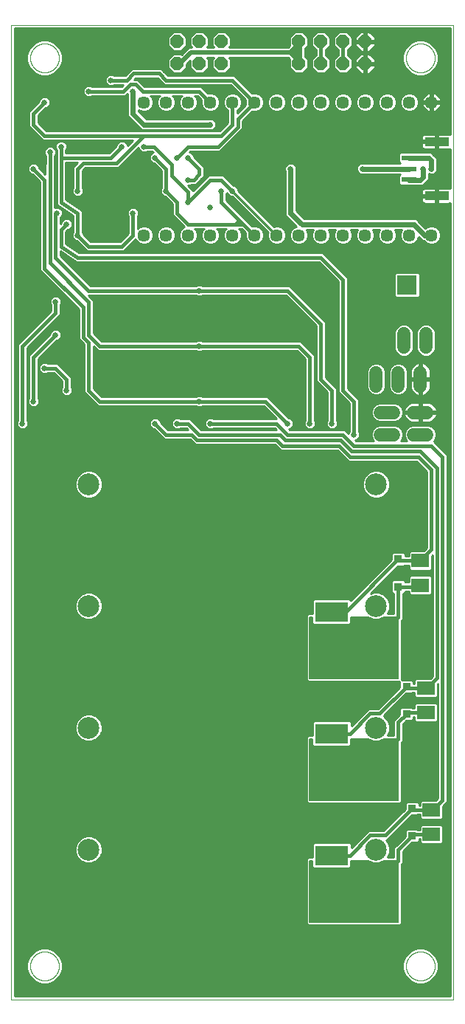
<source format=gbl>
G75*
%MOIN*%
%OFA0B0*%
%FSLAX25Y25*%
%IPPOS*%
%LPD*%
%AMOC8*
5,1,8,0,0,1.08239X$1,22.5*
%
%ADD10C,0.00300*%
%ADD11C,0.09843*%
%ADD12R,0.15000X0.09134*%
%ADD13R,0.37992X0.43307*%
%ADD14R,0.03740X0.03543*%
%ADD15R,0.07874X0.06299*%
%ADD16R,0.09000X0.09000*%
%ADD17OC8,0.06000*%
%ADD18C,0.06000*%
%ADD19C,0.05700*%
%ADD20C,0.00000*%
%ADD21R,0.06693X0.02362*%
%ADD22R,0.10630X0.03937*%
%ADD23C,0.02578*%
%ADD24C,0.01600*%
%ADD25C,0.01000*%
%ADD26C,0.00600*%
%ADD27C,0.02400*%
%ADD28C,0.01200*%
%ADD29C,0.03200*%
%ADD30C,0.02000*%
D10*
X0255000Y0285000D02*
X0455000Y0285000D01*
X0455000Y0725000D01*
X0255000Y0725000D01*
X0255000Y0285000D01*
D11*
X0290000Y0327500D03*
X0290000Y0352500D03*
X0290000Y0382500D03*
X0290000Y0407500D03*
X0290000Y0437500D03*
X0290000Y0462500D03*
X0290000Y0492500D03*
X0290000Y0517500D03*
X0420000Y0517500D03*
X0420000Y0492500D03*
X0420000Y0462500D03*
X0420000Y0437500D03*
X0420000Y0407500D03*
X0420000Y0382500D03*
X0420000Y0352500D03*
X0420000Y0327500D03*
D12*
X0399882Y0330000D03*
X0399882Y0350000D03*
X0399882Y0385000D03*
X0399882Y0405000D03*
X0399882Y0440000D03*
X0399882Y0460000D03*
D13*
X0361614Y0450000D03*
X0361614Y0395000D03*
X0361614Y0340000D03*
D14*
X0433750Y0413799D03*
X0433750Y0426201D03*
X0430000Y0471299D03*
X0430000Y0483701D03*
X0436250Y0371201D03*
X0436250Y0358799D03*
D15*
X0445000Y0359488D03*
X0445000Y0370512D03*
X0442500Y0414488D03*
X0442500Y0425512D03*
X0440000Y0471988D03*
X0440000Y0483012D03*
D16*
X0433975Y0607500D03*
X0412275Y0607500D03*
D17*
X0415000Y0707500D03*
X0415000Y0717500D03*
X0405000Y0717500D03*
X0405000Y0707500D03*
X0395000Y0707500D03*
X0395000Y0717500D03*
X0385000Y0717500D03*
X0385000Y0707500D03*
X0350000Y0707500D03*
X0350000Y0717500D03*
X0340000Y0717500D03*
X0340000Y0707500D03*
X0330000Y0707500D03*
X0330000Y0717500D03*
D18*
X0432500Y0585500D02*
X0432500Y0579500D01*
X0430000Y0568000D02*
X0430000Y0562000D01*
X0440000Y0562000D02*
X0440000Y0568000D01*
X0442500Y0579500D02*
X0442500Y0585500D01*
X0420000Y0568000D02*
X0420000Y0562000D01*
X0422000Y0550000D02*
X0428000Y0550000D01*
X0437000Y0550000D02*
X0443000Y0550000D01*
X0443000Y0540000D02*
X0437000Y0540000D01*
X0428000Y0540000D02*
X0422000Y0540000D01*
D19*
X0425000Y0630000D03*
X0415000Y0630000D03*
X0405000Y0630000D03*
X0395000Y0630000D03*
X0385000Y0630000D03*
X0375000Y0630000D03*
X0365000Y0630000D03*
X0355000Y0630000D03*
X0345000Y0630000D03*
X0335000Y0630000D03*
X0325000Y0630000D03*
X0315000Y0630000D03*
X0315000Y0690000D03*
X0325000Y0690000D03*
X0335000Y0690000D03*
X0345000Y0690000D03*
X0355000Y0690000D03*
X0365000Y0690000D03*
X0375000Y0690000D03*
X0385000Y0690000D03*
X0395000Y0690000D03*
X0405000Y0690000D03*
X0415000Y0690000D03*
X0425000Y0690000D03*
X0435000Y0690000D03*
X0445000Y0690000D03*
X0445000Y0630000D03*
X0435000Y0630000D03*
D20*
X0433500Y0710000D02*
X0433502Y0710161D01*
X0433508Y0710321D01*
X0433518Y0710482D01*
X0433532Y0710642D01*
X0433550Y0710802D01*
X0433571Y0710961D01*
X0433597Y0711120D01*
X0433627Y0711278D01*
X0433660Y0711435D01*
X0433698Y0711592D01*
X0433739Y0711747D01*
X0433784Y0711901D01*
X0433833Y0712054D01*
X0433886Y0712206D01*
X0433942Y0712357D01*
X0434003Y0712506D01*
X0434066Y0712654D01*
X0434134Y0712800D01*
X0434205Y0712944D01*
X0434279Y0713086D01*
X0434357Y0713227D01*
X0434439Y0713365D01*
X0434524Y0713502D01*
X0434612Y0713636D01*
X0434704Y0713768D01*
X0434799Y0713898D01*
X0434897Y0714026D01*
X0434998Y0714151D01*
X0435102Y0714273D01*
X0435209Y0714393D01*
X0435319Y0714510D01*
X0435432Y0714625D01*
X0435548Y0714736D01*
X0435667Y0714845D01*
X0435788Y0714950D01*
X0435912Y0715053D01*
X0436038Y0715153D01*
X0436166Y0715249D01*
X0436297Y0715342D01*
X0436431Y0715432D01*
X0436566Y0715519D01*
X0436704Y0715602D01*
X0436843Y0715682D01*
X0436985Y0715758D01*
X0437128Y0715831D01*
X0437273Y0715900D01*
X0437420Y0715966D01*
X0437568Y0716028D01*
X0437718Y0716086D01*
X0437869Y0716141D01*
X0438022Y0716192D01*
X0438176Y0716239D01*
X0438331Y0716282D01*
X0438487Y0716321D01*
X0438643Y0716357D01*
X0438801Y0716388D01*
X0438959Y0716416D01*
X0439118Y0716440D01*
X0439278Y0716460D01*
X0439438Y0716476D01*
X0439598Y0716488D01*
X0439759Y0716496D01*
X0439920Y0716500D01*
X0440080Y0716500D01*
X0440241Y0716496D01*
X0440402Y0716488D01*
X0440562Y0716476D01*
X0440722Y0716460D01*
X0440882Y0716440D01*
X0441041Y0716416D01*
X0441199Y0716388D01*
X0441357Y0716357D01*
X0441513Y0716321D01*
X0441669Y0716282D01*
X0441824Y0716239D01*
X0441978Y0716192D01*
X0442131Y0716141D01*
X0442282Y0716086D01*
X0442432Y0716028D01*
X0442580Y0715966D01*
X0442727Y0715900D01*
X0442872Y0715831D01*
X0443015Y0715758D01*
X0443157Y0715682D01*
X0443296Y0715602D01*
X0443434Y0715519D01*
X0443569Y0715432D01*
X0443703Y0715342D01*
X0443834Y0715249D01*
X0443962Y0715153D01*
X0444088Y0715053D01*
X0444212Y0714950D01*
X0444333Y0714845D01*
X0444452Y0714736D01*
X0444568Y0714625D01*
X0444681Y0714510D01*
X0444791Y0714393D01*
X0444898Y0714273D01*
X0445002Y0714151D01*
X0445103Y0714026D01*
X0445201Y0713898D01*
X0445296Y0713768D01*
X0445388Y0713636D01*
X0445476Y0713502D01*
X0445561Y0713365D01*
X0445643Y0713227D01*
X0445721Y0713086D01*
X0445795Y0712944D01*
X0445866Y0712800D01*
X0445934Y0712654D01*
X0445997Y0712506D01*
X0446058Y0712357D01*
X0446114Y0712206D01*
X0446167Y0712054D01*
X0446216Y0711901D01*
X0446261Y0711747D01*
X0446302Y0711592D01*
X0446340Y0711435D01*
X0446373Y0711278D01*
X0446403Y0711120D01*
X0446429Y0710961D01*
X0446450Y0710802D01*
X0446468Y0710642D01*
X0446482Y0710482D01*
X0446492Y0710321D01*
X0446498Y0710161D01*
X0446500Y0710000D01*
X0446498Y0709839D01*
X0446492Y0709679D01*
X0446482Y0709518D01*
X0446468Y0709358D01*
X0446450Y0709198D01*
X0446429Y0709039D01*
X0446403Y0708880D01*
X0446373Y0708722D01*
X0446340Y0708565D01*
X0446302Y0708408D01*
X0446261Y0708253D01*
X0446216Y0708099D01*
X0446167Y0707946D01*
X0446114Y0707794D01*
X0446058Y0707643D01*
X0445997Y0707494D01*
X0445934Y0707346D01*
X0445866Y0707200D01*
X0445795Y0707056D01*
X0445721Y0706914D01*
X0445643Y0706773D01*
X0445561Y0706635D01*
X0445476Y0706498D01*
X0445388Y0706364D01*
X0445296Y0706232D01*
X0445201Y0706102D01*
X0445103Y0705974D01*
X0445002Y0705849D01*
X0444898Y0705727D01*
X0444791Y0705607D01*
X0444681Y0705490D01*
X0444568Y0705375D01*
X0444452Y0705264D01*
X0444333Y0705155D01*
X0444212Y0705050D01*
X0444088Y0704947D01*
X0443962Y0704847D01*
X0443834Y0704751D01*
X0443703Y0704658D01*
X0443569Y0704568D01*
X0443434Y0704481D01*
X0443296Y0704398D01*
X0443157Y0704318D01*
X0443015Y0704242D01*
X0442872Y0704169D01*
X0442727Y0704100D01*
X0442580Y0704034D01*
X0442432Y0703972D01*
X0442282Y0703914D01*
X0442131Y0703859D01*
X0441978Y0703808D01*
X0441824Y0703761D01*
X0441669Y0703718D01*
X0441513Y0703679D01*
X0441357Y0703643D01*
X0441199Y0703612D01*
X0441041Y0703584D01*
X0440882Y0703560D01*
X0440722Y0703540D01*
X0440562Y0703524D01*
X0440402Y0703512D01*
X0440241Y0703504D01*
X0440080Y0703500D01*
X0439920Y0703500D01*
X0439759Y0703504D01*
X0439598Y0703512D01*
X0439438Y0703524D01*
X0439278Y0703540D01*
X0439118Y0703560D01*
X0438959Y0703584D01*
X0438801Y0703612D01*
X0438643Y0703643D01*
X0438487Y0703679D01*
X0438331Y0703718D01*
X0438176Y0703761D01*
X0438022Y0703808D01*
X0437869Y0703859D01*
X0437718Y0703914D01*
X0437568Y0703972D01*
X0437420Y0704034D01*
X0437273Y0704100D01*
X0437128Y0704169D01*
X0436985Y0704242D01*
X0436843Y0704318D01*
X0436704Y0704398D01*
X0436566Y0704481D01*
X0436431Y0704568D01*
X0436297Y0704658D01*
X0436166Y0704751D01*
X0436038Y0704847D01*
X0435912Y0704947D01*
X0435788Y0705050D01*
X0435667Y0705155D01*
X0435548Y0705264D01*
X0435432Y0705375D01*
X0435319Y0705490D01*
X0435209Y0705607D01*
X0435102Y0705727D01*
X0434998Y0705849D01*
X0434897Y0705974D01*
X0434799Y0706102D01*
X0434704Y0706232D01*
X0434612Y0706364D01*
X0434524Y0706498D01*
X0434439Y0706635D01*
X0434357Y0706773D01*
X0434279Y0706914D01*
X0434205Y0707056D01*
X0434134Y0707200D01*
X0434066Y0707346D01*
X0434003Y0707494D01*
X0433942Y0707643D01*
X0433886Y0707794D01*
X0433833Y0707946D01*
X0433784Y0708099D01*
X0433739Y0708253D01*
X0433698Y0708408D01*
X0433660Y0708565D01*
X0433627Y0708722D01*
X0433597Y0708880D01*
X0433571Y0709039D01*
X0433550Y0709198D01*
X0433532Y0709358D01*
X0433518Y0709518D01*
X0433508Y0709679D01*
X0433502Y0709839D01*
X0433500Y0710000D01*
X0263500Y0710000D02*
X0263502Y0710161D01*
X0263508Y0710321D01*
X0263518Y0710482D01*
X0263532Y0710642D01*
X0263550Y0710802D01*
X0263571Y0710961D01*
X0263597Y0711120D01*
X0263627Y0711278D01*
X0263660Y0711435D01*
X0263698Y0711592D01*
X0263739Y0711747D01*
X0263784Y0711901D01*
X0263833Y0712054D01*
X0263886Y0712206D01*
X0263942Y0712357D01*
X0264003Y0712506D01*
X0264066Y0712654D01*
X0264134Y0712800D01*
X0264205Y0712944D01*
X0264279Y0713086D01*
X0264357Y0713227D01*
X0264439Y0713365D01*
X0264524Y0713502D01*
X0264612Y0713636D01*
X0264704Y0713768D01*
X0264799Y0713898D01*
X0264897Y0714026D01*
X0264998Y0714151D01*
X0265102Y0714273D01*
X0265209Y0714393D01*
X0265319Y0714510D01*
X0265432Y0714625D01*
X0265548Y0714736D01*
X0265667Y0714845D01*
X0265788Y0714950D01*
X0265912Y0715053D01*
X0266038Y0715153D01*
X0266166Y0715249D01*
X0266297Y0715342D01*
X0266431Y0715432D01*
X0266566Y0715519D01*
X0266704Y0715602D01*
X0266843Y0715682D01*
X0266985Y0715758D01*
X0267128Y0715831D01*
X0267273Y0715900D01*
X0267420Y0715966D01*
X0267568Y0716028D01*
X0267718Y0716086D01*
X0267869Y0716141D01*
X0268022Y0716192D01*
X0268176Y0716239D01*
X0268331Y0716282D01*
X0268487Y0716321D01*
X0268643Y0716357D01*
X0268801Y0716388D01*
X0268959Y0716416D01*
X0269118Y0716440D01*
X0269278Y0716460D01*
X0269438Y0716476D01*
X0269598Y0716488D01*
X0269759Y0716496D01*
X0269920Y0716500D01*
X0270080Y0716500D01*
X0270241Y0716496D01*
X0270402Y0716488D01*
X0270562Y0716476D01*
X0270722Y0716460D01*
X0270882Y0716440D01*
X0271041Y0716416D01*
X0271199Y0716388D01*
X0271357Y0716357D01*
X0271513Y0716321D01*
X0271669Y0716282D01*
X0271824Y0716239D01*
X0271978Y0716192D01*
X0272131Y0716141D01*
X0272282Y0716086D01*
X0272432Y0716028D01*
X0272580Y0715966D01*
X0272727Y0715900D01*
X0272872Y0715831D01*
X0273015Y0715758D01*
X0273157Y0715682D01*
X0273296Y0715602D01*
X0273434Y0715519D01*
X0273569Y0715432D01*
X0273703Y0715342D01*
X0273834Y0715249D01*
X0273962Y0715153D01*
X0274088Y0715053D01*
X0274212Y0714950D01*
X0274333Y0714845D01*
X0274452Y0714736D01*
X0274568Y0714625D01*
X0274681Y0714510D01*
X0274791Y0714393D01*
X0274898Y0714273D01*
X0275002Y0714151D01*
X0275103Y0714026D01*
X0275201Y0713898D01*
X0275296Y0713768D01*
X0275388Y0713636D01*
X0275476Y0713502D01*
X0275561Y0713365D01*
X0275643Y0713227D01*
X0275721Y0713086D01*
X0275795Y0712944D01*
X0275866Y0712800D01*
X0275934Y0712654D01*
X0275997Y0712506D01*
X0276058Y0712357D01*
X0276114Y0712206D01*
X0276167Y0712054D01*
X0276216Y0711901D01*
X0276261Y0711747D01*
X0276302Y0711592D01*
X0276340Y0711435D01*
X0276373Y0711278D01*
X0276403Y0711120D01*
X0276429Y0710961D01*
X0276450Y0710802D01*
X0276468Y0710642D01*
X0276482Y0710482D01*
X0276492Y0710321D01*
X0276498Y0710161D01*
X0276500Y0710000D01*
X0276498Y0709839D01*
X0276492Y0709679D01*
X0276482Y0709518D01*
X0276468Y0709358D01*
X0276450Y0709198D01*
X0276429Y0709039D01*
X0276403Y0708880D01*
X0276373Y0708722D01*
X0276340Y0708565D01*
X0276302Y0708408D01*
X0276261Y0708253D01*
X0276216Y0708099D01*
X0276167Y0707946D01*
X0276114Y0707794D01*
X0276058Y0707643D01*
X0275997Y0707494D01*
X0275934Y0707346D01*
X0275866Y0707200D01*
X0275795Y0707056D01*
X0275721Y0706914D01*
X0275643Y0706773D01*
X0275561Y0706635D01*
X0275476Y0706498D01*
X0275388Y0706364D01*
X0275296Y0706232D01*
X0275201Y0706102D01*
X0275103Y0705974D01*
X0275002Y0705849D01*
X0274898Y0705727D01*
X0274791Y0705607D01*
X0274681Y0705490D01*
X0274568Y0705375D01*
X0274452Y0705264D01*
X0274333Y0705155D01*
X0274212Y0705050D01*
X0274088Y0704947D01*
X0273962Y0704847D01*
X0273834Y0704751D01*
X0273703Y0704658D01*
X0273569Y0704568D01*
X0273434Y0704481D01*
X0273296Y0704398D01*
X0273157Y0704318D01*
X0273015Y0704242D01*
X0272872Y0704169D01*
X0272727Y0704100D01*
X0272580Y0704034D01*
X0272432Y0703972D01*
X0272282Y0703914D01*
X0272131Y0703859D01*
X0271978Y0703808D01*
X0271824Y0703761D01*
X0271669Y0703718D01*
X0271513Y0703679D01*
X0271357Y0703643D01*
X0271199Y0703612D01*
X0271041Y0703584D01*
X0270882Y0703560D01*
X0270722Y0703540D01*
X0270562Y0703524D01*
X0270402Y0703512D01*
X0270241Y0703504D01*
X0270080Y0703500D01*
X0269920Y0703500D01*
X0269759Y0703504D01*
X0269598Y0703512D01*
X0269438Y0703524D01*
X0269278Y0703540D01*
X0269118Y0703560D01*
X0268959Y0703584D01*
X0268801Y0703612D01*
X0268643Y0703643D01*
X0268487Y0703679D01*
X0268331Y0703718D01*
X0268176Y0703761D01*
X0268022Y0703808D01*
X0267869Y0703859D01*
X0267718Y0703914D01*
X0267568Y0703972D01*
X0267420Y0704034D01*
X0267273Y0704100D01*
X0267128Y0704169D01*
X0266985Y0704242D01*
X0266843Y0704318D01*
X0266704Y0704398D01*
X0266566Y0704481D01*
X0266431Y0704568D01*
X0266297Y0704658D01*
X0266166Y0704751D01*
X0266038Y0704847D01*
X0265912Y0704947D01*
X0265788Y0705050D01*
X0265667Y0705155D01*
X0265548Y0705264D01*
X0265432Y0705375D01*
X0265319Y0705490D01*
X0265209Y0705607D01*
X0265102Y0705727D01*
X0264998Y0705849D01*
X0264897Y0705974D01*
X0264799Y0706102D01*
X0264704Y0706232D01*
X0264612Y0706364D01*
X0264524Y0706498D01*
X0264439Y0706635D01*
X0264357Y0706773D01*
X0264279Y0706914D01*
X0264205Y0707056D01*
X0264134Y0707200D01*
X0264066Y0707346D01*
X0264003Y0707494D01*
X0263942Y0707643D01*
X0263886Y0707794D01*
X0263833Y0707946D01*
X0263784Y0708099D01*
X0263739Y0708253D01*
X0263698Y0708408D01*
X0263660Y0708565D01*
X0263627Y0708722D01*
X0263597Y0708880D01*
X0263571Y0709039D01*
X0263550Y0709198D01*
X0263532Y0709358D01*
X0263518Y0709518D01*
X0263508Y0709679D01*
X0263502Y0709839D01*
X0263500Y0710000D01*
X0263500Y0300000D02*
X0263502Y0300161D01*
X0263508Y0300321D01*
X0263518Y0300482D01*
X0263532Y0300642D01*
X0263550Y0300802D01*
X0263571Y0300961D01*
X0263597Y0301120D01*
X0263627Y0301278D01*
X0263660Y0301435D01*
X0263698Y0301592D01*
X0263739Y0301747D01*
X0263784Y0301901D01*
X0263833Y0302054D01*
X0263886Y0302206D01*
X0263942Y0302357D01*
X0264003Y0302506D01*
X0264066Y0302654D01*
X0264134Y0302800D01*
X0264205Y0302944D01*
X0264279Y0303086D01*
X0264357Y0303227D01*
X0264439Y0303365D01*
X0264524Y0303502D01*
X0264612Y0303636D01*
X0264704Y0303768D01*
X0264799Y0303898D01*
X0264897Y0304026D01*
X0264998Y0304151D01*
X0265102Y0304273D01*
X0265209Y0304393D01*
X0265319Y0304510D01*
X0265432Y0304625D01*
X0265548Y0304736D01*
X0265667Y0304845D01*
X0265788Y0304950D01*
X0265912Y0305053D01*
X0266038Y0305153D01*
X0266166Y0305249D01*
X0266297Y0305342D01*
X0266431Y0305432D01*
X0266566Y0305519D01*
X0266704Y0305602D01*
X0266843Y0305682D01*
X0266985Y0305758D01*
X0267128Y0305831D01*
X0267273Y0305900D01*
X0267420Y0305966D01*
X0267568Y0306028D01*
X0267718Y0306086D01*
X0267869Y0306141D01*
X0268022Y0306192D01*
X0268176Y0306239D01*
X0268331Y0306282D01*
X0268487Y0306321D01*
X0268643Y0306357D01*
X0268801Y0306388D01*
X0268959Y0306416D01*
X0269118Y0306440D01*
X0269278Y0306460D01*
X0269438Y0306476D01*
X0269598Y0306488D01*
X0269759Y0306496D01*
X0269920Y0306500D01*
X0270080Y0306500D01*
X0270241Y0306496D01*
X0270402Y0306488D01*
X0270562Y0306476D01*
X0270722Y0306460D01*
X0270882Y0306440D01*
X0271041Y0306416D01*
X0271199Y0306388D01*
X0271357Y0306357D01*
X0271513Y0306321D01*
X0271669Y0306282D01*
X0271824Y0306239D01*
X0271978Y0306192D01*
X0272131Y0306141D01*
X0272282Y0306086D01*
X0272432Y0306028D01*
X0272580Y0305966D01*
X0272727Y0305900D01*
X0272872Y0305831D01*
X0273015Y0305758D01*
X0273157Y0305682D01*
X0273296Y0305602D01*
X0273434Y0305519D01*
X0273569Y0305432D01*
X0273703Y0305342D01*
X0273834Y0305249D01*
X0273962Y0305153D01*
X0274088Y0305053D01*
X0274212Y0304950D01*
X0274333Y0304845D01*
X0274452Y0304736D01*
X0274568Y0304625D01*
X0274681Y0304510D01*
X0274791Y0304393D01*
X0274898Y0304273D01*
X0275002Y0304151D01*
X0275103Y0304026D01*
X0275201Y0303898D01*
X0275296Y0303768D01*
X0275388Y0303636D01*
X0275476Y0303502D01*
X0275561Y0303365D01*
X0275643Y0303227D01*
X0275721Y0303086D01*
X0275795Y0302944D01*
X0275866Y0302800D01*
X0275934Y0302654D01*
X0275997Y0302506D01*
X0276058Y0302357D01*
X0276114Y0302206D01*
X0276167Y0302054D01*
X0276216Y0301901D01*
X0276261Y0301747D01*
X0276302Y0301592D01*
X0276340Y0301435D01*
X0276373Y0301278D01*
X0276403Y0301120D01*
X0276429Y0300961D01*
X0276450Y0300802D01*
X0276468Y0300642D01*
X0276482Y0300482D01*
X0276492Y0300321D01*
X0276498Y0300161D01*
X0276500Y0300000D01*
X0276498Y0299839D01*
X0276492Y0299679D01*
X0276482Y0299518D01*
X0276468Y0299358D01*
X0276450Y0299198D01*
X0276429Y0299039D01*
X0276403Y0298880D01*
X0276373Y0298722D01*
X0276340Y0298565D01*
X0276302Y0298408D01*
X0276261Y0298253D01*
X0276216Y0298099D01*
X0276167Y0297946D01*
X0276114Y0297794D01*
X0276058Y0297643D01*
X0275997Y0297494D01*
X0275934Y0297346D01*
X0275866Y0297200D01*
X0275795Y0297056D01*
X0275721Y0296914D01*
X0275643Y0296773D01*
X0275561Y0296635D01*
X0275476Y0296498D01*
X0275388Y0296364D01*
X0275296Y0296232D01*
X0275201Y0296102D01*
X0275103Y0295974D01*
X0275002Y0295849D01*
X0274898Y0295727D01*
X0274791Y0295607D01*
X0274681Y0295490D01*
X0274568Y0295375D01*
X0274452Y0295264D01*
X0274333Y0295155D01*
X0274212Y0295050D01*
X0274088Y0294947D01*
X0273962Y0294847D01*
X0273834Y0294751D01*
X0273703Y0294658D01*
X0273569Y0294568D01*
X0273434Y0294481D01*
X0273296Y0294398D01*
X0273157Y0294318D01*
X0273015Y0294242D01*
X0272872Y0294169D01*
X0272727Y0294100D01*
X0272580Y0294034D01*
X0272432Y0293972D01*
X0272282Y0293914D01*
X0272131Y0293859D01*
X0271978Y0293808D01*
X0271824Y0293761D01*
X0271669Y0293718D01*
X0271513Y0293679D01*
X0271357Y0293643D01*
X0271199Y0293612D01*
X0271041Y0293584D01*
X0270882Y0293560D01*
X0270722Y0293540D01*
X0270562Y0293524D01*
X0270402Y0293512D01*
X0270241Y0293504D01*
X0270080Y0293500D01*
X0269920Y0293500D01*
X0269759Y0293504D01*
X0269598Y0293512D01*
X0269438Y0293524D01*
X0269278Y0293540D01*
X0269118Y0293560D01*
X0268959Y0293584D01*
X0268801Y0293612D01*
X0268643Y0293643D01*
X0268487Y0293679D01*
X0268331Y0293718D01*
X0268176Y0293761D01*
X0268022Y0293808D01*
X0267869Y0293859D01*
X0267718Y0293914D01*
X0267568Y0293972D01*
X0267420Y0294034D01*
X0267273Y0294100D01*
X0267128Y0294169D01*
X0266985Y0294242D01*
X0266843Y0294318D01*
X0266704Y0294398D01*
X0266566Y0294481D01*
X0266431Y0294568D01*
X0266297Y0294658D01*
X0266166Y0294751D01*
X0266038Y0294847D01*
X0265912Y0294947D01*
X0265788Y0295050D01*
X0265667Y0295155D01*
X0265548Y0295264D01*
X0265432Y0295375D01*
X0265319Y0295490D01*
X0265209Y0295607D01*
X0265102Y0295727D01*
X0264998Y0295849D01*
X0264897Y0295974D01*
X0264799Y0296102D01*
X0264704Y0296232D01*
X0264612Y0296364D01*
X0264524Y0296498D01*
X0264439Y0296635D01*
X0264357Y0296773D01*
X0264279Y0296914D01*
X0264205Y0297056D01*
X0264134Y0297200D01*
X0264066Y0297346D01*
X0264003Y0297494D01*
X0263942Y0297643D01*
X0263886Y0297794D01*
X0263833Y0297946D01*
X0263784Y0298099D01*
X0263739Y0298253D01*
X0263698Y0298408D01*
X0263660Y0298565D01*
X0263627Y0298722D01*
X0263597Y0298880D01*
X0263571Y0299039D01*
X0263550Y0299198D01*
X0263532Y0299358D01*
X0263518Y0299518D01*
X0263508Y0299679D01*
X0263502Y0299839D01*
X0263500Y0300000D01*
X0433500Y0300000D02*
X0433502Y0300161D01*
X0433508Y0300321D01*
X0433518Y0300482D01*
X0433532Y0300642D01*
X0433550Y0300802D01*
X0433571Y0300961D01*
X0433597Y0301120D01*
X0433627Y0301278D01*
X0433660Y0301435D01*
X0433698Y0301592D01*
X0433739Y0301747D01*
X0433784Y0301901D01*
X0433833Y0302054D01*
X0433886Y0302206D01*
X0433942Y0302357D01*
X0434003Y0302506D01*
X0434066Y0302654D01*
X0434134Y0302800D01*
X0434205Y0302944D01*
X0434279Y0303086D01*
X0434357Y0303227D01*
X0434439Y0303365D01*
X0434524Y0303502D01*
X0434612Y0303636D01*
X0434704Y0303768D01*
X0434799Y0303898D01*
X0434897Y0304026D01*
X0434998Y0304151D01*
X0435102Y0304273D01*
X0435209Y0304393D01*
X0435319Y0304510D01*
X0435432Y0304625D01*
X0435548Y0304736D01*
X0435667Y0304845D01*
X0435788Y0304950D01*
X0435912Y0305053D01*
X0436038Y0305153D01*
X0436166Y0305249D01*
X0436297Y0305342D01*
X0436431Y0305432D01*
X0436566Y0305519D01*
X0436704Y0305602D01*
X0436843Y0305682D01*
X0436985Y0305758D01*
X0437128Y0305831D01*
X0437273Y0305900D01*
X0437420Y0305966D01*
X0437568Y0306028D01*
X0437718Y0306086D01*
X0437869Y0306141D01*
X0438022Y0306192D01*
X0438176Y0306239D01*
X0438331Y0306282D01*
X0438487Y0306321D01*
X0438643Y0306357D01*
X0438801Y0306388D01*
X0438959Y0306416D01*
X0439118Y0306440D01*
X0439278Y0306460D01*
X0439438Y0306476D01*
X0439598Y0306488D01*
X0439759Y0306496D01*
X0439920Y0306500D01*
X0440080Y0306500D01*
X0440241Y0306496D01*
X0440402Y0306488D01*
X0440562Y0306476D01*
X0440722Y0306460D01*
X0440882Y0306440D01*
X0441041Y0306416D01*
X0441199Y0306388D01*
X0441357Y0306357D01*
X0441513Y0306321D01*
X0441669Y0306282D01*
X0441824Y0306239D01*
X0441978Y0306192D01*
X0442131Y0306141D01*
X0442282Y0306086D01*
X0442432Y0306028D01*
X0442580Y0305966D01*
X0442727Y0305900D01*
X0442872Y0305831D01*
X0443015Y0305758D01*
X0443157Y0305682D01*
X0443296Y0305602D01*
X0443434Y0305519D01*
X0443569Y0305432D01*
X0443703Y0305342D01*
X0443834Y0305249D01*
X0443962Y0305153D01*
X0444088Y0305053D01*
X0444212Y0304950D01*
X0444333Y0304845D01*
X0444452Y0304736D01*
X0444568Y0304625D01*
X0444681Y0304510D01*
X0444791Y0304393D01*
X0444898Y0304273D01*
X0445002Y0304151D01*
X0445103Y0304026D01*
X0445201Y0303898D01*
X0445296Y0303768D01*
X0445388Y0303636D01*
X0445476Y0303502D01*
X0445561Y0303365D01*
X0445643Y0303227D01*
X0445721Y0303086D01*
X0445795Y0302944D01*
X0445866Y0302800D01*
X0445934Y0302654D01*
X0445997Y0302506D01*
X0446058Y0302357D01*
X0446114Y0302206D01*
X0446167Y0302054D01*
X0446216Y0301901D01*
X0446261Y0301747D01*
X0446302Y0301592D01*
X0446340Y0301435D01*
X0446373Y0301278D01*
X0446403Y0301120D01*
X0446429Y0300961D01*
X0446450Y0300802D01*
X0446468Y0300642D01*
X0446482Y0300482D01*
X0446492Y0300321D01*
X0446498Y0300161D01*
X0446500Y0300000D01*
X0446498Y0299839D01*
X0446492Y0299679D01*
X0446482Y0299518D01*
X0446468Y0299358D01*
X0446450Y0299198D01*
X0446429Y0299039D01*
X0446403Y0298880D01*
X0446373Y0298722D01*
X0446340Y0298565D01*
X0446302Y0298408D01*
X0446261Y0298253D01*
X0446216Y0298099D01*
X0446167Y0297946D01*
X0446114Y0297794D01*
X0446058Y0297643D01*
X0445997Y0297494D01*
X0445934Y0297346D01*
X0445866Y0297200D01*
X0445795Y0297056D01*
X0445721Y0296914D01*
X0445643Y0296773D01*
X0445561Y0296635D01*
X0445476Y0296498D01*
X0445388Y0296364D01*
X0445296Y0296232D01*
X0445201Y0296102D01*
X0445103Y0295974D01*
X0445002Y0295849D01*
X0444898Y0295727D01*
X0444791Y0295607D01*
X0444681Y0295490D01*
X0444568Y0295375D01*
X0444452Y0295264D01*
X0444333Y0295155D01*
X0444212Y0295050D01*
X0444088Y0294947D01*
X0443962Y0294847D01*
X0443834Y0294751D01*
X0443703Y0294658D01*
X0443569Y0294568D01*
X0443434Y0294481D01*
X0443296Y0294398D01*
X0443157Y0294318D01*
X0443015Y0294242D01*
X0442872Y0294169D01*
X0442727Y0294100D01*
X0442580Y0294034D01*
X0442432Y0293972D01*
X0442282Y0293914D01*
X0442131Y0293859D01*
X0441978Y0293808D01*
X0441824Y0293761D01*
X0441669Y0293718D01*
X0441513Y0293679D01*
X0441357Y0293643D01*
X0441199Y0293612D01*
X0441041Y0293584D01*
X0440882Y0293560D01*
X0440722Y0293540D01*
X0440562Y0293524D01*
X0440402Y0293512D01*
X0440241Y0293504D01*
X0440080Y0293500D01*
X0439920Y0293500D01*
X0439759Y0293504D01*
X0439598Y0293512D01*
X0439438Y0293524D01*
X0439278Y0293540D01*
X0439118Y0293560D01*
X0438959Y0293584D01*
X0438801Y0293612D01*
X0438643Y0293643D01*
X0438487Y0293679D01*
X0438331Y0293718D01*
X0438176Y0293761D01*
X0438022Y0293808D01*
X0437869Y0293859D01*
X0437718Y0293914D01*
X0437568Y0293972D01*
X0437420Y0294034D01*
X0437273Y0294100D01*
X0437128Y0294169D01*
X0436985Y0294242D01*
X0436843Y0294318D01*
X0436704Y0294398D01*
X0436566Y0294481D01*
X0436431Y0294568D01*
X0436297Y0294658D01*
X0436166Y0294751D01*
X0436038Y0294847D01*
X0435912Y0294947D01*
X0435788Y0295050D01*
X0435667Y0295155D01*
X0435548Y0295264D01*
X0435432Y0295375D01*
X0435319Y0295490D01*
X0435209Y0295607D01*
X0435102Y0295727D01*
X0434998Y0295849D01*
X0434897Y0295974D01*
X0434799Y0296102D01*
X0434704Y0296232D01*
X0434612Y0296364D01*
X0434524Y0296498D01*
X0434439Y0296635D01*
X0434357Y0296773D01*
X0434279Y0296914D01*
X0434205Y0297056D01*
X0434134Y0297200D01*
X0434066Y0297346D01*
X0434003Y0297494D01*
X0433942Y0297643D01*
X0433886Y0297794D01*
X0433833Y0297946D01*
X0433784Y0298099D01*
X0433739Y0298253D01*
X0433698Y0298408D01*
X0433660Y0298565D01*
X0433627Y0298722D01*
X0433597Y0298880D01*
X0433571Y0299039D01*
X0433550Y0299198D01*
X0433532Y0299358D01*
X0433518Y0299518D01*
X0433508Y0299679D01*
X0433502Y0299839D01*
X0433500Y0300000D01*
D21*
X0434779Y0655079D03*
X0434779Y0660000D03*
X0434779Y0664921D03*
D22*
X0447377Y0672205D03*
X0447377Y0647795D03*
D23*
X0445000Y0660000D03*
X0441250Y0660000D03*
X0435000Y0640000D03*
X0413750Y0660000D03*
X0394375Y0648125D03*
X0394375Y0645625D03*
X0391250Y0663750D03*
X0391250Y0666250D03*
X0381250Y0660000D03*
X0355000Y0650000D03*
X0350000Y0650000D03*
X0345000Y0642500D03*
X0335000Y0645000D03*
X0335000Y0655000D03*
X0335000Y0665000D03*
X0330000Y0665000D03*
X0320000Y0665000D03*
X0315000Y0670000D03*
X0305000Y0670000D03*
X0310000Y0695000D03*
X0320625Y0700000D03*
X0305000Y0715000D03*
X0300000Y0700000D03*
X0290000Y0695000D03*
X0270000Y0690000D03*
X0277500Y0670000D03*
X0272500Y0667500D03*
X0265000Y0660000D03*
X0275489Y0640000D03*
X0280000Y0635000D03*
X0285000Y0630000D03*
X0285000Y0650000D03*
X0310000Y0640000D03*
X0325000Y0650000D03*
X0345000Y0680000D03*
X0361875Y0700000D03*
X0365000Y0612500D03*
X0365000Y0595000D03*
X0365000Y0570000D03*
X0380000Y0545000D03*
X0390000Y0545000D03*
X0400000Y0545000D03*
X0410000Y0540000D03*
X0390000Y0477500D03*
X0390000Y0422500D03*
X0390000Y0367500D03*
X0385000Y0300000D03*
X0325000Y0300000D03*
X0320000Y0367500D03*
X0320000Y0422500D03*
X0320000Y0477500D03*
X0320000Y0545000D03*
X0330000Y0545000D03*
X0340000Y0555000D03*
X0345000Y0545000D03*
X0340000Y0580000D03*
X0340000Y0605000D03*
X0310000Y0612500D03*
X0310000Y0595000D03*
X0310000Y0570000D03*
X0280000Y0560000D03*
X0270000Y0570000D03*
X0265000Y0555000D03*
X0260000Y0545000D03*
X0275000Y0585000D03*
X0280000Y0595000D03*
X0275000Y0600000D03*
X0435000Y0680000D03*
X0440000Y0450000D03*
D24*
X0430000Y0457500D02*
X0430000Y0471299D01*
X0439311Y0471299D01*
X0440000Y0471988D01*
X0440000Y0483012D02*
X0430689Y0483012D01*
X0430000Y0483701D01*
X0406299Y0460000D01*
X0399882Y0460000D01*
X0428750Y0456250D02*
X0430000Y0457500D01*
X0440000Y0483012D02*
X0445000Y0488012D01*
X0445000Y0524206D01*
X0439206Y0530000D01*
X0408212Y0530000D01*
X0403212Y0535000D01*
X0377600Y0535000D01*
X0375000Y0537600D01*
X0339006Y0537600D01*
X0336606Y0540000D01*
X0325000Y0540000D01*
X0320000Y0545000D01*
X0330000Y0545000D02*
X0335000Y0545000D01*
X0340000Y0540000D01*
X0376606Y0540000D01*
X0379006Y0537600D01*
X0404006Y0537600D01*
X0409006Y0532600D01*
X0440000Y0532600D01*
X0447600Y0525000D01*
X0447600Y0430100D01*
X0443012Y0425512D01*
X0442500Y0425512D01*
X0434439Y0425512D01*
X0433750Y0426201D01*
X0421570Y0414021D01*
X0417299Y0414021D01*
X0408278Y0405000D01*
X0399882Y0405000D01*
X0427500Y0400000D02*
X0430000Y0402500D01*
X0430000Y0410049D01*
X0433750Y0413799D01*
X0434439Y0414488D01*
X0442500Y0414488D01*
X0450000Y0375000D02*
X0445512Y0370512D01*
X0445000Y0370512D01*
X0436939Y0370512D01*
X0436250Y0371201D01*
X0424070Y0359021D01*
X0417299Y0359021D01*
X0408278Y0350000D01*
X0399882Y0350000D01*
X0428750Y0346250D02*
X0430000Y0347500D01*
X0430000Y0352549D01*
X0436250Y0358799D01*
X0436939Y0359488D01*
X0445000Y0359488D01*
X0450000Y0375000D02*
X0450000Y0530000D01*
X0445000Y0535000D01*
X0410000Y0535000D01*
X0405000Y0540000D01*
X0380000Y0540000D01*
X0375000Y0545000D01*
X0345000Y0545000D01*
X0340000Y0555000D02*
X0370000Y0555000D01*
X0380000Y0545000D01*
X0390000Y0545000D02*
X0390000Y0575000D01*
X0385000Y0580000D01*
X0340000Y0580000D01*
X0295000Y0580000D01*
X0290000Y0585000D01*
X0290000Y0599800D01*
X0272400Y0617400D01*
X0272400Y0657400D01*
X0272500Y0667500D01*
X0277500Y0665000D02*
X0277500Y0645000D01*
X0285000Y0640000D01*
X0285000Y0630000D01*
X0290000Y0625000D01*
X0305000Y0625000D01*
X0310000Y0630000D01*
X0310000Y0640000D01*
X0325000Y0650000D02*
X0325000Y0660000D01*
X0320000Y0665000D01*
X0319368Y0670000D02*
X0315000Y0670000D01*
X0319368Y0670000D02*
X0327400Y0661968D01*
X0327400Y0656968D01*
X0335000Y0649368D01*
X0335000Y0645000D01*
X0345000Y0655000D01*
X0350000Y0655000D01*
X0355000Y0650000D01*
X0350000Y0650000D02*
X0350000Y0645000D01*
X0360000Y0635000D01*
X0365000Y0630000D01*
X0360000Y0635000D02*
X0357500Y0635000D01*
X0355000Y0635000D01*
X0335000Y0635000D01*
X0330000Y0640000D01*
X0330000Y0645000D01*
X0325000Y0650000D01*
X0335000Y0655000D02*
X0337500Y0655000D01*
X0340000Y0657500D01*
X0340000Y0660000D01*
X0335000Y0665000D01*
X0335000Y0670000D02*
X0330000Y0665000D01*
X0335000Y0670000D02*
X0348394Y0670000D01*
X0357400Y0679006D01*
X0357400Y0682400D01*
X0365000Y0690000D01*
X0355000Y0700000D01*
X0324993Y0700000D01*
X0321905Y0703089D01*
X0310326Y0703089D01*
X0307237Y0700000D01*
X0300000Y0700000D01*
X0305632Y0695000D02*
X0290000Y0695000D01*
X0305632Y0695000D02*
X0308720Y0698089D01*
X0311280Y0698089D01*
X0314368Y0695000D01*
X0340000Y0695000D01*
X0345000Y0690000D01*
X0355000Y0680000D02*
X0350000Y0675000D01*
X0315000Y0675000D01*
X0302600Y0662600D01*
X0287600Y0662600D01*
X0285000Y0660000D01*
X0285000Y0650000D01*
X0275489Y0640000D02*
X0275000Y0639511D01*
X0275000Y0620000D01*
X0290000Y0605000D01*
X0340000Y0605000D01*
X0380000Y0605000D01*
X0395000Y0590000D01*
X0395000Y0565000D01*
X0400000Y0560000D01*
X0400000Y0545000D01*
X0410000Y0540000D02*
X0410000Y0555000D01*
X0405000Y0560000D01*
X0405000Y0610000D01*
X0395000Y0620000D01*
X0285000Y0620000D01*
X0277400Y0625000D01*
X0277400Y0632400D01*
X0280000Y0635000D01*
X0270000Y0655000D02*
X0265000Y0660000D01*
X0270000Y0655000D02*
X0270000Y0615000D01*
X0287600Y0597400D01*
X0287600Y0584006D01*
X0290000Y0581606D01*
X0290000Y0560000D01*
X0295000Y0555000D01*
X0340000Y0555000D01*
X0280000Y0560000D02*
X0280000Y0565000D01*
X0275000Y0570000D01*
X0270000Y0570000D01*
X0265000Y0575000D02*
X0265000Y0555000D01*
X0260000Y0545000D02*
X0260000Y0580000D01*
X0275000Y0595000D01*
X0275000Y0600000D01*
X0275000Y0585000D02*
X0265000Y0575000D01*
X0277500Y0665000D02*
X0300000Y0665000D01*
X0305000Y0670000D01*
X0315000Y0675000D02*
X0270000Y0675000D01*
X0265000Y0680000D01*
X0265000Y0685000D01*
X0270000Y0690000D01*
X0277500Y0670000D02*
X0277500Y0665000D01*
X0355000Y0680000D02*
X0355000Y0690000D01*
X0395000Y0707500D02*
X0395000Y0717500D01*
X0405000Y0717500D02*
X0405000Y0707500D01*
D25*
X0409300Y0707952D02*
X0414500Y0707952D01*
X0414500Y0708000D02*
X0414500Y0707000D01*
X0415500Y0707000D01*
X0415500Y0708000D01*
X0419500Y0708000D01*
X0419500Y0709364D01*
X0416864Y0712000D01*
X0415500Y0712000D01*
X0415500Y0708000D01*
X0414500Y0708000D01*
X0414500Y0712000D01*
X0413136Y0712000D01*
X0410500Y0709364D01*
X0410500Y0708000D01*
X0414500Y0708000D01*
X0414500Y0708950D02*
X0415500Y0708950D01*
X0415500Y0707952D02*
X0431973Y0707952D01*
X0431800Y0708369D02*
X0433048Y0705355D01*
X0435355Y0703048D01*
X0438369Y0701800D01*
X0441631Y0701800D01*
X0444645Y0703048D01*
X0446952Y0705355D01*
X0448200Y0708369D01*
X0448200Y0709627D01*
X0448200Y0711631D01*
X0446952Y0714645D01*
X0444645Y0716952D01*
X0441631Y0718200D01*
X0438369Y0718200D01*
X0435355Y0716952D01*
X0433048Y0714645D01*
X0433048Y0714645D01*
X0431800Y0711631D01*
X0431800Y0708369D01*
X0431800Y0708950D02*
X0419500Y0708950D01*
X0418915Y0709949D02*
X0431800Y0709949D01*
X0431800Y0710948D02*
X0417916Y0710948D01*
X0416918Y0711946D02*
X0431930Y0711946D01*
X0432344Y0712945D02*
X0407100Y0712945D01*
X0407100Y0713519D02*
X0409300Y0715719D01*
X0409300Y0719281D01*
X0406781Y0721800D01*
X0403219Y0721800D01*
X0400700Y0719281D01*
X0400700Y0715719D01*
X0402900Y0713519D01*
X0402900Y0711481D01*
X0400700Y0709281D01*
X0400700Y0705719D01*
X0403219Y0703200D01*
X0406781Y0703200D01*
X0409300Y0705719D01*
X0409300Y0709281D01*
X0407100Y0711481D01*
X0407100Y0713519D01*
X0407524Y0713943D02*
X0412193Y0713943D01*
X0413136Y0713000D02*
X0410500Y0715636D01*
X0410500Y0717000D01*
X0414500Y0717000D01*
X0415500Y0717000D01*
X0415500Y0718000D01*
X0419500Y0718000D01*
X0419500Y0719364D01*
X0416864Y0722000D01*
X0415500Y0722000D01*
X0415500Y0718000D01*
X0414500Y0718000D01*
X0414500Y0722000D01*
X0413136Y0722000D01*
X0410500Y0719364D01*
X0410500Y0718000D01*
X0414500Y0718000D01*
X0414500Y0717000D01*
X0414500Y0713000D01*
X0413136Y0713000D01*
X0413082Y0711946D02*
X0407100Y0711946D01*
X0407634Y0710948D02*
X0412084Y0710948D01*
X0411085Y0709949D02*
X0408632Y0709949D01*
X0409300Y0708950D02*
X0410500Y0708950D01*
X0410500Y0707000D02*
X0410500Y0705636D01*
X0413136Y0703000D01*
X0414500Y0703000D01*
X0414500Y0707000D01*
X0410500Y0707000D01*
X0410500Y0706953D02*
X0409300Y0706953D01*
X0409300Y0705955D02*
X0410500Y0705955D01*
X0411180Y0704956D02*
X0408538Y0704956D01*
X0407539Y0703958D02*
X0412178Y0703958D01*
X0414500Y0703958D02*
X0415500Y0703958D01*
X0415500Y0703000D02*
X0416864Y0703000D01*
X0419500Y0705636D01*
X0419500Y0707000D01*
X0415500Y0707000D01*
X0415500Y0703000D01*
X0415500Y0704956D02*
X0414500Y0704956D01*
X0414500Y0705955D02*
X0415500Y0705955D01*
X0415500Y0706953D02*
X0414500Y0706953D01*
X0414500Y0709949D02*
X0415500Y0709949D01*
X0415500Y0710948D02*
X0414500Y0710948D01*
X0414500Y0711946D02*
X0415500Y0711946D01*
X0415500Y0713000D02*
X0416864Y0713000D01*
X0419500Y0715636D01*
X0419500Y0717000D01*
X0415500Y0717000D01*
X0415500Y0713000D01*
X0415500Y0713943D02*
X0414500Y0713943D01*
X0414500Y0714942D02*
X0415500Y0714942D01*
X0415500Y0715940D02*
X0414500Y0715940D01*
X0414500Y0716939D02*
X0415500Y0716939D01*
X0415500Y0717937D02*
X0437734Y0717937D01*
X0435355Y0716952D02*
X0435355Y0716952D01*
X0435342Y0716939D02*
X0419500Y0716939D01*
X0419500Y0715940D02*
X0434344Y0715940D01*
X0433345Y0714942D02*
X0418805Y0714942D01*
X0417807Y0713943D02*
X0432758Y0713943D01*
X0432386Y0706953D02*
X0419500Y0706953D01*
X0419500Y0705955D02*
X0432800Y0705955D01*
X0433048Y0705355D02*
X0433048Y0705355D01*
X0433447Y0704956D02*
X0418820Y0704956D01*
X0417822Y0703958D02*
X0434446Y0703958D01*
X0435355Y0703048D02*
X0435355Y0703048D01*
X0435355Y0703048D01*
X0435570Y0702959D02*
X0325004Y0702959D01*
X0325863Y0702100D02*
X0324004Y0703959D01*
X0322774Y0705189D01*
X0309457Y0705189D01*
X0308226Y0703959D01*
X0306368Y0702100D01*
X0301561Y0702100D01*
X0301467Y0702195D01*
X0300515Y0702589D01*
X0299485Y0702589D01*
X0298533Y0702195D01*
X0297805Y0701467D01*
X0297411Y0700515D01*
X0297411Y0699485D01*
X0297805Y0698533D01*
X0298533Y0697805D01*
X0299485Y0697411D01*
X0300515Y0697411D01*
X0301467Y0697805D01*
X0301561Y0697900D01*
X0305562Y0697900D01*
X0304762Y0697100D01*
X0291561Y0697100D01*
X0291467Y0697195D01*
X0290515Y0697589D01*
X0289485Y0697589D01*
X0288533Y0697195D01*
X0287805Y0696467D01*
X0287411Y0695515D01*
X0287411Y0694485D01*
X0287805Y0693533D01*
X0288533Y0692805D01*
X0289485Y0692411D01*
X0290515Y0692411D01*
X0291467Y0692805D01*
X0291561Y0692900D01*
X0306501Y0692900D01*
X0307500Y0693899D01*
X0307500Y0684503D01*
X0307881Y0683584D01*
X0308584Y0682881D01*
X0312881Y0678584D01*
X0312881Y0678584D01*
X0313584Y0677881D01*
X0314503Y0677500D01*
X0344270Y0677500D01*
X0344485Y0677411D01*
X0345515Y0677411D01*
X0346467Y0677805D01*
X0347195Y0678533D01*
X0347589Y0679485D01*
X0347589Y0680515D01*
X0347195Y0681467D01*
X0346467Y0682195D01*
X0345515Y0682589D01*
X0344485Y0682589D01*
X0344270Y0682500D01*
X0316036Y0682500D01*
X0312500Y0686036D01*
X0312500Y0686631D01*
X0312649Y0686482D01*
X0314175Y0685850D01*
X0315825Y0685850D01*
X0317351Y0686482D01*
X0318518Y0687649D01*
X0319150Y0689175D01*
X0319150Y0690825D01*
X0318518Y0692351D01*
X0317969Y0692900D01*
X0322031Y0692900D01*
X0321482Y0692351D01*
X0320850Y0690825D01*
X0320850Y0689175D01*
X0321482Y0687649D01*
X0322649Y0686482D01*
X0324175Y0685850D01*
X0325825Y0685850D01*
X0327351Y0686482D01*
X0328518Y0687649D01*
X0329150Y0689175D01*
X0329150Y0690825D01*
X0328518Y0692351D01*
X0327969Y0692900D01*
X0332031Y0692900D01*
X0331482Y0692351D01*
X0330850Y0690825D01*
X0330850Y0689175D01*
X0331482Y0687649D01*
X0332649Y0686482D01*
X0334175Y0685850D01*
X0335825Y0685850D01*
X0337351Y0686482D01*
X0338518Y0687649D01*
X0339150Y0689175D01*
X0339150Y0690825D01*
X0338518Y0692351D01*
X0337969Y0692900D01*
X0339130Y0692900D01*
X0340954Y0691076D01*
X0340850Y0690825D01*
X0340850Y0689175D01*
X0341482Y0687649D01*
X0342649Y0686482D01*
X0344175Y0685850D01*
X0345825Y0685850D01*
X0347351Y0686482D01*
X0348518Y0687649D01*
X0349150Y0689175D01*
X0349150Y0690825D01*
X0348518Y0692351D01*
X0347351Y0693518D01*
X0345825Y0694150D01*
X0344175Y0694150D01*
X0343924Y0694046D01*
X0340870Y0697100D01*
X0315238Y0697100D01*
X0312149Y0700189D01*
X0310396Y0700189D01*
X0311196Y0700989D01*
X0321035Y0700989D01*
X0324124Y0697900D01*
X0354130Y0697900D01*
X0360954Y0691076D01*
X0360850Y0690825D01*
X0360850Y0689175D01*
X0360954Y0688924D01*
X0357100Y0685070D01*
X0357100Y0686378D01*
X0357351Y0686482D01*
X0358518Y0687649D01*
X0359150Y0689175D01*
X0359150Y0690825D01*
X0358518Y0692351D01*
X0357351Y0693518D01*
X0355825Y0694150D01*
X0354175Y0694150D01*
X0352649Y0693518D01*
X0351482Y0692351D01*
X0350850Y0690825D01*
X0350850Y0689175D01*
X0351482Y0687649D01*
X0352649Y0686482D01*
X0352900Y0686378D01*
X0352900Y0680870D01*
X0349130Y0677100D01*
X0270870Y0677100D01*
X0267100Y0680870D01*
X0267100Y0684130D01*
X0270381Y0687411D01*
X0270515Y0687411D01*
X0271467Y0687805D01*
X0272195Y0688533D01*
X0272589Y0689485D01*
X0272589Y0690515D01*
X0272195Y0691467D01*
X0271467Y0692195D01*
X0270515Y0692589D01*
X0269485Y0692589D01*
X0268533Y0692195D01*
X0267805Y0691467D01*
X0267411Y0690515D01*
X0267411Y0690381D01*
X0264130Y0687100D01*
X0262900Y0685870D01*
X0262900Y0679130D01*
X0267900Y0674130D01*
X0269130Y0672900D01*
X0309930Y0672900D01*
X0307576Y0670546D01*
X0307195Y0671467D01*
X0306467Y0672195D01*
X0305515Y0672589D01*
X0304485Y0672589D01*
X0303533Y0672195D01*
X0302805Y0671467D01*
X0302411Y0670515D01*
X0302411Y0670381D01*
X0299130Y0667100D01*
X0279600Y0667100D01*
X0279600Y0668439D01*
X0279695Y0668533D01*
X0280089Y0669485D01*
X0280089Y0670515D01*
X0279695Y0671467D01*
X0278967Y0672195D01*
X0278015Y0672589D01*
X0276985Y0672589D01*
X0276033Y0672195D01*
X0275305Y0671467D01*
X0274911Y0670515D01*
X0274911Y0669485D01*
X0275305Y0668533D01*
X0275400Y0668439D01*
X0275400Y0645636D01*
X0275270Y0645441D01*
X0275400Y0644792D01*
X0275400Y0644130D01*
X0275565Y0643965D01*
X0275611Y0643735D01*
X0276162Y0643368D01*
X0276630Y0642900D01*
X0276864Y0642900D01*
X0282900Y0638876D01*
X0282900Y0631561D01*
X0282805Y0631467D01*
X0282411Y0630515D01*
X0282411Y0629485D01*
X0282805Y0628533D01*
X0283533Y0627805D01*
X0284485Y0627411D01*
X0284619Y0627411D01*
X0287900Y0624130D01*
X0289130Y0622900D01*
X0305870Y0622900D01*
X0310870Y0627900D01*
X0311229Y0628259D01*
X0311482Y0627649D01*
X0312649Y0626482D01*
X0314175Y0625850D01*
X0315825Y0625850D01*
X0317351Y0626482D01*
X0318518Y0627649D01*
X0319150Y0629175D01*
X0319150Y0630825D01*
X0318518Y0632351D01*
X0317351Y0633518D01*
X0315825Y0634150D01*
X0314175Y0634150D01*
X0312649Y0633518D01*
X0312100Y0632969D01*
X0312100Y0638439D01*
X0312195Y0638533D01*
X0312589Y0639485D01*
X0312589Y0640515D01*
X0312195Y0641467D01*
X0311467Y0642195D01*
X0310515Y0642589D01*
X0309485Y0642589D01*
X0308533Y0642195D01*
X0307805Y0641467D01*
X0307411Y0640515D01*
X0307411Y0639485D01*
X0307805Y0638533D01*
X0307900Y0638439D01*
X0307900Y0630870D01*
X0304130Y0627100D01*
X0290870Y0627100D01*
X0287589Y0630381D01*
X0287589Y0630515D01*
X0287195Y0631467D01*
X0287100Y0631561D01*
X0287100Y0639364D01*
X0287230Y0639559D01*
X0287100Y0640208D01*
X0287100Y0640870D01*
X0286935Y0641035D01*
X0286889Y0641265D01*
X0286338Y0641632D01*
X0285870Y0642100D01*
X0285636Y0642100D01*
X0279600Y0646124D01*
X0279600Y0662900D01*
X0284930Y0662900D01*
X0282900Y0660870D01*
X0282900Y0651561D01*
X0282805Y0651467D01*
X0282411Y0650515D01*
X0282411Y0649485D01*
X0282805Y0648533D01*
X0283533Y0647805D01*
X0284485Y0647411D01*
X0285515Y0647411D01*
X0286467Y0647805D01*
X0287195Y0648533D01*
X0287589Y0649485D01*
X0287589Y0650515D01*
X0287195Y0651467D01*
X0287100Y0651561D01*
X0287100Y0659130D01*
X0288470Y0660500D01*
X0303470Y0660500D01*
X0312424Y0669454D01*
X0312805Y0668533D01*
X0313533Y0667805D01*
X0314485Y0667411D01*
X0315515Y0667411D01*
X0316467Y0667805D01*
X0316561Y0667900D01*
X0318499Y0667900D01*
X0319007Y0667391D01*
X0318533Y0667195D01*
X0317805Y0666467D01*
X0317411Y0665515D01*
X0317411Y0664485D01*
X0317805Y0663533D01*
X0318533Y0662805D01*
X0319485Y0662411D01*
X0319619Y0662411D01*
X0322900Y0659130D01*
X0322900Y0651561D01*
X0322805Y0651467D01*
X0322411Y0650515D01*
X0322411Y0649485D01*
X0322805Y0648533D01*
X0323533Y0647805D01*
X0324485Y0647411D01*
X0324619Y0647411D01*
X0327900Y0644130D01*
X0327900Y0639130D01*
X0329130Y0637900D01*
X0329130Y0637900D01*
X0332900Y0634130D01*
X0333259Y0633771D01*
X0332649Y0633518D01*
X0331482Y0632351D01*
X0330850Y0630825D01*
X0330850Y0629175D01*
X0331482Y0627649D01*
X0332649Y0626482D01*
X0334175Y0625850D01*
X0335825Y0625850D01*
X0337351Y0626482D01*
X0338518Y0627649D01*
X0339150Y0629175D01*
X0339150Y0630825D01*
X0338518Y0632351D01*
X0337969Y0632900D01*
X0342031Y0632900D01*
X0341482Y0632351D01*
X0340850Y0630825D01*
X0340850Y0629175D01*
X0341482Y0627649D01*
X0342649Y0626482D01*
X0344175Y0625850D01*
X0345825Y0625850D01*
X0347351Y0626482D01*
X0348518Y0627649D01*
X0349150Y0629175D01*
X0349150Y0630825D01*
X0348518Y0632351D01*
X0347969Y0632900D01*
X0352031Y0632900D01*
X0351482Y0632351D01*
X0350850Y0630825D01*
X0350850Y0629175D01*
X0351482Y0627649D01*
X0352649Y0626482D01*
X0354175Y0625850D01*
X0355825Y0625850D01*
X0357351Y0626482D01*
X0358518Y0627649D01*
X0359150Y0629175D01*
X0359150Y0630825D01*
X0358518Y0632351D01*
X0357969Y0632900D01*
X0359130Y0632900D01*
X0360954Y0631076D01*
X0360850Y0630825D01*
X0360850Y0629175D01*
X0361482Y0627649D01*
X0362649Y0626482D01*
X0364175Y0625850D01*
X0365825Y0625850D01*
X0367351Y0626482D01*
X0368518Y0627649D01*
X0369150Y0629175D01*
X0369150Y0630825D01*
X0368518Y0632351D01*
X0367351Y0633518D01*
X0365825Y0634150D01*
X0364175Y0634150D01*
X0363924Y0634046D01*
X0362100Y0635870D01*
X0352100Y0645870D01*
X0352100Y0648439D01*
X0352195Y0648533D01*
X0352500Y0649270D01*
X0352805Y0648533D01*
X0353533Y0647805D01*
X0354485Y0647411D01*
X0354902Y0647411D01*
X0371037Y0631276D01*
X0370850Y0630825D01*
X0370850Y0629175D01*
X0371482Y0627649D01*
X0372649Y0626482D01*
X0374175Y0625850D01*
X0375825Y0625850D01*
X0377351Y0626482D01*
X0378518Y0627649D01*
X0379150Y0629175D01*
X0379150Y0630825D01*
X0378518Y0632351D01*
X0377351Y0633518D01*
X0375825Y0634150D01*
X0374175Y0634150D01*
X0373724Y0633963D01*
X0357589Y0650098D01*
X0357589Y0650515D01*
X0357195Y0651467D01*
X0356467Y0652195D01*
X0355515Y0652589D01*
X0355381Y0652589D01*
X0350870Y0657100D01*
X0344130Y0657100D01*
X0342900Y0655870D01*
X0337100Y0650070D01*
X0337100Y0650238D01*
X0334927Y0652411D01*
X0335515Y0652411D01*
X0336467Y0652805D01*
X0336561Y0652900D01*
X0338370Y0652900D01*
X0340870Y0655400D01*
X0342100Y0656630D01*
X0342100Y0660870D01*
X0337589Y0665381D01*
X0337589Y0665515D01*
X0337195Y0666467D01*
X0336467Y0667195D01*
X0335546Y0667576D01*
X0335870Y0667900D01*
X0349264Y0667900D01*
X0350494Y0669130D01*
X0359500Y0678136D01*
X0359500Y0681530D01*
X0363924Y0685954D01*
X0364175Y0685850D01*
X0365825Y0685850D01*
X0367351Y0686482D01*
X0368518Y0687649D01*
X0369150Y0689175D01*
X0369150Y0690825D01*
X0368518Y0692351D01*
X0367351Y0693518D01*
X0365825Y0694150D01*
X0364175Y0694150D01*
X0363924Y0694046D01*
X0355870Y0702100D01*
X0325863Y0702100D01*
X0327461Y0703958D02*
X0324005Y0703958D01*
X0323007Y0704956D02*
X0326462Y0704956D01*
X0325700Y0705719D02*
X0328219Y0703200D01*
X0331781Y0703200D01*
X0334300Y0705719D01*
X0334300Y0707297D01*
X0335700Y0708697D01*
X0335700Y0705719D01*
X0338219Y0703200D01*
X0341781Y0703200D01*
X0344300Y0705719D01*
X0344300Y0709281D01*
X0343381Y0710200D01*
X0346619Y0710200D01*
X0345700Y0709281D01*
X0345700Y0705719D01*
X0348219Y0703200D01*
X0351781Y0703200D01*
X0354300Y0705719D01*
X0354300Y0709281D01*
X0353381Y0710200D01*
X0380297Y0710200D01*
X0380958Y0709539D01*
X0380700Y0709281D01*
X0380700Y0705719D01*
X0383219Y0703200D01*
X0386781Y0703200D01*
X0389300Y0705719D01*
X0389300Y0709281D01*
X0387900Y0710681D01*
X0387900Y0714319D01*
X0389300Y0715719D01*
X0389300Y0719281D01*
X0386781Y0721800D01*
X0383219Y0721800D01*
X0380700Y0719281D01*
X0380700Y0715719D01*
X0380958Y0715461D01*
X0380297Y0714800D01*
X0353381Y0714800D01*
X0354300Y0715719D01*
X0354300Y0719281D01*
X0351781Y0721800D01*
X0348219Y0721800D01*
X0345700Y0719281D01*
X0345700Y0715719D01*
X0346619Y0714800D01*
X0343381Y0714800D01*
X0344300Y0715719D01*
X0344300Y0719281D01*
X0341781Y0721800D01*
X0338219Y0721800D01*
X0335700Y0719281D01*
X0335700Y0715719D01*
X0336619Y0714800D01*
X0335297Y0714800D01*
X0333950Y0713453D01*
X0332039Y0711542D01*
X0331781Y0711800D01*
X0328219Y0711800D01*
X0325700Y0709281D01*
X0325700Y0705719D01*
X0325700Y0705955D02*
X0277200Y0705955D01*
X0276952Y0705355D02*
X0278200Y0708369D01*
X0278200Y0709627D01*
X0278200Y0711631D01*
X0276952Y0714645D01*
X0274645Y0716952D01*
X0271631Y0718200D01*
X0268369Y0718200D01*
X0265355Y0716952D01*
X0263048Y0714645D01*
X0263048Y0714645D01*
X0261800Y0711631D01*
X0261800Y0708369D01*
X0263048Y0705355D01*
X0265355Y0703048D01*
X0268369Y0701800D01*
X0271631Y0701800D01*
X0274645Y0703048D01*
X0276952Y0705355D01*
X0276952Y0705355D01*
X0276553Y0704956D02*
X0309224Y0704956D01*
X0308225Y0703958D02*
X0275554Y0703958D01*
X0274645Y0703048D02*
X0274645Y0703048D01*
X0274430Y0702959D02*
X0307227Y0702959D01*
X0311170Y0700962D02*
X0321061Y0700962D01*
X0322060Y0699964D02*
X0312374Y0699964D01*
X0313373Y0698965D02*
X0323058Y0698965D01*
X0324057Y0697967D02*
X0314371Y0697967D01*
X0318674Y0691976D02*
X0321326Y0691976D01*
X0320913Y0690977D02*
X0319087Y0690977D01*
X0319150Y0689979D02*
X0320850Y0689979D01*
X0320930Y0688980D02*
X0319070Y0688980D01*
X0318656Y0687982D02*
X0321344Y0687982D01*
X0322148Y0686983D02*
X0317852Y0686983D01*
X0316151Y0685985D02*
X0323849Y0685985D01*
X0326151Y0685985D02*
X0333849Y0685985D01*
X0332148Y0686983D02*
X0327852Y0686983D01*
X0328656Y0687982D02*
X0331344Y0687982D01*
X0330930Y0688980D02*
X0329070Y0688980D01*
X0329150Y0689979D02*
X0330850Y0689979D01*
X0330913Y0690977D02*
X0329087Y0690977D01*
X0328674Y0691976D02*
X0331326Y0691976D01*
X0338674Y0691976D02*
X0340054Y0691976D01*
X0340913Y0690977D02*
X0339087Y0690977D01*
X0339150Y0689979D02*
X0340850Y0689979D01*
X0340930Y0688980D02*
X0339070Y0688980D01*
X0338656Y0687982D02*
X0341344Y0687982D01*
X0342148Y0686983D02*
X0337852Y0686983D01*
X0336151Y0685985D02*
X0343849Y0685985D01*
X0346151Y0685985D02*
X0352900Y0685985D01*
X0352900Y0684986D02*
X0313549Y0684986D01*
X0313849Y0685985D02*
X0312551Y0685985D01*
X0314548Y0683988D02*
X0352900Y0683988D01*
X0352900Y0682989D02*
X0315546Y0682989D01*
X0312469Y0678995D02*
X0268975Y0678995D01*
X0269973Y0677997D02*
X0313468Y0677997D01*
X0311471Y0679994D02*
X0267976Y0679994D01*
X0267100Y0680992D02*
X0310472Y0680992D01*
X0309474Y0681991D02*
X0267100Y0681991D01*
X0267100Y0682989D02*
X0308475Y0682989D01*
X0307713Y0683988D02*
X0267100Y0683988D01*
X0267956Y0684986D02*
X0307500Y0684986D01*
X0307500Y0685985D02*
X0268955Y0685985D01*
X0269953Y0686983D02*
X0307500Y0686983D01*
X0307500Y0687982D02*
X0271643Y0687982D01*
X0272380Y0688980D02*
X0307500Y0688980D01*
X0307500Y0689979D02*
X0272589Y0689979D01*
X0272397Y0690977D02*
X0307500Y0690977D01*
X0307500Y0691976D02*
X0271686Y0691976D01*
X0268314Y0691976D02*
X0256650Y0691976D01*
X0256650Y0692974D02*
X0288364Y0692974D01*
X0287623Y0693973D02*
X0256650Y0693973D01*
X0256650Y0694971D02*
X0287411Y0694971D01*
X0287599Y0695970D02*
X0256650Y0695970D01*
X0256650Y0696968D02*
X0288307Y0696968D01*
X0297626Y0698965D02*
X0256650Y0698965D01*
X0256650Y0697967D02*
X0298372Y0697967D01*
X0297411Y0699964D02*
X0256650Y0699964D01*
X0256650Y0700962D02*
X0297596Y0700962D01*
X0298300Y0701961D02*
X0272020Y0701961D01*
X0267980Y0701961D02*
X0256650Y0701961D01*
X0256650Y0702959D02*
X0265570Y0702959D01*
X0265355Y0703048D02*
X0265355Y0703048D01*
X0264446Y0703958D02*
X0256650Y0703958D01*
X0256650Y0704956D02*
X0263447Y0704956D01*
X0262800Y0705955D02*
X0256650Y0705955D01*
X0256650Y0706953D02*
X0262386Y0706953D01*
X0261973Y0707952D02*
X0256650Y0707952D01*
X0256650Y0708950D02*
X0261800Y0708950D01*
X0261800Y0708369D02*
X0261800Y0708369D01*
X0261800Y0709949D02*
X0256650Y0709949D01*
X0256650Y0710948D02*
X0261800Y0710948D01*
X0261930Y0711946D02*
X0256650Y0711946D01*
X0256650Y0712945D02*
X0262344Y0712945D01*
X0262758Y0713943D02*
X0256650Y0713943D01*
X0256650Y0714942D02*
X0263345Y0714942D01*
X0264344Y0715940D02*
X0256650Y0715940D01*
X0256650Y0716939D02*
X0265342Y0716939D01*
X0265355Y0716952D02*
X0265355Y0716952D01*
X0267734Y0717937D02*
X0256650Y0717937D01*
X0256650Y0718936D02*
X0325700Y0718936D01*
X0325700Y0719281D02*
X0325700Y0715719D01*
X0328219Y0713200D01*
X0331781Y0713200D01*
X0334300Y0715719D01*
X0334300Y0719281D01*
X0331781Y0721800D01*
X0328219Y0721800D01*
X0325700Y0719281D01*
X0326353Y0719934D02*
X0256650Y0719934D01*
X0256650Y0720933D02*
X0327352Y0720933D01*
X0325700Y0717937D02*
X0272266Y0717937D01*
X0274645Y0716952D02*
X0274645Y0716952D01*
X0274658Y0716939D02*
X0325700Y0716939D01*
X0325700Y0715940D02*
X0275656Y0715940D01*
X0276655Y0714942D02*
X0326477Y0714942D01*
X0327476Y0713943D02*
X0277242Y0713943D01*
X0276952Y0714645D02*
X0276952Y0714645D01*
X0277656Y0712945D02*
X0333442Y0712945D01*
X0332524Y0713943D02*
X0334440Y0713943D01*
X0333523Y0714942D02*
X0336477Y0714942D01*
X0335700Y0715940D02*
X0334300Y0715940D01*
X0334300Y0716939D02*
X0335700Y0716939D01*
X0335700Y0717937D02*
X0334300Y0717937D01*
X0334300Y0718936D02*
X0335700Y0718936D01*
X0336353Y0719934D02*
X0333647Y0719934D01*
X0332648Y0720933D02*
X0337352Y0720933D01*
X0342648Y0720933D02*
X0347352Y0720933D01*
X0346353Y0719934D02*
X0343647Y0719934D01*
X0344300Y0718936D02*
X0345700Y0718936D01*
X0345700Y0717937D02*
X0344300Y0717937D01*
X0344300Y0716939D02*
X0345700Y0716939D01*
X0345700Y0715940D02*
X0344300Y0715940D01*
X0343523Y0714942D02*
X0346477Y0714942D01*
X0346368Y0709949D02*
X0343632Y0709949D01*
X0344300Y0708950D02*
X0345700Y0708950D01*
X0345700Y0707952D02*
X0344300Y0707952D01*
X0344300Y0706953D02*
X0345700Y0706953D01*
X0345700Y0705955D02*
X0344300Y0705955D01*
X0343538Y0704956D02*
X0346462Y0704956D01*
X0347461Y0703958D02*
X0342539Y0703958D01*
X0337461Y0703958D02*
X0332539Y0703958D01*
X0333538Y0704956D02*
X0336462Y0704956D01*
X0335700Y0705955D02*
X0334300Y0705955D01*
X0334300Y0706953D02*
X0335700Y0706953D01*
X0335700Y0707952D02*
X0334955Y0707952D01*
X0332443Y0711946D02*
X0278070Y0711946D01*
X0278200Y0710948D02*
X0327366Y0710948D01*
X0326368Y0709949D02*
X0278200Y0709949D01*
X0278200Y0708950D02*
X0325700Y0708950D01*
X0325700Y0707952D02*
X0278027Y0707952D01*
X0277614Y0706953D02*
X0325700Y0706953D01*
X0341001Y0696968D02*
X0355062Y0696968D01*
X0356060Y0695970D02*
X0342000Y0695970D01*
X0342999Y0694971D02*
X0357059Y0694971D01*
X0356253Y0693973D02*
X0358057Y0693973D01*
X0357895Y0692974D02*
X0359056Y0692974D01*
X0358674Y0691976D02*
X0360054Y0691976D01*
X0360913Y0690977D02*
X0359087Y0690977D01*
X0359150Y0689979D02*
X0360850Y0689979D01*
X0360930Y0688980D02*
X0359070Y0688980D01*
X0358656Y0687982D02*
X0360012Y0687982D01*
X0359013Y0686983D02*
X0357852Y0686983D01*
X0358015Y0685985D02*
X0357100Y0685985D01*
X0360959Y0682989D02*
X0453350Y0682989D01*
X0453350Y0681991D02*
X0359961Y0681991D01*
X0359500Y0680992D02*
X0453350Y0680992D01*
X0453350Y0679994D02*
X0359500Y0679994D01*
X0359500Y0678995D02*
X0453350Y0678995D01*
X0453350Y0677997D02*
X0359361Y0677997D01*
X0358362Y0676998D02*
X0453350Y0676998D01*
X0453350Y0676000D02*
X0357364Y0676000D01*
X0356365Y0675001D02*
X0440808Y0675001D01*
X0440862Y0675094D02*
X0440664Y0674752D01*
X0440562Y0674371D01*
X0440562Y0672689D01*
X0446893Y0672689D01*
X0446893Y0675673D01*
X0441865Y0675673D01*
X0441483Y0675571D01*
X0441141Y0675374D01*
X0440862Y0675094D01*
X0440562Y0674003D02*
X0355367Y0674003D01*
X0354368Y0673004D02*
X0440562Y0673004D01*
X0440562Y0671720D02*
X0440562Y0670039D01*
X0440664Y0669657D01*
X0440862Y0669315D01*
X0441141Y0669036D01*
X0441483Y0668838D01*
X0441865Y0668736D01*
X0446893Y0668736D01*
X0446893Y0671720D01*
X0447861Y0671720D01*
X0447861Y0668736D01*
X0452889Y0668736D01*
X0453271Y0668838D01*
X0453350Y0668884D01*
X0453350Y0651116D01*
X0453271Y0651162D01*
X0452889Y0651264D01*
X0447861Y0651264D01*
X0447861Y0648280D01*
X0446893Y0648280D01*
X0446893Y0651264D01*
X0441865Y0651264D01*
X0441483Y0651162D01*
X0441141Y0650964D01*
X0440862Y0650685D01*
X0440664Y0650343D01*
X0440562Y0649961D01*
X0440562Y0648280D01*
X0446893Y0648280D01*
X0446893Y0647311D01*
X0447861Y0647311D01*
X0447861Y0644327D01*
X0452889Y0644327D01*
X0453271Y0644429D01*
X0453350Y0644475D01*
X0453350Y0286650D01*
X0256650Y0286650D01*
X0256650Y0723350D01*
X0453350Y0723350D01*
X0453350Y0675525D01*
X0453271Y0675571D01*
X0452889Y0675673D01*
X0447861Y0675673D01*
X0447861Y0672689D01*
X0446893Y0672689D01*
X0446893Y0671720D01*
X0440562Y0671720D01*
X0440562Y0671007D02*
X0352371Y0671007D01*
X0351372Y0670009D02*
X0440570Y0670009D01*
X0441186Y0669010D02*
X0350374Y0669010D01*
X0350494Y0669130D02*
X0350494Y0669130D01*
X0349375Y0668012D02*
X0453350Y0668012D01*
X0453350Y0667013D02*
X0445273Y0667013D01*
X0445245Y0667041D02*
X0444326Y0667421D01*
X0434281Y0667421D01*
X0434236Y0667402D01*
X0430894Y0667402D01*
X0430132Y0666641D01*
X0430132Y0663202D01*
X0430834Y0662500D01*
X0414480Y0662500D01*
X0414265Y0662589D01*
X0413235Y0662589D01*
X0412283Y0662195D01*
X0411555Y0661467D01*
X0411161Y0660515D01*
X0411161Y0659485D01*
X0411555Y0658533D01*
X0412283Y0657805D01*
X0413235Y0657411D01*
X0414265Y0657411D01*
X0414480Y0657500D01*
X0430834Y0657500D01*
X0430132Y0656798D01*
X0430132Y0653359D01*
X0430894Y0652598D01*
X0434124Y0652598D01*
X0434360Y0652500D01*
X0440497Y0652500D01*
X0441416Y0652881D01*
X0442119Y0653584D01*
X0443369Y0654834D01*
X0443750Y0655753D01*
X0443750Y0657715D01*
X0444485Y0657411D01*
X0445515Y0657411D01*
X0446467Y0657805D01*
X0447195Y0658533D01*
X0447589Y0659485D01*
X0447589Y0660515D01*
X0447500Y0660730D01*
X0447500Y0664247D01*
X0447119Y0665166D01*
X0445948Y0666337D01*
X0445245Y0667041D01*
X0446271Y0666014D02*
X0453350Y0666014D01*
X0453350Y0665016D02*
X0447182Y0665016D01*
X0447500Y0664017D02*
X0453350Y0664017D01*
X0453350Y0663019D02*
X0447500Y0663019D01*
X0447500Y0662020D02*
X0453350Y0662020D01*
X0453350Y0661022D02*
X0447500Y0661022D01*
X0447589Y0660023D02*
X0453350Y0660023D01*
X0453350Y0659025D02*
X0447398Y0659025D01*
X0446688Y0658026D02*
X0453350Y0658026D01*
X0453350Y0657028D02*
X0443750Y0657028D01*
X0443750Y0656029D02*
X0453350Y0656029D01*
X0453350Y0655031D02*
X0443451Y0655031D01*
X0442568Y0654032D02*
X0453350Y0654032D01*
X0453350Y0653034D02*
X0441569Y0653034D01*
X0441267Y0651037D02*
X0383750Y0651037D01*
X0383750Y0652035D02*
X0453350Y0652035D01*
X0447861Y0651037D02*
X0446893Y0651037D01*
X0446893Y0650038D02*
X0447861Y0650038D01*
X0447861Y0649040D02*
X0446893Y0649040D01*
X0446893Y0648041D02*
X0383750Y0648041D01*
X0383750Y0647043D02*
X0440562Y0647043D01*
X0440562Y0647311D02*
X0440562Y0645629D01*
X0440664Y0645248D01*
X0440862Y0644906D01*
X0441141Y0644626D01*
X0441483Y0644429D01*
X0441865Y0644327D01*
X0446893Y0644327D01*
X0446893Y0647311D01*
X0440562Y0647311D01*
X0440562Y0646044D02*
X0383750Y0646044D01*
X0383750Y0645046D02*
X0440781Y0645046D01*
X0440562Y0649040D02*
X0383750Y0649040D01*
X0383750Y0650038D02*
X0440583Y0650038D01*
X0446893Y0647043D02*
X0447861Y0647043D01*
X0447861Y0646044D02*
X0446893Y0646044D01*
X0446893Y0645046D02*
X0447861Y0645046D01*
X0453350Y0644047D02*
X0383750Y0644047D01*
X0383750Y0643049D02*
X0453350Y0643049D01*
X0453350Y0642050D02*
X0383750Y0642050D01*
X0383750Y0641052D02*
X0453350Y0641052D01*
X0453350Y0640053D02*
X0384732Y0640053D01*
X0383750Y0641036D02*
X0383750Y0659270D01*
X0383839Y0659485D01*
X0383839Y0660515D01*
X0383445Y0661467D01*
X0382717Y0662195D01*
X0381765Y0662589D01*
X0380735Y0662589D01*
X0379783Y0662195D01*
X0379055Y0661467D01*
X0378661Y0660515D01*
X0378661Y0659485D01*
X0378750Y0659270D01*
X0378750Y0639503D01*
X0379131Y0638584D01*
X0379834Y0637881D01*
X0383743Y0633971D01*
X0382649Y0633518D01*
X0381482Y0632351D01*
X0380850Y0630825D01*
X0380850Y0629175D01*
X0381482Y0627649D01*
X0382649Y0626482D01*
X0384175Y0625850D01*
X0385825Y0625850D01*
X0387351Y0626482D01*
X0388518Y0627649D01*
X0389150Y0629175D01*
X0389150Y0630825D01*
X0388518Y0632351D01*
X0388469Y0632400D01*
X0391531Y0632400D01*
X0391482Y0632351D01*
X0390850Y0630825D01*
X0390850Y0629175D01*
X0391482Y0627649D01*
X0392649Y0626482D01*
X0394175Y0625850D01*
X0395825Y0625850D01*
X0397351Y0626482D01*
X0398518Y0627649D01*
X0399150Y0629175D01*
X0399150Y0630825D01*
X0398518Y0632351D01*
X0398469Y0632400D01*
X0401531Y0632400D01*
X0401482Y0632351D01*
X0400850Y0630825D01*
X0400850Y0629175D01*
X0401482Y0627649D01*
X0402649Y0626482D01*
X0404175Y0625850D01*
X0405825Y0625850D01*
X0407351Y0626482D01*
X0408518Y0627649D01*
X0409150Y0629175D01*
X0409150Y0630825D01*
X0408518Y0632351D01*
X0408469Y0632400D01*
X0411531Y0632400D01*
X0411482Y0632351D01*
X0410850Y0630825D01*
X0410850Y0629175D01*
X0411482Y0627649D01*
X0412649Y0626482D01*
X0414175Y0625850D01*
X0415825Y0625850D01*
X0417351Y0626482D01*
X0418518Y0627649D01*
X0419150Y0629175D01*
X0419150Y0630825D01*
X0418518Y0632351D01*
X0418469Y0632400D01*
X0421531Y0632400D01*
X0421482Y0632351D01*
X0420850Y0630825D01*
X0420850Y0629175D01*
X0421482Y0627649D01*
X0422649Y0626482D01*
X0424175Y0625850D01*
X0425825Y0625850D01*
X0427351Y0626482D01*
X0428518Y0627649D01*
X0429150Y0629175D01*
X0429150Y0630825D01*
X0428518Y0632351D01*
X0428469Y0632400D01*
X0431531Y0632400D01*
X0431482Y0632351D01*
X0430850Y0630825D01*
X0430850Y0629175D01*
X0431482Y0627649D01*
X0432649Y0626482D01*
X0434175Y0625850D01*
X0435825Y0625850D01*
X0437351Y0626482D01*
X0438518Y0627649D01*
X0439150Y0629175D01*
X0439150Y0629244D01*
X0440514Y0627881D01*
X0441432Y0627500D01*
X0441631Y0627500D01*
X0442649Y0626482D01*
X0444175Y0625850D01*
X0445825Y0625850D01*
X0447351Y0626482D01*
X0448518Y0627649D01*
X0449150Y0629175D01*
X0449150Y0630825D01*
X0448518Y0632351D01*
X0447351Y0633518D01*
X0445825Y0634150D01*
X0444175Y0634150D01*
X0442649Y0633518D01*
X0442298Y0633167D01*
X0439149Y0636316D01*
X0438446Y0637019D01*
X0437527Y0637400D01*
X0387386Y0637400D01*
X0383750Y0641036D01*
X0385731Y0639055D02*
X0453350Y0639055D01*
X0453350Y0638056D02*
X0386729Y0638056D01*
X0383652Y0634062D02*
X0376038Y0634062D01*
X0377805Y0633064D02*
X0382195Y0633064D01*
X0381363Y0632065D02*
X0378637Y0632065D01*
X0379050Y0631067D02*
X0380950Y0631067D01*
X0380850Y0630068D02*
X0379150Y0630068D01*
X0379107Y0629070D02*
X0380893Y0629070D01*
X0381307Y0628071D02*
X0378693Y0628071D01*
X0377942Y0627073D02*
X0382058Y0627073D01*
X0383634Y0626074D02*
X0376366Y0626074D01*
X0373634Y0626074D02*
X0366366Y0626074D01*
X0367942Y0627073D02*
X0372058Y0627073D01*
X0371307Y0628071D02*
X0368693Y0628071D01*
X0369107Y0629070D02*
X0370893Y0629070D01*
X0370850Y0630068D02*
X0369150Y0630068D01*
X0369050Y0631067D02*
X0370950Y0631067D01*
X0370248Y0632065D02*
X0368637Y0632065D01*
X0369249Y0633064D02*
X0367805Y0633064D01*
X0368251Y0634062D02*
X0366038Y0634062D01*
X0367252Y0635061D02*
X0362909Y0635061D01*
X0362100Y0635870D02*
X0362100Y0635870D01*
X0361911Y0636059D02*
X0366254Y0636059D01*
X0365255Y0637058D02*
X0360912Y0637058D01*
X0359914Y0638056D02*
X0364257Y0638056D01*
X0363258Y0639055D02*
X0358915Y0639055D01*
X0357917Y0640053D02*
X0362260Y0640053D01*
X0361261Y0641052D02*
X0356918Y0641052D01*
X0355920Y0642050D02*
X0360263Y0642050D01*
X0359264Y0643049D02*
X0354921Y0643049D01*
X0353923Y0644047D02*
X0358266Y0644047D01*
X0357267Y0645046D02*
X0352924Y0645046D01*
X0352100Y0646044D02*
X0356269Y0646044D01*
X0355270Y0647043D02*
X0352100Y0647043D01*
X0352100Y0648041D02*
X0353297Y0648041D01*
X0352595Y0649040D02*
X0352405Y0649040D01*
X0354936Y0653034D02*
X0378750Y0653034D01*
X0378750Y0654032D02*
X0353937Y0654032D01*
X0352939Y0655031D02*
X0378750Y0655031D01*
X0378750Y0656029D02*
X0351940Y0656029D01*
X0350942Y0657028D02*
X0378750Y0657028D01*
X0378750Y0658026D02*
X0342100Y0658026D01*
X0342100Y0657028D02*
X0344058Y0657028D01*
X0343060Y0656029D02*
X0341499Y0656029D01*
X0342061Y0655031D02*
X0340501Y0655031D01*
X0341063Y0654032D02*
X0339502Y0654032D01*
X0340064Y0653034D02*
X0338504Y0653034D01*
X0339066Y0652035D02*
X0335303Y0652035D01*
X0336301Y0651037D02*
X0338067Y0651037D01*
X0342100Y0659025D02*
X0378750Y0659025D01*
X0378661Y0660023D02*
X0342100Y0660023D01*
X0341948Y0661022D02*
X0378871Y0661022D01*
X0379609Y0662020D02*
X0340949Y0662020D01*
X0339951Y0663019D02*
X0430315Y0663019D01*
X0430132Y0664017D02*
X0338952Y0664017D01*
X0337954Y0665016D02*
X0430132Y0665016D01*
X0430132Y0666014D02*
X0337382Y0666014D01*
X0336648Y0667013D02*
X0430504Y0667013D01*
X0430362Y0657028D02*
X0383750Y0657028D01*
X0383750Y0658026D02*
X0412062Y0658026D01*
X0411352Y0659025D02*
X0383750Y0659025D01*
X0383839Y0660023D02*
X0411161Y0660023D01*
X0411371Y0661022D02*
X0383629Y0661022D01*
X0382891Y0662020D02*
X0412109Y0662020D01*
X0414175Y0685850D02*
X0412649Y0686482D01*
X0411482Y0687649D01*
X0410850Y0689175D01*
X0410850Y0690825D01*
X0411482Y0692351D01*
X0412649Y0693518D01*
X0414175Y0694150D01*
X0415825Y0694150D01*
X0417351Y0693518D01*
X0418518Y0692351D01*
X0419150Y0690825D01*
X0419150Y0689175D01*
X0418518Y0687649D01*
X0417351Y0686482D01*
X0415825Y0685850D01*
X0414175Y0685850D01*
X0413849Y0685985D02*
X0406151Y0685985D01*
X0405825Y0685850D02*
X0407351Y0686482D01*
X0408518Y0687649D01*
X0409150Y0689175D01*
X0409150Y0690825D01*
X0408518Y0692351D01*
X0407351Y0693518D01*
X0405825Y0694150D01*
X0404175Y0694150D01*
X0402649Y0693518D01*
X0401482Y0692351D01*
X0400850Y0690825D01*
X0400850Y0689175D01*
X0401482Y0687649D01*
X0402649Y0686482D01*
X0404175Y0685850D01*
X0405825Y0685850D01*
X0403849Y0685985D02*
X0396151Y0685985D01*
X0395825Y0685850D02*
X0397351Y0686482D01*
X0398518Y0687649D01*
X0399150Y0689175D01*
X0399150Y0690825D01*
X0398518Y0692351D01*
X0397351Y0693518D01*
X0395825Y0694150D01*
X0394175Y0694150D01*
X0392649Y0693518D01*
X0391482Y0692351D01*
X0390850Y0690825D01*
X0390850Y0689175D01*
X0391482Y0687649D01*
X0392649Y0686482D01*
X0394175Y0685850D01*
X0395825Y0685850D01*
X0393849Y0685985D02*
X0386151Y0685985D01*
X0385825Y0685850D02*
X0387351Y0686482D01*
X0388518Y0687649D01*
X0389150Y0689175D01*
X0389150Y0690825D01*
X0388518Y0692351D01*
X0387351Y0693518D01*
X0385825Y0694150D01*
X0384175Y0694150D01*
X0382649Y0693518D01*
X0381482Y0692351D01*
X0380850Y0690825D01*
X0380850Y0689175D01*
X0381482Y0687649D01*
X0382649Y0686482D01*
X0384175Y0685850D01*
X0385825Y0685850D01*
X0383849Y0685985D02*
X0376151Y0685985D01*
X0375825Y0685850D02*
X0377351Y0686482D01*
X0378518Y0687649D01*
X0379150Y0689175D01*
X0379150Y0690825D01*
X0378518Y0692351D01*
X0377351Y0693518D01*
X0375825Y0694150D01*
X0374175Y0694150D01*
X0372649Y0693518D01*
X0371482Y0692351D01*
X0370850Y0690825D01*
X0370850Y0689175D01*
X0371482Y0687649D01*
X0372649Y0686482D01*
X0374175Y0685850D01*
X0375825Y0685850D01*
X0373849Y0685985D02*
X0366151Y0685985D01*
X0367852Y0686983D02*
X0372148Y0686983D01*
X0371344Y0687982D02*
X0368656Y0687982D01*
X0369070Y0688980D02*
X0370930Y0688980D01*
X0370850Y0689979D02*
X0369150Y0689979D01*
X0369087Y0690977D02*
X0370913Y0690977D01*
X0371326Y0691976D02*
X0368674Y0691976D01*
X0367895Y0692974D02*
X0372105Y0692974D01*
X0373747Y0693973D02*
X0366253Y0693973D01*
X0362999Y0694971D02*
X0453350Y0694971D01*
X0453350Y0693973D02*
X0446785Y0693973D01*
X0446670Y0694031D02*
X0446019Y0694243D01*
X0445450Y0694333D01*
X0445450Y0690450D01*
X0444550Y0690450D01*
X0444550Y0694333D01*
X0443981Y0694243D01*
X0443330Y0694031D01*
X0442720Y0693720D01*
X0442166Y0693318D01*
X0441682Y0692834D01*
X0441280Y0692280D01*
X0440969Y0691670D01*
X0440757Y0691019D01*
X0440667Y0690450D01*
X0444550Y0690450D01*
X0444550Y0689550D01*
X0440667Y0689550D01*
X0440757Y0688981D01*
X0440969Y0688330D01*
X0441280Y0687720D01*
X0441682Y0687166D01*
X0442166Y0686682D01*
X0442720Y0686280D01*
X0443330Y0685969D01*
X0443981Y0685757D01*
X0444550Y0685667D01*
X0444550Y0689550D01*
X0445450Y0689550D01*
X0445450Y0690450D01*
X0449333Y0690450D01*
X0449243Y0691019D01*
X0449031Y0691670D01*
X0448720Y0692280D01*
X0448318Y0692834D01*
X0447834Y0693318D01*
X0447280Y0693720D01*
X0446670Y0694031D01*
X0445450Y0693973D02*
X0444550Y0693973D01*
X0444550Y0692974D02*
X0445450Y0692974D01*
X0445450Y0691976D02*
X0444550Y0691976D01*
X0444550Y0690977D02*
X0445450Y0690977D01*
X0445450Y0689979D02*
X0453350Y0689979D01*
X0453350Y0690977D02*
X0449249Y0690977D01*
X0448875Y0691976D02*
X0453350Y0691976D01*
X0453350Y0692974D02*
X0448178Y0692974D01*
X0449333Y0689550D02*
X0445450Y0689550D01*
X0445450Y0685667D01*
X0446019Y0685757D01*
X0446670Y0685969D01*
X0447280Y0686280D01*
X0447834Y0686682D01*
X0448318Y0687166D01*
X0448720Y0687720D01*
X0449031Y0688330D01*
X0449243Y0688981D01*
X0449333Y0689550D01*
X0449243Y0688980D02*
X0453350Y0688980D01*
X0453350Y0687982D02*
X0448854Y0687982D01*
X0448135Y0686983D02*
X0453350Y0686983D01*
X0453350Y0685985D02*
X0446701Y0685985D01*
X0445450Y0685985D02*
X0444550Y0685985D01*
X0444550Y0686983D02*
X0445450Y0686983D01*
X0445450Y0687982D02*
X0444550Y0687982D01*
X0444550Y0688980D02*
X0445450Y0688980D01*
X0444550Y0689979D02*
X0439150Y0689979D01*
X0439150Y0689175D02*
X0438518Y0687649D01*
X0437351Y0686482D01*
X0435825Y0685850D01*
X0434175Y0685850D01*
X0432649Y0686482D01*
X0431482Y0687649D01*
X0430850Y0689175D01*
X0430850Y0690825D01*
X0431482Y0692351D01*
X0432649Y0693518D01*
X0434175Y0694150D01*
X0435825Y0694150D01*
X0437351Y0693518D01*
X0438518Y0692351D01*
X0439150Y0690825D01*
X0439150Y0689175D01*
X0439070Y0688980D02*
X0440757Y0688980D01*
X0441146Y0687982D02*
X0438656Y0687982D01*
X0437852Y0686983D02*
X0441865Y0686983D01*
X0443299Y0685985D02*
X0436151Y0685985D01*
X0433849Y0685985D02*
X0426151Y0685985D01*
X0425825Y0685850D02*
X0427351Y0686482D01*
X0428518Y0687649D01*
X0429150Y0689175D01*
X0429150Y0690825D01*
X0428518Y0692351D01*
X0427351Y0693518D01*
X0425825Y0694150D01*
X0424175Y0694150D01*
X0422649Y0693518D01*
X0421482Y0692351D01*
X0420850Y0690825D01*
X0420850Y0689175D01*
X0421482Y0687649D01*
X0422649Y0686482D01*
X0424175Y0685850D01*
X0425825Y0685850D01*
X0423849Y0685985D02*
X0416151Y0685985D01*
X0417852Y0686983D02*
X0422148Y0686983D01*
X0421344Y0687982D02*
X0418656Y0687982D01*
X0419070Y0688980D02*
X0420930Y0688980D01*
X0420850Y0689979D02*
X0419150Y0689979D01*
X0419087Y0690977D02*
X0420913Y0690977D01*
X0421326Y0691976D02*
X0418674Y0691976D01*
X0417895Y0692974D02*
X0422105Y0692974D01*
X0423747Y0693973D02*
X0416253Y0693973D01*
X0413747Y0693973D02*
X0406253Y0693973D01*
X0407895Y0692974D02*
X0412105Y0692974D01*
X0411326Y0691976D02*
X0408674Y0691976D01*
X0409087Y0690977D02*
X0410913Y0690977D01*
X0410850Y0689979D02*
X0409150Y0689979D01*
X0409070Y0688980D02*
X0410930Y0688980D01*
X0411344Y0687982D02*
X0408656Y0687982D01*
X0407852Y0686983D02*
X0412148Y0686983D01*
X0402148Y0686983D02*
X0397852Y0686983D01*
X0398656Y0687982D02*
X0401344Y0687982D01*
X0400930Y0688980D02*
X0399070Y0688980D01*
X0399150Y0689979D02*
X0400850Y0689979D01*
X0400913Y0690977D02*
X0399087Y0690977D01*
X0398674Y0691976D02*
X0401326Y0691976D01*
X0402105Y0692974D02*
X0397895Y0692974D01*
X0396253Y0693973D02*
X0403747Y0693973D01*
X0393747Y0693973D02*
X0386253Y0693973D01*
X0387895Y0692974D02*
X0392105Y0692974D01*
X0391326Y0691976D02*
X0388674Y0691976D01*
X0389087Y0690977D02*
X0390913Y0690977D01*
X0390850Y0689979D02*
X0389150Y0689979D01*
X0389070Y0688980D02*
X0390930Y0688980D01*
X0391344Y0687982D02*
X0388656Y0687982D01*
X0387852Y0686983D02*
X0392148Y0686983D01*
X0383747Y0693973D02*
X0376253Y0693973D01*
X0377895Y0692974D02*
X0382105Y0692974D01*
X0381326Y0691976D02*
X0378674Y0691976D01*
X0379087Y0690977D02*
X0380913Y0690977D01*
X0380850Y0689979D02*
X0379150Y0689979D01*
X0379070Y0688980D02*
X0380930Y0688980D01*
X0381344Y0687982D02*
X0378656Y0687982D01*
X0377852Y0686983D02*
X0382148Y0686983D01*
X0382461Y0703958D02*
X0352539Y0703958D01*
X0353538Y0704956D02*
X0381462Y0704956D01*
X0380700Y0705955D02*
X0354300Y0705955D01*
X0354300Y0706953D02*
X0380700Y0706953D01*
X0380700Y0707952D02*
X0354300Y0707952D01*
X0354300Y0708950D02*
X0380700Y0708950D01*
X0380548Y0709949D02*
X0353632Y0709949D01*
X0353523Y0714942D02*
X0380439Y0714942D01*
X0380700Y0715940D02*
X0354300Y0715940D01*
X0354300Y0716939D02*
X0380700Y0716939D01*
X0380700Y0717937D02*
X0354300Y0717937D01*
X0354300Y0718936D02*
X0380700Y0718936D01*
X0381353Y0719934D02*
X0353647Y0719934D01*
X0352648Y0720933D02*
X0382352Y0720933D01*
X0387648Y0720933D02*
X0392352Y0720933D01*
X0393219Y0721800D02*
X0390700Y0719281D01*
X0390700Y0715719D01*
X0392900Y0713519D01*
X0392900Y0711481D01*
X0390700Y0709281D01*
X0390700Y0705719D01*
X0393219Y0703200D01*
X0396781Y0703200D01*
X0399300Y0705719D01*
X0399300Y0709281D01*
X0397100Y0711481D01*
X0397100Y0713519D01*
X0399300Y0715719D01*
X0399300Y0719281D01*
X0396781Y0721800D01*
X0393219Y0721800D01*
X0391353Y0719934D02*
X0388647Y0719934D01*
X0389300Y0718936D02*
X0390700Y0718936D01*
X0390700Y0717937D02*
X0389300Y0717937D01*
X0389300Y0716939D02*
X0390700Y0716939D01*
X0390700Y0715940D02*
X0389300Y0715940D01*
X0388523Y0714942D02*
X0391477Y0714942D01*
X0392476Y0713943D02*
X0387900Y0713943D01*
X0387900Y0712945D02*
X0392900Y0712945D01*
X0392900Y0711946D02*
X0387900Y0711946D01*
X0387900Y0710948D02*
X0392366Y0710948D01*
X0391368Y0709949D02*
X0388632Y0709949D01*
X0389300Y0708950D02*
X0390700Y0708950D01*
X0390700Y0707952D02*
X0389300Y0707952D01*
X0389300Y0706953D02*
X0390700Y0706953D01*
X0390700Y0705955D02*
X0389300Y0705955D01*
X0388538Y0704956D02*
X0391462Y0704956D01*
X0392461Y0703958D02*
X0387539Y0703958D01*
X0397539Y0703958D02*
X0402461Y0703958D01*
X0401462Y0704956D02*
X0398538Y0704956D01*
X0399300Y0705955D02*
X0400700Y0705955D01*
X0400700Y0706953D02*
X0399300Y0706953D01*
X0399300Y0707952D02*
X0400700Y0707952D01*
X0400700Y0708950D02*
X0399300Y0708950D01*
X0398632Y0709949D02*
X0401368Y0709949D01*
X0402366Y0710948D02*
X0397634Y0710948D01*
X0397100Y0711946D02*
X0402900Y0711946D01*
X0402900Y0712945D02*
X0397100Y0712945D01*
X0397524Y0713943D02*
X0402476Y0713943D01*
X0401477Y0714942D02*
X0398523Y0714942D01*
X0399300Y0715940D02*
X0400700Y0715940D01*
X0400700Y0716939D02*
X0399300Y0716939D01*
X0399300Y0717937D02*
X0400700Y0717937D01*
X0400700Y0718936D02*
X0399300Y0718936D01*
X0398647Y0719934D02*
X0401353Y0719934D01*
X0402352Y0720933D02*
X0397648Y0720933D01*
X0407648Y0720933D02*
X0412069Y0720933D01*
X0413067Y0721931D02*
X0256650Y0721931D01*
X0256650Y0722930D02*
X0453350Y0722930D01*
X0453350Y0721931D02*
X0416933Y0721931D01*
X0417931Y0720933D02*
X0453350Y0720933D01*
X0453350Y0719934D02*
X0418930Y0719934D01*
X0419500Y0718936D02*
X0453350Y0718936D01*
X0453350Y0717937D02*
X0442266Y0717937D01*
X0444645Y0716952D02*
X0444645Y0716952D01*
X0444658Y0716939D02*
X0453350Y0716939D01*
X0453350Y0715940D02*
X0445656Y0715940D01*
X0446655Y0714942D02*
X0453350Y0714942D01*
X0453350Y0713943D02*
X0447242Y0713943D01*
X0446952Y0714645D02*
X0446952Y0714645D01*
X0447656Y0712945D02*
X0453350Y0712945D01*
X0453350Y0711946D02*
X0448070Y0711946D01*
X0448200Y0710948D02*
X0453350Y0710948D01*
X0453350Y0709949D02*
X0448200Y0709949D01*
X0448200Y0708950D02*
X0453350Y0708950D01*
X0453350Y0707952D02*
X0448027Y0707952D01*
X0447614Y0706953D02*
X0453350Y0706953D01*
X0453350Y0705955D02*
X0447200Y0705955D01*
X0446952Y0705355D02*
X0446952Y0705355D01*
X0446553Y0704956D02*
X0453350Y0704956D01*
X0453350Y0703958D02*
X0445554Y0703958D01*
X0444645Y0703048D02*
X0444645Y0703048D01*
X0444430Y0702959D02*
X0453350Y0702959D01*
X0453350Y0701961D02*
X0442020Y0701961D01*
X0437980Y0701961D02*
X0356009Y0701961D01*
X0357007Y0700962D02*
X0453350Y0700962D01*
X0453350Y0699964D02*
X0358006Y0699964D01*
X0359004Y0698965D02*
X0453350Y0698965D01*
X0453350Y0697967D02*
X0360003Y0697967D01*
X0361001Y0696968D02*
X0453350Y0696968D01*
X0453350Y0695970D02*
X0362000Y0695970D01*
X0362956Y0684986D02*
X0453350Y0684986D01*
X0453350Y0683988D02*
X0361958Y0683988D01*
X0352900Y0681991D02*
X0346671Y0681991D01*
X0347391Y0680992D02*
X0352900Y0680992D01*
X0352024Y0679994D02*
X0347589Y0679994D01*
X0347386Y0678995D02*
X0351025Y0678995D01*
X0350027Y0677997D02*
X0346658Y0677997D01*
X0353370Y0672006D02*
X0446893Y0672006D01*
X0446893Y0673004D02*
X0447861Y0673004D01*
X0447861Y0674003D02*
X0446893Y0674003D01*
X0446893Y0675001D02*
X0447861Y0675001D01*
X0447861Y0671007D02*
X0446893Y0671007D01*
X0446893Y0670009D02*
X0447861Y0670009D01*
X0447861Y0669010D02*
X0446893Y0669010D01*
X0430132Y0656029D02*
X0383750Y0656029D01*
X0383750Y0655031D02*
X0430132Y0655031D01*
X0430132Y0654032D02*
X0383750Y0654032D01*
X0383750Y0653034D02*
X0430457Y0653034D01*
X0438353Y0637058D02*
X0453350Y0637058D01*
X0453350Y0636059D02*
X0439406Y0636059D01*
X0440405Y0635061D02*
X0453350Y0635061D01*
X0453350Y0634062D02*
X0446038Y0634062D01*
X0447805Y0633064D02*
X0453350Y0633064D01*
X0453350Y0632065D02*
X0448637Y0632065D01*
X0449050Y0631067D02*
X0453350Y0631067D01*
X0453350Y0630068D02*
X0449150Y0630068D01*
X0449107Y0629070D02*
X0453350Y0629070D01*
X0453350Y0628071D02*
X0448693Y0628071D01*
X0447942Y0627073D02*
X0453350Y0627073D01*
X0453350Y0626074D02*
X0446366Y0626074D01*
X0443634Y0626074D02*
X0436366Y0626074D01*
X0437942Y0627073D02*
X0442058Y0627073D01*
X0440323Y0628071D02*
X0438693Y0628071D01*
X0439107Y0629070D02*
X0439325Y0629070D01*
X0441403Y0634062D02*
X0443962Y0634062D01*
X0453350Y0625076D02*
X0308045Y0625076D01*
X0309044Y0626074D02*
X0313634Y0626074D01*
X0312058Y0627073D02*
X0310042Y0627073D01*
X0311041Y0628071D02*
X0311307Y0628071D01*
X0307900Y0631067D02*
X0287360Y0631067D01*
X0287100Y0632065D02*
X0307900Y0632065D01*
X0307900Y0633064D02*
X0287100Y0633064D01*
X0287100Y0634062D02*
X0307900Y0634062D01*
X0307900Y0635061D02*
X0287100Y0635061D01*
X0287100Y0636059D02*
X0307900Y0636059D01*
X0307900Y0637058D02*
X0287100Y0637058D01*
X0287100Y0638056D02*
X0307900Y0638056D01*
X0307589Y0639055D02*
X0287100Y0639055D01*
X0287131Y0640053D02*
X0307411Y0640053D01*
X0307633Y0641052D02*
X0286931Y0641052D01*
X0285920Y0642050D02*
X0308389Y0642050D01*
X0311611Y0642050D02*
X0327900Y0642050D01*
X0327900Y0641052D02*
X0312367Y0641052D01*
X0312589Y0640053D02*
X0327900Y0640053D01*
X0327975Y0639055D02*
X0312411Y0639055D01*
X0312100Y0638056D02*
X0328974Y0638056D01*
X0329972Y0637058D02*
X0312100Y0637058D01*
X0312100Y0636059D02*
X0330971Y0636059D01*
X0331970Y0635061D02*
X0312100Y0635061D01*
X0312100Y0634062D02*
X0313962Y0634062D01*
X0312195Y0633064D02*
X0312100Y0633064D01*
X0316038Y0634062D02*
X0323962Y0634062D01*
X0324175Y0634150D02*
X0322649Y0633518D01*
X0321482Y0632351D01*
X0320850Y0630825D01*
X0320850Y0629175D01*
X0321482Y0627649D01*
X0322649Y0626482D01*
X0324175Y0625850D01*
X0325825Y0625850D01*
X0327351Y0626482D01*
X0328518Y0627649D01*
X0329150Y0629175D01*
X0329150Y0630825D01*
X0328518Y0632351D01*
X0327351Y0633518D01*
X0325825Y0634150D01*
X0324175Y0634150D01*
X0326038Y0634062D02*
X0332968Y0634062D01*
X0332900Y0634130D02*
X0332900Y0634130D01*
X0332195Y0633064D02*
X0327805Y0633064D01*
X0328637Y0632065D02*
X0331363Y0632065D01*
X0330950Y0631067D02*
X0329050Y0631067D01*
X0329150Y0630068D02*
X0330850Y0630068D01*
X0330893Y0629070D02*
X0329107Y0629070D01*
X0328693Y0628071D02*
X0331307Y0628071D01*
X0332058Y0627073D02*
X0327942Y0627073D01*
X0326366Y0626074D02*
X0333634Y0626074D01*
X0336366Y0626074D02*
X0343634Y0626074D01*
X0342058Y0627073D02*
X0337942Y0627073D01*
X0338693Y0628071D02*
X0341307Y0628071D01*
X0340893Y0629070D02*
X0339107Y0629070D01*
X0339150Y0630068D02*
X0340850Y0630068D01*
X0340950Y0631067D02*
X0339050Y0631067D01*
X0338637Y0632065D02*
X0341363Y0632065D01*
X0348637Y0632065D02*
X0351363Y0632065D01*
X0350950Y0631067D02*
X0349050Y0631067D01*
X0349150Y0630068D02*
X0350850Y0630068D01*
X0350893Y0629070D02*
X0349107Y0629070D01*
X0348693Y0628071D02*
X0351307Y0628071D01*
X0352058Y0627073D02*
X0347942Y0627073D01*
X0346366Y0626074D02*
X0353634Y0626074D01*
X0356366Y0626074D02*
X0363634Y0626074D01*
X0362058Y0627073D02*
X0357942Y0627073D01*
X0358693Y0628071D02*
X0361307Y0628071D01*
X0360893Y0629070D02*
X0359107Y0629070D01*
X0359150Y0630068D02*
X0360850Y0630068D01*
X0360950Y0631067D02*
X0359050Y0631067D01*
X0358637Y0632065D02*
X0359965Y0632065D01*
X0363908Y0634062D02*
X0363962Y0634062D01*
X0368632Y0639055D02*
X0378936Y0639055D01*
X0378750Y0640053D02*
X0367634Y0640053D01*
X0366635Y0641052D02*
X0378750Y0641052D01*
X0378750Y0642050D02*
X0365637Y0642050D01*
X0364638Y0643049D02*
X0378750Y0643049D01*
X0378750Y0644047D02*
X0363640Y0644047D01*
X0362641Y0645046D02*
X0378750Y0645046D01*
X0378750Y0646044D02*
X0361643Y0646044D01*
X0360644Y0647043D02*
X0378750Y0647043D01*
X0378750Y0648041D02*
X0359646Y0648041D01*
X0358647Y0649040D02*
X0378750Y0649040D01*
X0378750Y0650038D02*
X0357649Y0650038D01*
X0357373Y0651037D02*
X0378750Y0651037D01*
X0378750Y0652035D02*
X0356626Y0652035D01*
X0369631Y0638056D02*
X0379658Y0638056D01*
X0380657Y0637058D02*
X0370629Y0637058D01*
X0371628Y0636059D02*
X0381655Y0636059D01*
X0382654Y0635061D02*
X0372626Y0635061D01*
X0373625Y0634062D02*
X0373962Y0634062D01*
X0386366Y0626074D02*
X0393634Y0626074D01*
X0392058Y0627073D02*
X0387942Y0627073D01*
X0388693Y0628071D02*
X0391307Y0628071D01*
X0390893Y0629070D02*
X0389107Y0629070D01*
X0389150Y0630068D02*
X0390850Y0630068D01*
X0390950Y0631067D02*
X0389050Y0631067D01*
X0388637Y0632065D02*
X0391363Y0632065D01*
X0398637Y0632065D02*
X0401363Y0632065D01*
X0400950Y0631067D02*
X0399050Y0631067D01*
X0399150Y0630068D02*
X0400850Y0630068D01*
X0400893Y0629070D02*
X0399107Y0629070D01*
X0398693Y0628071D02*
X0401307Y0628071D01*
X0402058Y0627073D02*
X0397942Y0627073D01*
X0396366Y0626074D02*
X0403634Y0626074D01*
X0406366Y0626074D02*
X0413634Y0626074D01*
X0412058Y0627073D02*
X0407942Y0627073D01*
X0408693Y0628071D02*
X0411307Y0628071D01*
X0410893Y0629070D02*
X0409107Y0629070D01*
X0409150Y0630068D02*
X0410850Y0630068D01*
X0410950Y0631067D02*
X0409050Y0631067D01*
X0408637Y0632065D02*
X0411363Y0632065D01*
X0418637Y0632065D02*
X0421363Y0632065D01*
X0420950Y0631067D02*
X0419050Y0631067D01*
X0419150Y0630068D02*
X0420850Y0630068D01*
X0420893Y0629070D02*
X0419107Y0629070D01*
X0418693Y0628071D02*
X0421307Y0628071D01*
X0422058Y0627073D02*
X0417942Y0627073D01*
X0416366Y0626074D02*
X0423634Y0626074D01*
X0426366Y0626074D02*
X0433634Y0626074D01*
X0432058Y0627073D02*
X0427942Y0627073D01*
X0428693Y0628071D02*
X0431307Y0628071D01*
X0430893Y0629070D02*
X0429107Y0629070D01*
X0429150Y0630068D02*
X0430850Y0630068D01*
X0430950Y0631067D02*
X0429050Y0631067D01*
X0428637Y0632065D02*
X0431363Y0632065D01*
X0428937Y0613300D02*
X0428175Y0612538D01*
X0428175Y0602462D01*
X0428937Y0601700D01*
X0439013Y0601700D01*
X0439775Y0602462D01*
X0439775Y0612538D01*
X0439013Y0613300D01*
X0428937Y0613300D01*
X0428730Y0613093D02*
X0417803Y0613093D01*
X0417696Y0613200D02*
X0417354Y0613398D01*
X0416972Y0613500D01*
X0412775Y0613500D01*
X0412775Y0608000D01*
X0411775Y0608000D01*
X0411775Y0613500D01*
X0407578Y0613500D01*
X0407196Y0613398D01*
X0406854Y0613200D01*
X0406575Y0612921D01*
X0406377Y0612579D01*
X0406275Y0612197D01*
X0406275Y0611695D01*
X0405870Y0612100D01*
X0395870Y0622100D01*
X0285629Y0622100D01*
X0279500Y0626132D01*
X0279500Y0631530D01*
X0280381Y0632411D01*
X0280515Y0632411D01*
X0281467Y0632805D01*
X0282195Y0633533D01*
X0282589Y0634485D01*
X0282589Y0635515D01*
X0282195Y0636467D01*
X0281467Y0637195D01*
X0280515Y0637589D01*
X0279485Y0637589D01*
X0278533Y0637195D01*
X0277805Y0636467D01*
X0277411Y0635515D01*
X0277411Y0635381D01*
X0277100Y0635070D01*
X0277100Y0637950D01*
X0277684Y0638533D01*
X0278078Y0639485D01*
X0278078Y0640515D01*
X0277684Y0641467D01*
X0276956Y0642195D01*
X0276004Y0642589D01*
X0274974Y0642589D01*
X0274500Y0642393D01*
X0274500Y0657389D01*
X0274584Y0665923D01*
X0274695Y0666033D01*
X0275089Y0666985D01*
X0275089Y0668015D01*
X0274695Y0668967D01*
X0273967Y0669695D01*
X0273015Y0670089D01*
X0271985Y0670089D01*
X0271033Y0669695D01*
X0270305Y0668967D01*
X0269911Y0668015D01*
X0269911Y0666985D01*
X0270305Y0666033D01*
X0270385Y0665954D01*
X0270309Y0658278D01*
X0270300Y0658270D01*
X0270300Y0657670D01*
X0267589Y0660381D01*
X0267589Y0660515D01*
X0267195Y0661467D01*
X0266467Y0662195D01*
X0265515Y0662589D01*
X0264485Y0662589D01*
X0263533Y0662195D01*
X0262805Y0661467D01*
X0262411Y0660515D01*
X0262411Y0659485D01*
X0262805Y0658533D01*
X0263533Y0657805D01*
X0264485Y0657411D01*
X0264619Y0657411D01*
X0267900Y0654130D01*
X0267900Y0614130D01*
X0269130Y0612900D01*
X0269130Y0612900D01*
X0285500Y0596530D01*
X0285500Y0583136D01*
X0286730Y0581906D01*
X0287900Y0580736D01*
X0287900Y0559130D01*
X0292900Y0554130D01*
X0294130Y0552900D01*
X0338439Y0552900D01*
X0338533Y0552805D01*
X0339485Y0552411D01*
X0340515Y0552411D01*
X0341467Y0552805D01*
X0341561Y0552900D01*
X0369130Y0552900D01*
X0374930Y0547100D01*
X0346561Y0547100D01*
X0346467Y0547195D01*
X0345515Y0547589D01*
X0344485Y0547589D01*
X0343533Y0547195D01*
X0342805Y0546467D01*
X0342411Y0545515D01*
X0342411Y0544485D01*
X0342805Y0543533D01*
X0343533Y0542805D01*
X0344485Y0542411D01*
X0345515Y0542411D01*
X0346467Y0542805D01*
X0346561Y0542900D01*
X0374130Y0542900D01*
X0374930Y0542100D01*
X0340870Y0542100D01*
X0335870Y0547100D01*
X0331561Y0547100D01*
X0331467Y0547195D01*
X0330515Y0547589D01*
X0329485Y0547589D01*
X0328533Y0547195D01*
X0327805Y0546467D01*
X0327411Y0545515D01*
X0327411Y0544485D01*
X0327805Y0543533D01*
X0328533Y0542805D01*
X0329485Y0542411D01*
X0330515Y0542411D01*
X0331467Y0542805D01*
X0331561Y0542900D01*
X0334130Y0542900D01*
X0334930Y0542100D01*
X0325870Y0542100D01*
X0322589Y0545381D01*
X0322589Y0545515D01*
X0322195Y0546467D01*
X0321467Y0547195D01*
X0320515Y0547589D01*
X0319485Y0547589D01*
X0318533Y0547195D01*
X0317805Y0546467D01*
X0317411Y0545515D01*
X0317411Y0544485D01*
X0317805Y0543533D01*
X0318533Y0542805D01*
X0319485Y0542411D01*
X0319619Y0542411D01*
X0322900Y0539130D01*
X0324130Y0537900D01*
X0335736Y0537900D01*
X0338136Y0535500D01*
X0374130Y0535500D01*
X0375500Y0534130D01*
X0376730Y0532900D01*
X0402342Y0532900D01*
X0406112Y0529130D01*
X0407342Y0527900D01*
X0438336Y0527900D01*
X0442900Y0523336D01*
X0442900Y0488882D01*
X0441480Y0487461D01*
X0435525Y0487461D01*
X0434763Y0486700D01*
X0434763Y0485112D01*
X0433170Y0485112D01*
X0433170Y0486011D01*
X0432409Y0486772D01*
X0427591Y0486772D01*
X0426830Y0486011D01*
X0426830Y0483501D01*
X0408558Y0465229D01*
X0407920Y0465867D01*
X0391843Y0465867D01*
X0391082Y0465105D01*
X0391082Y0459100D01*
X0389337Y0459100D01*
X0388400Y0458163D01*
X0388400Y0429337D01*
X0389337Y0428400D01*
X0390663Y0428400D01*
X0430580Y0428400D01*
X0430580Y0426001D01*
X0420701Y0416121D01*
X0416429Y0416121D01*
X0408682Y0408374D01*
X0408682Y0410105D01*
X0407920Y0410867D01*
X0391843Y0410867D01*
X0391082Y0410105D01*
X0391082Y0404100D01*
X0389337Y0404100D01*
X0388400Y0403163D01*
X0388400Y0374337D01*
X0389337Y0373400D01*
X0430663Y0373400D01*
X0431600Y0374337D01*
X0431600Y0401130D01*
X0432100Y0401630D01*
X0432100Y0409179D01*
X0433648Y0410728D01*
X0436159Y0410728D01*
X0436920Y0411489D01*
X0436920Y0412388D01*
X0437263Y0412388D01*
X0437263Y0410800D01*
X0438025Y0410039D01*
X0446975Y0410039D01*
X0447737Y0410800D01*
X0447737Y0418176D01*
X0446975Y0418938D01*
X0438025Y0418938D01*
X0437263Y0418176D01*
X0437263Y0416588D01*
X0436441Y0416588D01*
X0436159Y0416871D01*
X0431341Y0416871D01*
X0430580Y0416109D01*
X0430580Y0413599D01*
X0429130Y0412149D01*
X0427900Y0410919D01*
X0427900Y0404100D01*
X0425325Y0404100D01*
X0426221Y0406262D01*
X0426221Y0408737D01*
X0425274Y0411024D01*
X0423524Y0412774D01*
X0423361Y0412842D01*
X0423670Y0413151D01*
X0433648Y0423129D01*
X0436159Y0423129D01*
X0436441Y0423412D01*
X0437263Y0423412D01*
X0437263Y0421824D01*
X0438025Y0421062D01*
X0446975Y0421062D01*
X0447737Y0421824D01*
X0447737Y0427267D01*
X0447900Y0427430D01*
X0447900Y0375870D01*
X0446992Y0374961D01*
X0440525Y0374961D01*
X0439763Y0374200D01*
X0439763Y0372612D01*
X0439420Y0372612D01*
X0439420Y0373511D01*
X0438659Y0374272D01*
X0433841Y0374272D01*
X0433080Y0373511D01*
X0433080Y0371001D01*
X0423201Y0361121D01*
X0416429Y0361121D01*
X0408682Y0353374D01*
X0408682Y0355105D01*
X0407920Y0355867D01*
X0391843Y0355867D01*
X0391082Y0355105D01*
X0391082Y0349100D01*
X0389337Y0349100D01*
X0388400Y0348163D01*
X0388400Y0319337D01*
X0389337Y0318400D01*
X0430663Y0318400D01*
X0431600Y0319337D01*
X0431600Y0346130D01*
X0432100Y0346630D01*
X0432100Y0351679D01*
X0436148Y0355728D01*
X0438659Y0355728D01*
X0439420Y0356489D01*
X0439420Y0357388D01*
X0439763Y0357388D01*
X0439763Y0355800D01*
X0440525Y0355039D01*
X0449475Y0355039D01*
X0450237Y0355800D01*
X0450237Y0363176D01*
X0449475Y0363938D01*
X0440525Y0363938D01*
X0439763Y0363176D01*
X0439763Y0361588D01*
X0438941Y0361588D01*
X0438659Y0361871D01*
X0433841Y0361871D01*
X0433080Y0361109D01*
X0433080Y0358599D01*
X0429130Y0354649D01*
X0427900Y0353419D01*
X0427900Y0349100D01*
X0425325Y0349100D01*
X0426221Y0351262D01*
X0426221Y0353737D01*
X0425274Y0356024D01*
X0424377Y0356921D01*
X0424940Y0356921D01*
X0426170Y0358151D01*
X0436148Y0368129D01*
X0438659Y0368129D01*
X0438941Y0368412D01*
X0439763Y0368412D01*
X0439763Y0366824D01*
X0440525Y0366062D01*
X0449475Y0366062D01*
X0450237Y0366824D01*
X0450237Y0372267D01*
X0452100Y0374130D01*
X0452100Y0530870D01*
X0446025Y0536944D01*
X0446645Y0537564D01*
X0447300Y0539145D01*
X0447300Y0540855D01*
X0446645Y0542436D01*
X0445436Y0543645D01*
X0443855Y0544300D01*
X0436145Y0544300D01*
X0434564Y0543645D01*
X0433355Y0542436D01*
X0432700Y0540855D01*
X0432700Y0539145D01*
X0433355Y0537564D01*
X0433819Y0537100D01*
X0431181Y0537100D01*
X0431645Y0537564D01*
X0432300Y0539145D01*
X0432300Y0540855D01*
X0431645Y0542436D01*
X0430436Y0543645D01*
X0428855Y0544300D01*
X0421145Y0544300D01*
X0419564Y0543645D01*
X0418355Y0542436D01*
X0417700Y0540855D01*
X0417700Y0539145D01*
X0418355Y0537564D01*
X0418819Y0537100D01*
X0410870Y0537100D01*
X0410546Y0537424D01*
X0411467Y0537805D01*
X0412195Y0538533D01*
X0412589Y0539485D01*
X0412589Y0540515D01*
X0412195Y0541467D01*
X0412100Y0541561D01*
X0412100Y0555870D01*
X0410870Y0557100D01*
X0407100Y0560870D01*
X0407100Y0601658D01*
X0407196Y0601602D01*
X0407578Y0601500D01*
X0411775Y0601500D01*
X0411775Y0607000D01*
X0412775Y0607000D01*
X0412775Y0608000D01*
X0418275Y0608000D01*
X0418275Y0612197D01*
X0418173Y0612579D01*
X0417975Y0612921D01*
X0417696Y0613200D01*
X0418275Y0612095D02*
X0428175Y0612095D01*
X0428175Y0611096D02*
X0418275Y0611096D01*
X0418275Y0610098D02*
X0428175Y0610098D01*
X0428175Y0609099D02*
X0418275Y0609099D01*
X0418275Y0608101D02*
X0428175Y0608101D01*
X0428175Y0607102D02*
X0412775Y0607102D01*
X0412775Y0607000D02*
X0418275Y0607000D01*
X0418275Y0602803D01*
X0418173Y0602421D01*
X0417975Y0602079D01*
X0417696Y0601800D01*
X0417354Y0601602D01*
X0416972Y0601500D01*
X0412775Y0601500D01*
X0412775Y0607000D01*
X0412775Y0606104D02*
X0411775Y0606104D01*
X0411775Y0605105D02*
X0412775Y0605105D01*
X0412775Y0604107D02*
X0411775Y0604107D01*
X0411775Y0603108D02*
X0412775Y0603108D01*
X0412775Y0602110D02*
X0411775Y0602110D01*
X0407100Y0602110D02*
X0420625Y0602110D01*
X0420625Y0601875D02*
X0407100Y0601875D01*
X0407100Y0610870D01*
X0405870Y0612100D01*
X0404845Y0613125D01*
X0420625Y0613125D01*
X0420625Y0601875D01*
X0420625Y0603108D02*
X0407100Y0603108D01*
X0407100Y0604107D02*
X0420625Y0604107D01*
X0420625Y0605105D02*
X0407100Y0605105D01*
X0407100Y0606104D02*
X0420625Y0606104D01*
X0420625Y0607102D02*
X0407100Y0607102D01*
X0407100Y0608101D02*
X0420625Y0608101D01*
X0420625Y0609099D02*
X0407100Y0609099D01*
X0407100Y0610098D02*
X0420625Y0610098D01*
X0420625Y0611096D02*
X0406873Y0611096D01*
X0406275Y0612095D02*
X0405875Y0612095D01*
X0420625Y0612095D01*
X0420625Y0613093D02*
X0404876Y0613093D01*
X0406747Y0613093D01*
X0403878Y0614092D02*
X0453350Y0614092D01*
X0453350Y0615090D02*
X0402879Y0615090D01*
X0401881Y0616089D02*
X0453350Y0616089D01*
X0453350Y0617087D02*
X0400882Y0617087D01*
X0399884Y0618086D02*
X0453350Y0618086D01*
X0453350Y0619084D02*
X0398885Y0619084D01*
X0397887Y0620083D02*
X0453350Y0620083D01*
X0453350Y0621081D02*
X0396888Y0621081D01*
X0395890Y0622080D02*
X0453350Y0622080D01*
X0453350Y0623079D02*
X0306048Y0623079D01*
X0307047Y0624077D02*
X0453350Y0624077D01*
X0453350Y0613093D02*
X0439220Y0613093D01*
X0439775Y0612095D02*
X0453350Y0612095D01*
X0453350Y0611096D02*
X0439775Y0611096D01*
X0439775Y0610098D02*
X0453350Y0610098D01*
X0453350Y0609099D02*
X0439775Y0609099D01*
X0439775Y0608101D02*
X0453350Y0608101D01*
X0453350Y0607102D02*
X0439775Y0607102D01*
X0439775Y0606104D02*
X0453350Y0606104D01*
X0453350Y0605105D02*
X0439775Y0605105D01*
X0439775Y0604107D02*
X0453350Y0604107D01*
X0453350Y0603108D02*
X0439775Y0603108D01*
X0439423Y0602110D02*
X0453350Y0602110D01*
X0453350Y0601111D02*
X0407100Y0601111D01*
X0407100Y0600113D02*
X0453350Y0600113D01*
X0453350Y0599114D02*
X0407100Y0599114D01*
X0407100Y0598116D02*
X0453350Y0598116D01*
X0453350Y0597117D02*
X0407100Y0597117D01*
X0407100Y0596119D02*
X0453350Y0596119D01*
X0453350Y0595120D02*
X0407100Y0595120D01*
X0407100Y0594122D02*
X0453350Y0594122D01*
X0453350Y0593123D02*
X0407100Y0593123D01*
X0407100Y0592125D02*
X0453350Y0592125D01*
X0453350Y0591126D02*
X0407100Y0591126D01*
X0407100Y0590128D02*
X0453350Y0590128D01*
X0453350Y0589129D02*
X0444952Y0589129D01*
X0444936Y0589145D02*
X0443355Y0589800D01*
X0441645Y0589800D01*
X0440064Y0589145D01*
X0438855Y0587936D01*
X0438200Y0586355D01*
X0438200Y0578645D01*
X0438855Y0577064D01*
X0440064Y0575855D01*
X0441645Y0575200D01*
X0443355Y0575200D01*
X0444936Y0575855D01*
X0446145Y0577064D01*
X0446800Y0578645D01*
X0446800Y0586355D01*
X0446145Y0587936D01*
X0444936Y0589145D01*
X0445950Y0588131D02*
X0453350Y0588131D01*
X0453350Y0587132D02*
X0446478Y0587132D01*
X0446800Y0586134D02*
X0453350Y0586134D01*
X0453350Y0585135D02*
X0446800Y0585135D01*
X0446800Y0584137D02*
X0453350Y0584137D01*
X0453350Y0583138D02*
X0446800Y0583138D01*
X0446800Y0582140D02*
X0453350Y0582140D01*
X0453350Y0581141D02*
X0446800Y0581141D01*
X0446800Y0580143D02*
X0453350Y0580143D01*
X0453350Y0579144D02*
X0446800Y0579144D01*
X0446593Y0578145D02*
X0453350Y0578145D01*
X0453350Y0577147D02*
X0446180Y0577147D01*
X0445230Y0576148D02*
X0453350Y0576148D01*
X0453350Y0575150D02*
X0407100Y0575150D01*
X0407100Y0576148D02*
X0429770Y0576148D01*
X0430064Y0575855D02*
X0431645Y0575200D01*
X0433355Y0575200D01*
X0434936Y0575855D01*
X0436145Y0577064D01*
X0436800Y0578645D01*
X0436800Y0586355D01*
X0436145Y0587936D01*
X0434936Y0589145D01*
X0433355Y0589800D01*
X0431645Y0589800D01*
X0430064Y0589145D01*
X0428855Y0587936D01*
X0428200Y0586355D01*
X0428200Y0578645D01*
X0428855Y0577064D01*
X0430064Y0575855D01*
X0428820Y0577147D02*
X0407100Y0577147D01*
X0407100Y0578145D02*
X0428407Y0578145D01*
X0428200Y0579144D02*
X0407100Y0579144D01*
X0407100Y0580143D02*
X0428200Y0580143D01*
X0428200Y0581141D02*
X0407100Y0581141D01*
X0407100Y0582140D02*
X0428200Y0582140D01*
X0428200Y0583138D02*
X0407100Y0583138D01*
X0407100Y0584137D02*
X0428200Y0584137D01*
X0428200Y0585135D02*
X0407100Y0585135D01*
X0407100Y0586134D02*
X0428200Y0586134D01*
X0428522Y0587132D02*
X0407100Y0587132D01*
X0407100Y0588131D02*
X0429049Y0588131D01*
X0430048Y0589129D02*
X0407100Y0589129D01*
X0402900Y0589129D02*
X0397100Y0589129D01*
X0397100Y0588131D02*
X0402900Y0588131D01*
X0402900Y0587132D02*
X0397100Y0587132D01*
X0397100Y0586134D02*
X0402900Y0586134D01*
X0402900Y0585135D02*
X0397100Y0585135D01*
X0397100Y0584137D02*
X0402900Y0584137D01*
X0402900Y0583138D02*
X0397100Y0583138D01*
X0397100Y0582140D02*
X0402900Y0582140D01*
X0402900Y0581141D02*
X0397100Y0581141D01*
X0397100Y0580143D02*
X0402900Y0580143D01*
X0402900Y0579144D02*
X0397100Y0579144D01*
X0397100Y0578145D02*
X0402900Y0578145D01*
X0402900Y0577147D02*
X0397100Y0577147D01*
X0397100Y0576148D02*
X0402900Y0576148D01*
X0402900Y0575150D02*
X0397100Y0575150D01*
X0397100Y0574151D02*
X0402900Y0574151D01*
X0402900Y0573153D02*
X0397100Y0573153D01*
X0397100Y0572154D02*
X0402900Y0572154D01*
X0402900Y0571156D02*
X0397100Y0571156D01*
X0397100Y0570157D02*
X0402900Y0570157D01*
X0402900Y0569159D02*
X0397100Y0569159D01*
X0397100Y0568160D02*
X0402900Y0568160D01*
X0402900Y0567162D02*
X0397100Y0567162D01*
X0397100Y0566163D02*
X0402900Y0566163D01*
X0402900Y0565165D02*
X0397805Y0565165D01*
X0397100Y0565870D02*
X0397100Y0590870D01*
X0395870Y0592100D01*
X0395870Y0592100D01*
X0380870Y0607100D01*
X0341561Y0607100D01*
X0341467Y0607195D01*
X0340515Y0607589D01*
X0339485Y0607589D01*
X0338533Y0607195D01*
X0338439Y0607100D01*
X0290870Y0607100D01*
X0277100Y0620870D01*
X0277100Y0622684D01*
X0283667Y0618363D01*
X0284130Y0617900D01*
X0284371Y0617900D01*
X0284572Y0617768D01*
X0285214Y0617900D01*
X0394130Y0617900D01*
X0402900Y0609130D01*
X0402900Y0559130D01*
X0407900Y0554130D01*
X0407900Y0541561D01*
X0407805Y0541467D01*
X0407424Y0540546D01*
X0405870Y0542100D01*
X0404130Y0542100D01*
X0380870Y0542100D01*
X0380546Y0542424D01*
X0381467Y0542805D01*
X0382195Y0543533D01*
X0382589Y0544485D01*
X0382589Y0545515D01*
X0382195Y0546467D01*
X0381467Y0547195D01*
X0380515Y0547589D01*
X0380381Y0547589D01*
X0372100Y0555870D01*
X0370870Y0557100D01*
X0341561Y0557100D01*
X0341467Y0557195D01*
X0340515Y0557589D01*
X0339485Y0557589D01*
X0338533Y0557195D01*
X0338439Y0557100D01*
X0295870Y0557100D01*
X0292100Y0560870D01*
X0292100Y0579930D01*
X0294130Y0577900D01*
X0338439Y0577900D01*
X0338533Y0577805D01*
X0339485Y0577411D01*
X0340515Y0577411D01*
X0341467Y0577805D01*
X0341561Y0577900D01*
X0384130Y0577900D01*
X0387900Y0574130D01*
X0387900Y0546561D01*
X0387805Y0546467D01*
X0387411Y0545515D01*
X0387411Y0544485D01*
X0387805Y0543533D01*
X0388533Y0542805D01*
X0389485Y0542411D01*
X0390515Y0542411D01*
X0391467Y0542805D01*
X0392195Y0543533D01*
X0392589Y0544485D01*
X0392589Y0545515D01*
X0392195Y0546467D01*
X0392100Y0546561D01*
X0392100Y0575870D01*
X0390870Y0577100D01*
X0387100Y0580870D01*
X0385870Y0582100D01*
X0341561Y0582100D01*
X0341467Y0582195D01*
X0340515Y0582589D01*
X0339485Y0582589D01*
X0338533Y0582195D01*
X0338439Y0582100D01*
X0295870Y0582100D01*
X0292100Y0585870D01*
X0292100Y0600670D01*
X0290870Y0601900D01*
X0289870Y0602900D01*
X0338439Y0602900D01*
X0338533Y0602805D01*
X0339485Y0602411D01*
X0340515Y0602411D01*
X0341467Y0602805D01*
X0341561Y0602900D01*
X0379130Y0602900D01*
X0392900Y0589130D01*
X0392900Y0564130D01*
X0397900Y0559130D01*
X0397900Y0546561D01*
X0397805Y0546467D01*
X0397411Y0545515D01*
X0397411Y0544485D01*
X0397805Y0543533D01*
X0398533Y0542805D01*
X0399485Y0542411D01*
X0400515Y0542411D01*
X0401467Y0542805D01*
X0402195Y0543533D01*
X0402589Y0544485D01*
X0402589Y0545515D01*
X0402195Y0546467D01*
X0402100Y0546561D01*
X0402100Y0560870D01*
X0400870Y0562100D01*
X0397100Y0565870D01*
X0398803Y0564166D02*
X0402900Y0564166D01*
X0402900Y0563168D02*
X0399802Y0563168D01*
X0400801Y0562169D02*
X0402900Y0562169D01*
X0402900Y0561171D02*
X0401799Y0561171D01*
X0402100Y0560172D02*
X0402900Y0560172D01*
X0402900Y0559174D02*
X0402100Y0559174D01*
X0402100Y0558175D02*
X0403855Y0558175D01*
X0404853Y0557177D02*
X0402100Y0557177D01*
X0402100Y0556178D02*
X0405852Y0556178D01*
X0406850Y0555180D02*
X0402100Y0555180D01*
X0402100Y0554181D02*
X0407849Y0554181D01*
X0407900Y0553183D02*
X0402100Y0553183D01*
X0402100Y0552184D02*
X0407900Y0552184D01*
X0407900Y0551186D02*
X0402100Y0551186D01*
X0402100Y0550187D02*
X0407900Y0550187D01*
X0407900Y0549189D02*
X0402100Y0549189D01*
X0402100Y0548190D02*
X0407900Y0548190D01*
X0407900Y0547192D02*
X0402100Y0547192D01*
X0402308Y0546193D02*
X0407900Y0546193D01*
X0407900Y0545195D02*
X0402589Y0545195D01*
X0402469Y0544196D02*
X0407900Y0544196D01*
X0407900Y0543198D02*
X0401859Y0543198D01*
X0398141Y0543198D02*
X0391859Y0543198D01*
X0392469Y0544196D02*
X0397531Y0544196D01*
X0397411Y0545195D02*
X0392589Y0545195D01*
X0392308Y0546193D02*
X0397692Y0546193D01*
X0397900Y0547192D02*
X0392100Y0547192D01*
X0392100Y0548190D02*
X0397900Y0548190D01*
X0397900Y0549189D02*
X0392100Y0549189D01*
X0392100Y0550187D02*
X0397900Y0550187D01*
X0397900Y0551186D02*
X0392100Y0551186D01*
X0392100Y0552184D02*
X0397900Y0552184D01*
X0397900Y0553183D02*
X0392100Y0553183D01*
X0392100Y0554181D02*
X0397900Y0554181D01*
X0397900Y0555180D02*
X0392100Y0555180D01*
X0392100Y0556178D02*
X0397900Y0556178D01*
X0397900Y0557177D02*
X0392100Y0557177D01*
X0392100Y0558175D02*
X0397900Y0558175D01*
X0397856Y0559174D02*
X0392100Y0559174D01*
X0392100Y0560172D02*
X0396858Y0560172D01*
X0395859Y0561171D02*
X0392100Y0561171D01*
X0392100Y0562169D02*
X0394861Y0562169D01*
X0393862Y0563168D02*
X0392100Y0563168D01*
X0392100Y0564166D02*
X0392900Y0564166D01*
X0392900Y0565165D02*
X0392100Y0565165D01*
X0392100Y0566163D02*
X0392900Y0566163D01*
X0392900Y0567162D02*
X0392100Y0567162D01*
X0392100Y0568160D02*
X0392900Y0568160D01*
X0392900Y0569159D02*
X0392100Y0569159D01*
X0392100Y0570157D02*
X0392900Y0570157D01*
X0392900Y0571156D02*
X0392100Y0571156D01*
X0392100Y0572154D02*
X0392900Y0572154D01*
X0392900Y0573153D02*
X0392100Y0573153D01*
X0392100Y0574151D02*
X0392900Y0574151D01*
X0392900Y0575150D02*
X0392100Y0575150D01*
X0391821Y0576148D02*
X0392900Y0576148D01*
X0392900Y0577147D02*
X0390823Y0577147D01*
X0389824Y0578145D02*
X0392900Y0578145D01*
X0392900Y0579144D02*
X0388826Y0579144D01*
X0387827Y0580143D02*
X0392900Y0580143D01*
X0392900Y0581141D02*
X0386829Y0581141D01*
X0384883Y0577147D02*
X0292100Y0577147D01*
X0292100Y0578145D02*
X0293885Y0578145D01*
X0292886Y0579144D02*
X0292100Y0579144D01*
X0292100Y0576148D02*
X0385882Y0576148D01*
X0386880Y0575150D02*
X0292100Y0575150D01*
X0292100Y0574151D02*
X0387879Y0574151D01*
X0387900Y0573153D02*
X0292100Y0573153D01*
X0292100Y0572154D02*
X0387900Y0572154D01*
X0387900Y0571156D02*
X0292100Y0571156D01*
X0292100Y0570157D02*
X0387900Y0570157D01*
X0387900Y0569159D02*
X0292100Y0569159D01*
X0292100Y0568160D02*
X0387900Y0568160D01*
X0387900Y0567162D02*
X0292100Y0567162D01*
X0292100Y0566163D02*
X0387900Y0566163D01*
X0387900Y0565165D02*
X0292100Y0565165D01*
X0292100Y0564166D02*
X0387900Y0564166D01*
X0387900Y0563168D02*
X0292100Y0563168D01*
X0292100Y0562169D02*
X0387900Y0562169D01*
X0387900Y0561171D02*
X0292100Y0561171D01*
X0292798Y0560172D02*
X0387900Y0560172D01*
X0387900Y0559174D02*
X0293796Y0559174D01*
X0294795Y0558175D02*
X0387900Y0558175D01*
X0387900Y0557177D02*
X0341485Y0557177D01*
X0338515Y0557177D02*
X0295793Y0557177D01*
X0292849Y0554181D02*
X0267463Y0554181D01*
X0267589Y0554485D02*
X0267589Y0555515D01*
X0267195Y0556467D01*
X0267100Y0556561D01*
X0267100Y0574130D01*
X0275381Y0582411D01*
X0275515Y0582411D01*
X0276467Y0582805D01*
X0277195Y0583533D01*
X0277589Y0584485D01*
X0277589Y0585515D01*
X0277195Y0586467D01*
X0276467Y0587195D01*
X0275515Y0587589D01*
X0274485Y0587589D01*
X0273533Y0587195D01*
X0272805Y0586467D01*
X0272411Y0585515D01*
X0272411Y0585381D01*
X0264130Y0577100D01*
X0262900Y0575870D01*
X0262900Y0556561D01*
X0262805Y0556467D01*
X0262411Y0555515D01*
X0262411Y0554485D01*
X0262805Y0553533D01*
X0263533Y0552805D01*
X0264485Y0552411D01*
X0265515Y0552411D01*
X0266467Y0552805D01*
X0267195Y0553533D01*
X0267589Y0554485D01*
X0267589Y0555180D02*
X0291850Y0555180D01*
X0290852Y0556178D02*
X0267314Y0556178D01*
X0267100Y0557177D02*
X0289853Y0557177D01*
X0288855Y0558175D02*
X0281837Y0558175D01*
X0282195Y0558533D02*
X0282589Y0559485D01*
X0282589Y0560515D01*
X0282195Y0561467D01*
X0282100Y0561561D01*
X0282100Y0565870D01*
X0280870Y0567100D01*
X0275870Y0572100D01*
X0271561Y0572100D01*
X0271467Y0572195D01*
X0270515Y0572589D01*
X0269485Y0572589D01*
X0268533Y0572195D01*
X0267805Y0571467D01*
X0267411Y0570515D01*
X0267411Y0569485D01*
X0267805Y0568533D01*
X0268533Y0567805D01*
X0269485Y0567411D01*
X0270515Y0567411D01*
X0271467Y0567805D01*
X0271561Y0567900D01*
X0274130Y0567900D01*
X0277900Y0564130D01*
X0277900Y0561561D01*
X0277805Y0561467D01*
X0277411Y0560515D01*
X0277411Y0559485D01*
X0277805Y0558533D01*
X0278533Y0557805D01*
X0279485Y0557411D01*
X0280515Y0557411D01*
X0281467Y0557805D01*
X0282195Y0558533D01*
X0282460Y0559174D02*
X0287900Y0559174D01*
X0287900Y0560172D02*
X0282589Y0560172D01*
X0282317Y0561171D02*
X0287900Y0561171D01*
X0287900Y0562169D02*
X0282100Y0562169D01*
X0282100Y0563168D02*
X0287900Y0563168D01*
X0287900Y0564166D02*
X0282100Y0564166D01*
X0282100Y0565165D02*
X0287900Y0565165D01*
X0287900Y0566163D02*
X0281806Y0566163D01*
X0280808Y0567162D02*
X0287900Y0567162D01*
X0287900Y0568160D02*
X0279809Y0568160D01*
X0278811Y0569159D02*
X0287900Y0569159D01*
X0287900Y0570157D02*
X0277812Y0570157D01*
X0276814Y0571156D02*
X0287900Y0571156D01*
X0287900Y0572154D02*
X0271507Y0572154D01*
X0268493Y0572154D02*
X0267100Y0572154D01*
X0267100Y0571156D02*
X0267677Y0571156D01*
X0267411Y0570157D02*
X0267100Y0570157D01*
X0267100Y0569159D02*
X0267546Y0569159D01*
X0267100Y0568160D02*
X0268178Y0568160D01*
X0267100Y0567162D02*
X0274868Y0567162D01*
X0275867Y0566163D02*
X0267100Y0566163D01*
X0267100Y0565165D02*
X0276865Y0565165D01*
X0277864Y0564166D02*
X0267100Y0564166D01*
X0267100Y0563168D02*
X0277900Y0563168D01*
X0277900Y0562169D02*
X0267100Y0562169D01*
X0267100Y0561171D02*
X0277683Y0561171D01*
X0277411Y0560172D02*
X0267100Y0560172D01*
X0267100Y0559174D02*
X0277540Y0559174D01*
X0278163Y0558175D02*
X0267100Y0558175D01*
X0262900Y0558175D02*
X0262100Y0558175D01*
X0262100Y0557177D02*
X0262900Y0557177D01*
X0262686Y0556178D02*
X0262100Y0556178D01*
X0262100Y0555180D02*
X0262411Y0555180D01*
X0262537Y0554181D02*
X0262100Y0554181D01*
X0262100Y0553183D02*
X0263156Y0553183D01*
X0262100Y0552184D02*
X0369846Y0552184D01*
X0370844Y0551186D02*
X0262100Y0551186D01*
X0262100Y0550187D02*
X0371843Y0550187D01*
X0372841Y0549189D02*
X0262100Y0549189D01*
X0262100Y0548190D02*
X0373840Y0548190D01*
X0374838Y0547192D02*
X0346470Y0547192D01*
X0343530Y0547192D02*
X0331470Y0547192D01*
X0328530Y0547192D02*
X0321470Y0547192D01*
X0322308Y0546193D02*
X0327692Y0546193D01*
X0327411Y0545195D02*
X0322775Y0545195D01*
X0323774Y0544196D02*
X0327531Y0544196D01*
X0328141Y0543198D02*
X0324772Y0543198D01*
X0325771Y0542199D02*
X0334831Y0542199D01*
X0337775Y0545195D02*
X0342411Y0545195D01*
X0342531Y0544196D02*
X0338774Y0544196D01*
X0339772Y0543198D02*
X0343141Y0543198D01*
X0340771Y0542199D02*
X0374831Y0542199D01*
X0380771Y0542199D02*
X0407900Y0542199D01*
X0407695Y0541201D02*
X0406769Y0541201D01*
X0412100Y0542199D02*
X0418257Y0542199D01*
X0417843Y0541201D02*
X0412305Y0541201D01*
X0412589Y0540202D02*
X0417700Y0540202D01*
X0417700Y0539204D02*
X0412472Y0539204D01*
X0411866Y0538205D02*
X0418089Y0538205D01*
X0418712Y0537207D02*
X0410763Y0537207D01*
X0412100Y0543198D02*
X0419116Y0543198D01*
X0420894Y0544196D02*
X0412100Y0544196D01*
X0412100Y0545195D02*
X0453350Y0545195D01*
X0453350Y0546193D02*
X0445416Y0546193D01*
X0445359Y0546151D02*
X0445932Y0546568D01*
X0446432Y0547068D01*
X0446849Y0547641D01*
X0447170Y0548273D01*
X0447389Y0548946D01*
X0447477Y0549500D01*
X0440500Y0549500D01*
X0440500Y0550500D01*
X0439500Y0550500D01*
X0439500Y0554500D01*
X0436646Y0554500D01*
X0435946Y0554389D01*
X0435273Y0554170D01*
X0434641Y0553849D01*
X0434068Y0553432D01*
X0433568Y0552932D01*
X0433151Y0552359D01*
X0432830Y0551727D01*
X0432611Y0551054D01*
X0432523Y0550500D01*
X0439500Y0550500D01*
X0439500Y0549500D01*
X0440500Y0549500D01*
X0440500Y0545500D01*
X0443354Y0545500D01*
X0444054Y0545611D01*
X0444727Y0545830D01*
X0445359Y0546151D01*
X0446522Y0547192D02*
X0453350Y0547192D01*
X0453350Y0548190D02*
X0447128Y0548190D01*
X0447428Y0549189D02*
X0453350Y0549189D01*
X0453350Y0550187D02*
X0440500Y0550187D01*
X0440500Y0550500D02*
X0447477Y0550500D01*
X0447389Y0551054D01*
X0447170Y0551727D01*
X0446849Y0552359D01*
X0446432Y0552932D01*
X0445932Y0553432D01*
X0445359Y0553849D01*
X0444727Y0554170D01*
X0444054Y0554389D01*
X0443354Y0554500D01*
X0440500Y0554500D01*
X0440500Y0550500D01*
X0440500Y0551186D02*
X0439500Y0551186D01*
X0439500Y0552184D02*
X0440500Y0552184D01*
X0440500Y0553183D02*
X0439500Y0553183D01*
X0439500Y0554181D02*
X0440500Y0554181D01*
X0440500Y0557523D02*
X0441054Y0557611D01*
X0441727Y0557830D01*
X0442359Y0558151D01*
X0442932Y0558568D01*
X0443432Y0559068D01*
X0443849Y0559641D01*
X0444170Y0560273D01*
X0444389Y0560946D01*
X0444500Y0561646D01*
X0444500Y0564500D01*
X0440500Y0564500D01*
X0440500Y0565500D01*
X0444500Y0565500D01*
X0444500Y0568354D01*
X0444389Y0569054D01*
X0444170Y0569727D01*
X0443849Y0570359D01*
X0443432Y0570932D01*
X0442932Y0571432D01*
X0442359Y0571849D01*
X0441727Y0572170D01*
X0441054Y0572389D01*
X0440500Y0572477D01*
X0440500Y0565500D01*
X0439500Y0565500D01*
X0439500Y0572477D01*
X0438946Y0572389D01*
X0438273Y0572170D01*
X0437641Y0571849D01*
X0437068Y0571432D01*
X0436568Y0570932D01*
X0436151Y0570359D01*
X0435830Y0569727D01*
X0435611Y0569054D01*
X0435500Y0568354D01*
X0435500Y0565500D01*
X0439500Y0565500D01*
X0439500Y0564500D01*
X0440500Y0564500D01*
X0440500Y0557523D01*
X0440500Y0558175D02*
X0439500Y0558175D01*
X0439500Y0557523D02*
X0439500Y0564500D01*
X0435500Y0564500D01*
X0435500Y0561646D01*
X0435611Y0560946D01*
X0435830Y0560273D01*
X0436151Y0559641D01*
X0436568Y0559068D01*
X0437068Y0558568D01*
X0437641Y0558151D01*
X0438273Y0557830D01*
X0438946Y0557611D01*
X0439500Y0557523D01*
X0439500Y0559174D02*
X0440500Y0559174D01*
X0440500Y0560172D02*
X0439500Y0560172D01*
X0439500Y0561171D02*
X0440500Y0561171D01*
X0440500Y0562169D02*
X0439500Y0562169D01*
X0439500Y0563168D02*
X0440500Y0563168D01*
X0440500Y0564166D02*
X0439500Y0564166D01*
X0439500Y0565165D02*
X0434300Y0565165D01*
X0434300Y0566163D02*
X0435500Y0566163D01*
X0435500Y0567162D02*
X0434300Y0567162D01*
X0434300Y0568160D02*
X0435500Y0568160D01*
X0435645Y0569159D02*
X0434174Y0569159D01*
X0434300Y0568855D02*
X0433645Y0570436D01*
X0432436Y0571645D01*
X0430855Y0572300D01*
X0429145Y0572300D01*
X0427564Y0571645D01*
X0426355Y0570436D01*
X0425700Y0568855D01*
X0425700Y0561145D01*
X0426355Y0559564D01*
X0427564Y0558355D01*
X0429145Y0557700D01*
X0430855Y0557700D01*
X0432436Y0558355D01*
X0433645Y0559564D01*
X0434300Y0561145D01*
X0434300Y0568855D01*
X0433761Y0570157D02*
X0436049Y0570157D01*
X0436792Y0571156D02*
X0432925Y0571156D01*
X0431207Y0572154D02*
X0438241Y0572154D01*
X0439500Y0572154D02*
X0440500Y0572154D01*
X0440500Y0571156D02*
X0439500Y0571156D01*
X0439500Y0570157D02*
X0440500Y0570157D01*
X0440500Y0569159D02*
X0439500Y0569159D01*
X0439500Y0568160D02*
X0440500Y0568160D01*
X0440500Y0567162D02*
X0439500Y0567162D01*
X0439500Y0566163D02*
X0440500Y0566163D01*
X0440500Y0565165D02*
X0453350Y0565165D01*
X0453350Y0566163D02*
X0444500Y0566163D01*
X0444500Y0567162D02*
X0453350Y0567162D01*
X0453350Y0568160D02*
X0444500Y0568160D01*
X0444355Y0569159D02*
X0453350Y0569159D01*
X0453350Y0570157D02*
X0443951Y0570157D01*
X0443208Y0571156D02*
X0453350Y0571156D01*
X0453350Y0572154D02*
X0441759Y0572154D01*
X0439770Y0576148D02*
X0435230Y0576148D01*
X0436180Y0577147D02*
X0438820Y0577147D01*
X0438407Y0578145D02*
X0436593Y0578145D01*
X0436800Y0579144D02*
X0438200Y0579144D01*
X0438200Y0580143D02*
X0436800Y0580143D01*
X0436800Y0581141D02*
X0438200Y0581141D01*
X0438200Y0582140D02*
X0436800Y0582140D01*
X0436800Y0583138D02*
X0438200Y0583138D01*
X0438200Y0584137D02*
X0436800Y0584137D01*
X0436800Y0585135D02*
X0438200Y0585135D01*
X0438200Y0586134D02*
X0436800Y0586134D01*
X0436478Y0587132D02*
X0438522Y0587132D01*
X0439049Y0588131D02*
X0435950Y0588131D01*
X0434952Y0589129D02*
X0440048Y0589129D01*
X0428527Y0602110D02*
X0417993Y0602110D01*
X0418275Y0603108D02*
X0428175Y0603108D01*
X0428175Y0604107D02*
X0418275Y0604107D01*
X0418275Y0605105D02*
X0428175Y0605105D01*
X0428175Y0606104D02*
X0418275Y0606104D01*
X0412775Y0608101D02*
X0411775Y0608101D01*
X0411775Y0609099D02*
X0412775Y0609099D01*
X0412775Y0610098D02*
X0411775Y0610098D01*
X0411775Y0611096D02*
X0412775Y0611096D01*
X0412775Y0612095D02*
X0411775Y0612095D01*
X0411775Y0613093D02*
X0412775Y0613093D01*
X0402900Y0609099D02*
X0288870Y0609099D01*
X0287872Y0610098D02*
X0401932Y0610098D01*
X0400934Y0611096D02*
X0286873Y0611096D01*
X0285875Y0612095D02*
X0399935Y0612095D01*
X0398937Y0613093D02*
X0284876Y0613093D01*
X0283878Y0614092D02*
X0397938Y0614092D01*
X0396940Y0615090D02*
X0282879Y0615090D01*
X0281881Y0616089D02*
X0395941Y0616089D01*
X0394943Y0617087D02*
X0280882Y0617087D01*
X0279884Y0618086D02*
X0283944Y0618086D01*
X0282571Y0619084D02*
X0278885Y0619084D01*
X0277887Y0620083D02*
X0281053Y0620083D01*
X0279535Y0621081D02*
X0277100Y0621081D01*
X0277100Y0622080D02*
X0278018Y0622080D01*
X0279588Y0626074D02*
X0285956Y0626074D01*
X0284958Y0627073D02*
X0279500Y0627073D01*
X0279500Y0628071D02*
X0283268Y0628071D01*
X0282583Y0629070D02*
X0279500Y0629070D01*
X0279500Y0630068D02*
X0282411Y0630068D01*
X0282640Y0631067D02*
X0279500Y0631067D01*
X0280035Y0632065D02*
X0282900Y0632065D01*
X0282900Y0633064D02*
X0281725Y0633064D01*
X0282414Y0634062D02*
X0282900Y0634062D01*
X0282900Y0635061D02*
X0282589Y0635061D01*
X0282364Y0636059D02*
X0282900Y0636059D01*
X0282900Y0637058D02*
X0281604Y0637058D01*
X0282900Y0638056D02*
X0277207Y0638056D01*
X0277100Y0637058D02*
X0278396Y0637058D01*
X0277636Y0636059D02*
X0277100Y0636059D01*
X0277900Y0639055D02*
X0282632Y0639055D01*
X0281134Y0640053D02*
X0278078Y0640053D01*
X0277856Y0641052D02*
X0279637Y0641052D01*
X0278139Y0642050D02*
X0277100Y0642050D01*
X0276481Y0643049D02*
X0274500Y0643049D01*
X0274500Y0644047D02*
X0275483Y0644047D01*
X0275349Y0645046D02*
X0274500Y0645046D01*
X0274500Y0646044D02*
X0275400Y0646044D01*
X0275400Y0647043D02*
X0274500Y0647043D01*
X0274500Y0648041D02*
X0275400Y0648041D01*
X0275400Y0649040D02*
X0274500Y0649040D01*
X0274500Y0650038D02*
X0275400Y0650038D01*
X0275400Y0651037D02*
X0274500Y0651037D01*
X0274500Y0652035D02*
X0275400Y0652035D01*
X0275400Y0653034D02*
X0274500Y0653034D01*
X0274500Y0654032D02*
X0275400Y0654032D01*
X0275400Y0655031D02*
X0274500Y0655031D01*
X0274500Y0656029D02*
X0275400Y0656029D01*
X0275400Y0657028D02*
X0274500Y0657028D01*
X0274506Y0658026D02*
X0275400Y0658026D01*
X0275400Y0659025D02*
X0274516Y0659025D01*
X0274526Y0660023D02*
X0275400Y0660023D01*
X0275400Y0661022D02*
X0274536Y0661022D01*
X0274546Y0662020D02*
X0275400Y0662020D01*
X0275400Y0663019D02*
X0274556Y0663019D01*
X0274566Y0664017D02*
X0275400Y0664017D01*
X0275400Y0665016D02*
X0274575Y0665016D01*
X0274676Y0666014D02*
X0275400Y0666014D01*
X0275400Y0667013D02*
X0275089Y0667013D01*
X0275089Y0668012D02*
X0275400Y0668012D01*
X0275108Y0669010D02*
X0274651Y0669010D01*
X0274911Y0670009D02*
X0273209Y0670009D01*
X0271791Y0670009D02*
X0256650Y0670009D01*
X0256650Y0671007D02*
X0275115Y0671007D01*
X0275844Y0672006D02*
X0256650Y0672006D01*
X0256650Y0673004D02*
X0269026Y0673004D01*
X0268028Y0674003D02*
X0256650Y0674003D01*
X0256650Y0675001D02*
X0267029Y0675001D01*
X0266031Y0676000D02*
X0256650Y0676000D01*
X0256650Y0676998D02*
X0265032Y0676998D01*
X0264034Y0677997D02*
X0256650Y0677997D01*
X0256650Y0678995D02*
X0263035Y0678995D01*
X0262900Y0679994D02*
X0256650Y0679994D01*
X0256650Y0680992D02*
X0262900Y0680992D01*
X0262900Y0681991D02*
X0256650Y0681991D01*
X0256650Y0682989D02*
X0262900Y0682989D01*
X0262900Y0683988D02*
X0256650Y0683988D01*
X0256650Y0684986D02*
X0262900Y0684986D01*
X0263015Y0685985D02*
X0256650Y0685985D01*
X0256650Y0686983D02*
X0264013Y0686983D01*
X0265012Y0687982D02*
X0256650Y0687982D01*
X0256650Y0688980D02*
X0266010Y0688980D01*
X0267009Y0689979D02*
X0256650Y0689979D01*
X0256650Y0690977D02*
X0267603Y0690977D01*
X0279156Y0672006D02*
X0303344Y0672006D01*
X0302615Y0671007D02*
X0279885Y0671007D01*
X0280089Y0670009D02*
X0302039Y0670009D01*
X0301040Y0669010D02*
X0279892Y0669010D01*
X0279600Y0668012D02*
X0300042Y0668012D01*
X0306656Y0672006D02*
X0309036Y0672006D01*
X0308037Y0671007D02*
X0307385Y0671007D01*
X0310981Y0668012D02*
X0313327Y0668012D01*
X0312608Y0669010D02*
X0311980Y0669010D01*
X0309983Y0667013D02*
X0318352Y0667013D01*
X0317618Y0666014D02*
X0308984Y0666014D01*
X0307986Y0665016D02*
X0317411Y0665016D01*
X0317605Y0664017D02*
X0306987Y0664017D01*
X0305989Y0663019D02*
X0318320Y0663019D01*
X0320010Y0662020D02*
X0304990Y0662020D01*
X0303992Y0661022D02*
X0321008Y0661022D01*
X0322007Y0660023D02*
X0287993Y0660023D01*
X0287100Y0659025D02*
X0322900Y0659025D01*
X0322900Y0658026D02*
X0287100Y0658026D01*
X0287100Y0657028D02*
X0322900Y0657028D01*
X0322900Y0656029D02*
X0287100Y0656029D01*
X0287100Y0655031D02*
X0322900Y0655031D01*
X0322900Y0654032D02*
X0287100Y0654032D01*
X0287100Y0653034D02*
X0322900Y0653034D01*
X0322900Y0652035D02*
X0287100Y0652035D01*
X0287373Y0651037D02*
X0322627Y0651037D01*
X0322411Y0650038D02*
X0287589Y0650038D01*
X0287405Y0649040D02*
X0322595Y0649040D01*
X0323297Y0648041D02*
X0286703Y0648041D01*
X0283297Y0648041D02*
X0279600Y0648041D01*
X0279600Y0647043D02*
X0324987Y0647043D01*
X0325986Y0646044D02*
X0279719Y0646044D01*
X0281217Y0645046D02*
X0326984Y0645046D01*
X0327900Y0644047D02*
X0282715Y0644047D01*
X0284213Y0643049D02*
X0327900Y0643049D01*
X0322195Y0633064D02*
X0317805Y0633064D01*
X0318637Y0632065D02*
X0321363Y0632065D01*
X0320950Y0631067D02*
X0319050Y0631067D01*
X0319150Y0630068D02*
X0320850Y0630068D01*
X0320893Y0629070D02*
X0319107Y0629070D01*
X0318693Y0628071D02*
X0321307Y0628071D01*
X0322058Y0627073D02*
X0317942Y0627073D01*
X0316366Y0626074D02*
X0323634Y0626074D01*
X0307098Y0630068D02*
X0287902Y0630068D01*
X0288900Y0629070D02*
X0306100Y0629070D01*
X0305101Y0628071D02*
X0289899Y0628071D01*
X0286955Y0625076D02*
X0281106Y0625076D01*
X0282624Y0624077D02*
X0287953Y0624077D01*
X0288952Y0623079D02*
X0284141Y0623079D01*
X0289869Y0608101D02*
X0402900Y0608101D01*
X0402900Y0607102D02*
X0341559Y0607102D01*
X0338441Y0607102D02*
X0290868Y0607102D01*
X0290660Y0602110D02*
X0379920Y0602110D01*
X0380919Y0601111D02*
X0291659Y0601111D01*
X0292100Y0600113D02*
X0381917Y0600113D01*
X0382916Y0599114D02*
X0292100Y0599114D01*
X0292100Y0598116D02*
X0383914Y0598116D01*
X0384913Y0597117D02*
X0292100Y0597117D01*
X0292100Y0596119D02*
X0385911Y0596119D01*
X0386910Y0595120D02*
X0292100Y0595120D01*
X0292100Y0594122D02*
X0387908Y0594122D01*
X0388907Y0593123D02*
X0292100Y0593123D01*
X0292100Y0592125D02*
X0389905Y0592125D01*
X0390904Y0591126D02*
X0292100Y0591126D01*
X0292100Y0590128D02*
X0391903Y0590128D01*
X0392900Y0589129D02*
X0292100Y0589129D01*
X0292100Y0588131D02*
X0392900Y0588131D01*
X0392900Y0587132D02*
X0292100Y0587132D01*
X0292100Y0586134D02*
X0392900Y0586134D01*
X0392900Y0585135D02*
X0292835Y0585135D01*
X0293833Y0584137D02*
X0392900Y0584137D01*
X0392900Y0583138D02*
X0294832Y0583138D01*
X0295830Y0582140D02*
X0338478Y0582140D01*
X0341522Y0582140D02*
X0392900Y0582140D01*
X0397100Y0590128D02*
X0402900Y0590128D01*
X0402900Y0591126D02*
X0396844Y0591126D01*
X0395845Y0592125D02*
X0402900Y0592125D01*
X0402900Y0593123D02*
X0394847Y0593123D01*
X0393848Y0594122D02*
X0402900Y0594122D01*
X0402900Y0595120D02*
X0392850Y0595120D01*
X0391851Y0596119D02*
X0402900Y0596119D01*
X0402900Y0597117D02*
X0390853Y0597117D01*
X0389854Y0598116D02*
X0402900Y0598116D01*
X0402900Y0599114D02*
X0388856Y0599114D01*
X0387857Y0600113D02*
X0402900Y0600113D01*
X0402900Y0601111D02*
X0386859Y0601111D01*
X0385860Y0602110D02*
X0402900Y0602110D01*
X0402900Y0603108D02*
X0384862Y0603108D01*
X0383863Y0604107D02*
X0402900Y0604107D01*
X0402900Y0605105D02*
X0382865Y0605105D01*
X0381866Y0606104D02*
X0402900Y0606104D01*
X0407100Y0574151D02*
X0453350Y0574151D01*
X0453350Y0573153D02*
X0407100Y0573153D01*
X0407100Y0572154D02*
X0418793Y0572154D01*
X0419145Y0572300D02*
X0417564Y0571645D01*
X0416355Y0570436D01*
X0415700Y0568855D01*
X0415700Y0561145D01*
X0416355Y0559564D01*
X0417564Y0558355D01*
X0419145Y0557700D01*
X0420855Y0557700D01*
X0422436Y0558355D01*
X0423645Y0559564D01*
X0424300Y0561145D01*
X0424300Y0568855D01*
X0423645Y0570436D01*
X0422436Y0571645D01*
X0420855Y0572300D01*
X0419145Y0572300D01*
X0421207Y0572154D02*
X0428793Y0572154D01*
X0427075Y0571156D02*
X0422925Y0571156D01*
X0423761Y0570157D02*
X0426239Y0570157D01*
X0425826Y0569159D02*
X0424174Y0569159D01*
X0424300Y0568160D02*
X0425700Y0568160D01*
X0425700Y0567162D02*
X0424300Y0567162D01*
X0424300Y0566163D02*
X0425700Y0566163D01*
X0425700Y0565165D02*
X0424300Y0565165D01*
X0424300Y0564166D02*
X0425700Y0564166D01*
X0425700Y0563168D02*
X0424300Y0563168D01*
X0424300Y0562169D02*
X0425700Y0562169D01*
X0425700Y0561171D02*
X0424300Y0561171D01*
X0423897Y0560172D02*
X0426103Y0560172D01*
X0426745Y0559174D02*
X0423255Y0559174D01*
X0422003Y0558175D02*
X0427997Y0558175D01*
X0428855Y0554300D02*
X0421145Y0554300D01*
X0419564Y0553645D01*
X0418355Y0552436D01*
X0417700Y0550855D01*
X0417700Y0549145D01*
X0418355Y0547564D01*
X0419564Y0546355D01*
X0421145Y0545700D01*
X0428855Y0545700D01*
X0430436Y0546355D01*
X0431645Y0547564D01*
X0432300Y0549145D01*
X0432300Y0550855D01*
X0431645Y0552436D01*
X0430436Y0553645D01*
X0428855Y0554300D01*
X0429142Y0554181D02*
X0435306Y0554181D01*
X0433819Y0553183D02*
X0430898Y0553183D01*
X0431750Y0552184D02*
X0433062Y0552184D01*
X0432654Y0551186D02*
X0432163Y0551186D01*
X0432300Y0550187D02*
X0439500Y0550187D01*
X0439500Y0549500D02*
X0432523Y0549500D01*
X0432611Y0548946D01*
X0432830Y0548273D01*
X0433151Y0547641D01*
X0433568Y0547068D01*
X0434068Y0546568D01*
X0434641Y0546151D01*
X0435273Y0545830D01*
X0435946Y0545611D01*
X0436646Y0545500D01*
X0439500Y0545500D01*
X0439500Y0549500D01*
X0439500Y0549189D02*
X0440500Y0549189D01*
X0440500Y0548190D02*
X0439500Y0548190D01*
X0439500Y0547192D02*
X0440500Y0547192D01*
X0440500Y0546193D02*
X0439500Y0546193D01*
X0435894Y0544196D02*
X0429106Y0544196D01*
X0430884Y0543198D02*
X0434116Y0543198D01*
X0433257Y0542199D02*
X0431743Y0542199D01*
X0432157Y0541201D02*
X0432843Y0541201D01*
X0432700Y0540202D02*
X0432300Y0540202D01*
X0432300Y0539204D02*
X0432700Y0539204D01*
X0433089Y0538205D02*
X0431911Y0538205D01*
X0431288Y0537207D02*
X0433712Y0537207D01*
X0434584Y0546193D02*
X0430046Y0546193D01*
X0431273Y0547192D02*
X0433478Y0547192D01*
X0432872Y0548190D02*
X0431905Y0548190D01*
X0432300Y0549189D02*
X0432572Y0549189D01*
X0432003Y0558175D02*
X0437608Y0558175D01*
X0436491Y0559174D02*
X0433255Y0559174D01*
X0433897Y0560172D02*
X0435881Y0560172D01*
X0435575Y0561171D02*
X0434300Y0561171D01*
X0434300Y0562169D02*
X0435500Y0562169D01*
X0435500Y0563168D02*
X0434300Y0563168D01*
X0434300Y0564166D02*
X0435500Y0564166D01*
X0444500Y0564166D02*
X0453350Y0564166D01*
X0453350Y0563168D02*
X0444500Y0563168D01*
X0444500Y0562169D02*
X0453350Y0562169D01*
X0453350Y0561171D02*
X0444425Y0561171D01*
X0444119Y0560172D02*
X0453350Y0560172D01*
X0453350Y0559174D02*
X0443509Y0559174D01*
X0442392Y0558175D02*
X0453350Y0558175D01*
X0453350Y0557177D02*
X0410793Y0557177D01*
X0409795Y0558175D02*
X0417997Y0558175D01*
X0416745Y0559174D02*
X0408796Y0559174D01*
X0407798Y0560172D02*
X0416103Y0560172D01*
X0415700Y0561171D02*
X0407100Y0561171D01*
X0407100Y0562169D02*
X0415700Y0562169D01*
X0415700Y0563168D02*
X0407100Y0563168D01*
X0407100Y0564166D02*
X0415700Y0564166D01*
X0415700Y0565165D02*
X0407100Y0565165D01*
X0407100Y0566163D02*
X0415700Y0566163D01*
X0415700Y0567162D02*
X0407100Y0567162D01*
X0407100Y0568160D02*
X0415700Y0568160D01*
X0415826Y0569159D02*
X0407100Y0569159D01*
X0407100Y0570157D02*
X0416239Y0570157D01*
X0417075Y0571156D02*
X0407100Y0571156D01*
X0411792Y0556178D02*
X0453350Y0556178D01*
X0453350Y0555180D02*
X0412100Y0555180D01*
X0412100Y0554181D02*
X0420858Y0554181D01*
X0419102Y0553183D02*
X0412100Y0553183D01*
X0412100Y0552184D02*
X0418250Y0552184D01*
X0417837Y0551186D02*
X0412100Y0551186D01*
X0412100Y0550187D02*
X0417700Y0550187D01*
X0417700Y0549189D02*
X0412100Y0549189D01*
X0412100Y0548190D02*
X0418095Y0548190D01*
X0418727Y0547192D02*
X0412100Y0547192D01*
X0412100Y0546193D02*
X0419954Y0546193D01*
X0404026Y0531215D02*
X0256650Y0531215D01*
X0256650Y0530217D02*
X0405025Y0530217D01*
X0406023Y0529218D02*
X0256650Y0529218D01*
X0256650Y0528220D02*
X0407022Y0528220D01*
X0403028Y0532214D02*
X0256650Y0532214D01*
X0256650Y0533212D02*
X0376418Y0533212D01*
X0375419Y0534211D02*
X0256650Y0534211D01*
X0256650Y0535210D02*
X0374421Y0535210D01*
X0381859Y0543198D02*
X0388141Y0543198D01*
X0387531Y0544196D02*
X0382469Y0544196D01*
X0382589Y0545195D02*
X0387411Y0545195D01*
X0387692Y0546193D02*
X0382308Y0546193D01*
X0381470Y0547192D02*
X0387900Y0547192D01*
X0387900Y0548190D02*
X0379780Y0548190D01*
X0378781Y0549189D02*
X0387900Y0549189D01*
X0387900Y0550187D02*
X0377783Y0550187D01*
X0376784Y0551186D02*
X0387900Y0551186D01*
X0387900Y0552184D02*
X0375786Y0552184D01*
X0374787Y0553183D02*
X0387900Y0553183D01*
X0387900Y0554181D02*
X0373789Y0554181D01*
X0372790Y0555180D02*
X0387900Y0555180D01*
X0387900Y0556178D02*
X0371792Y0556178D01*
X0342692Y0546193D02*
X0336777Y0546193D01*
X0336429Y0537207D02*
X0256650Y0537207D01*
X0256650Y0538205D02*
X0323825Y0538205D01*
X0322827Y0539204D02*
X0256650Y0539204D01*
X0256650Y0540202D02*
X0321828Y0540202D01*
X0320830Y0541201D02*
X0256650Y0541201D01*
X0256650Y0542199D02*
X0319831Y0542199D01*
X0318141Y0543198D02*
X0261859Y0543198D01*
X0262195Y0543533D02*
X0262589Y0544485D01*
X0262589Y0545515D01*
X0262195Y0546467D01*
X0262100Y0546561D01*
X0262100Y0579130D01*
X0277100Y0594130D01*
X0277100Y0598439D01*
X0277195Y0598533D01*
X0277589Y0599485D01*
X0277589Y0600515D01*
X0277195Y0601467D01*
X0276467Y0602195D01*
X0275515Y0602589D01*
X0274485Y0602589D01*
X0273533Y0602195D01*
X0272805Y0601467D01*
X0272411Y0600515D01*
X0272411Y0599485D01*
X0272805Y0598533D01*
X0272900Y0598439D01*
X0272900Y0595870D01*
X0259130Y0582100D01*
X0257900Y0580870D01*
X0257900Y0546561D01*
X0257805Y0546467D01*
X0257411Y0545515D01*
X0257411Y0544485D01*
X0257805Y0543533D01*
X0258533Y0542805D01*
X0259485Y0542411D01*
X0260515Y0542411D01*
X0261467Y0542805D01*
X0262195Y0543533D01*
X0262469Y0544196D02*
X0317531Y0544196D01*
X0317411Y0545195D02*
X0262589Y0545195D01*
X0262308Y0546193D02*
X0317692Y0546193D01*
X0318530Y0547192D02*
X0262100Y0547192D01*
X0257900Y0547192D02*
X0256650Y0547192D01*
X0256650Y0548190D02*
X0257900Y0548190D01*
X0257900Y0549189D02*
X0256650Y0549189D01*
X0256650Y0550187D02*
X0257900Y0550187D01*
X0257900Y0551186D02*
X0256650Y0551186D01*
X0256650Y0552184D02*
X0257900Y0552184D01*
X0257900Y0553183D02*
X0256650Y0553183D01*
X0256650Y0554181D02*
X0257900Y0554181D01*
X0257900Y0555180D02*
X0256650Y0555180D01*
X0256650Y0556178D02*
X0257900Y0556178D01*
X0257900Y0557177D02*
X0256650Y0557177D01*
X0256650Y0558175D02*
X0257900Y0558175D01*
X0257900Y0559174D02*
X0256650Y0559174D01*
X0256650Y0560172D02*
X0257900Y0560172D01*
X0257900Y0561171D02*
X0256650Y0561171D01*
X0256650Y0562169D02*
X0257900Y0562169D01*
X0257900Y0563168D02*
X0256650Y0563168D01*
X0256650Y0564166D02*
X0257900Y0564166D01*
X0257900Y0565165D02*
X0256650Y0565165D01*
X0256650Y0566163D02*
X0257900Y0566163D01*
X0257900Y0567162D02*
X0256650Y0567162D01*
X0256650Y0568160D02*
X0257900Y0568160D01*
X0257900Y0569159D02*
X0256650Y0569159D01*
X0256650Y0570157D02*
X0257900Y0570157D01*
X0257900Y0571156D02*
X0256650Y0571156D01*
X0256650Y0572154D02*
X0257900Y0572154D01*
X0257900Y0573153D02*
X0256650Y0573153D01*
X0256650Y0574151D02*
X0257900Y0574151D01*
X0257900Y0575150D02*
X0256650Y0575150D01*
X0256650Y0576148D02*
X0257900Y0576148D01*
X0257900Y0577147D02*
X0256650Y0577147D01*
X0256650Y0578145D02*
X0257900Y0578145D01*
X0257900Y0579144D02*
X0256650Y0579144D01*
X0256650Y0580143D02*
X0257900Y0580143D01*
X0258171Y0581141D02*
X0256650Y0581141D01*
X0256650Y0582140D02*
X0259170Y0582140D01*
X0260168Y0583138D02*
X0256650Y0583138D01*
X0256650Y0584137D02*
X0261167Y0584137D01*
X0262165Y0585135D02*
X0256650Y0585135D01*
X0256650Y0586134D02*
X0263164Y0586134D01*
X0264162Y0587132D02*
X0256650Y0587132D01*
X0256650Y0588131D02*
X0265161Y0588131D01*
X0266159Y0589129D02*
X0256650Y0589129D01*
X0256650Y0590128D02*
X0267158Y0590128D01*
X0268156Y0591126D02*
X0256650Y0591126D01*
X0256650Y0592125D02*
X0269155Y0592125D01*
X0270153Y0593123D02*
X0256650Y0593123D01*
X0256650Y0594122D02*
X0271152Y0594122D01*
X0272150Y0595120D02*
X0256650Y0595120D01*
X0256650Y0596119D02*
X0272900Y0596119D01*
X0272900Y0597117D02*
X0256650Y0597117D01*
X0256650Y0598116D02*
X0272900Y0598116D01*
X0272565Y0599114D02*
X0256650Y0599114D01*
X0256650Y0600113D02*
X0272411Y0600113D01*
X0272658Y0601111D02*
X0256650Y0601111D01*
X0256650Y0602110D02*
X0273448Y0602110D01*
X0276552Y0602110D02*
X0279920Y0602110D01*
X0278922Y0603108D02*
X0256650Y0603108D01*
X0256650Y0604107D02*
X0277923Y0604107D01*
X0276925Y0605105D02*
X0256650Y0605105D01*
X0256650Y0606104D02*
X0275926Y0606104D01*
X0274928Y0607102D02*
X0256650Y0607102D01*
X0256650Y0608101D02*
X0273929Y0608101D01*
X0272931Y0609099D02*
X0256650Y0609099D01*
X0256650Y0610098D02*
X0271932Y0610098D01*
X0270934Y0611096D02*
X0256650Y0611096D01*
X0256650Y0612095D02*
X0269935Y0612095D01*
X0268937Y0613093D02*
X0256650Y0613093D01*
X0256650Y0614092D02*
X0267938Y0614092D01*
X0267900Y0615090D02*
X0256650Y0615090D01*
X0256650Y0616089D02*
X0267900Y0616089D01*
X0267900Y0617087D02*
X0256650Y0617087D01*
X0256650Y0618086D02*
X0267900Y0618086D01*
X0267900Y0619084D02*
X0256650Y0619084D01*
X0256650Y0620083D02*
X0267900Y0620083D01*
X0267900Y0621081D02*
X0256650Y0621081D01*
X0256650Y0622080D02*
X0267900Y0622080D01*
X0267900Y0623079D02*
X0256650Y0623079D01*
X0256650Y0624077D02*
X0267900Y0624077D01*
X0267900Y0625076D02*
X0256650Y0625076D01*
X0256650Y0626074D02*
X0267900Y0626074D01*
X0267900Y0627073D02*
X0256650Y0627073D01*
X0256650Y0628071D02*
X0267900Y0628071D01*
X0267900Y0629070D02*
X0256650Y0629070D01*
X0256650Y0630068D02*
X0267900Y0630068D01*
X0267900Y0631067D02*
X0256650Y0631067D01*
X0256650Y0632065D02*
X0267900Y0632065D01*
X0267900Y0633064D02*
X0256650Y0633064D01*
X0256650Y0634062D02*
X0267900Y0634062D01*
X0267900Y0635061D02*
X0256650Y0635061D01*
X0256650Y0636059D02*
X0267900Y0636059D01*
X0267900Y0637058D02*
X0256650Y0637058D01*
X0256650Y0638056D02*
X0267900Y0638056D01*
X0267900Y0639055D02*
X0256650Y0639055D01*
X0256650Y0640053D02*
X0267900Y0640053D01*
X0267900Y0641052D02*
X0256650Y0641052D01*
X0256650Y0642050D02*
X0267900Y0642050D01*
X0267900Y0643049D02*
X0256650Y0643049D01*
X0256650Y0644047D02*
X0267900Y0644047D01*
X0267900Y0645046D02*
X0256650Y0645046D01*
X0256650Y0646044D02*
X0267900Y0646044D01*
X0267900Y0647043D02*
X0256650Y0647043D01*
X0256650Y0648041D02*
X0267900Y0648041D01*
X0267900Y0649040D02*
X0256650Y0649040D01*
X0256650Y0650038D02*
X0267900Y0650038D01*
X0267900Y0651037D02*
X0256650Y0651037D01*
X0256650Y0652035D02*
X0267900Y0652035D01*
X0267900Y0653034D02*
X0256650Y0653034D01*
X0256650Y0654032D02*
X0267900Y0654032D01*
X0266999Y0655031D02*
X0256650Y0655031D01*
X0256650Y0656029D02*
X0266001Y0656029D01*
X0265002Y0657028D02*
X0256650Y0657028D01*
X0256650Y0658026D02*
X0263312Y0658026D01*
X0262602Y0659025D02*
X0256650Y0659025D01*
X0256650Y0660023D02*
X0262411Y0660023D01*
X0262621Y0661022D02*
X0256650Y0661022D01*
X0256650Y0662020D02*
X0263359Y0662020D01*
X0266641Y0662020D02*
X0270346Y0662020D01*
X0270336Y0661022D02*
X0267379Y0661022D01*
X0267946Y0660023D02*
X0270326Y0660023D01*
X0270316Y0659025D02*
X0268945Y0659025D01*
X0269943Y0658026D02*
X0270300Y0658026D01*
X0270356Y0663019D02*
X0256650Y0663019D01*
X0256650Y0664017D02*
X0270365Y0664017D01*
X0270375Y0665016D02*
X0256650Y0665016D01*
X0256650Y0666014D02*
X0270324Y0666014D01*
X0269911Y0667013D02*
X0256650Y0667013D01*
X0256650Y0668012D02*
X0269911Y0668012D01*
X0270349Y0669010D02*
X0256650Y0669010D01*
X0279600Y0662020D02*
X0284051Y0662020D01*
X0283052Y0661022D02*
X0279600Y0661022D01*
X0279600Y0660023D02*
X0282900Y0660023D01*
X0282900Y0659025D02*
X0279600Y0659025D01*
X0279600Y0658026D02*
X0282900Y0658026D01*
X0282900Y0657028D02*
X0279600Y0657028D01*
X0279600Y0656029D02*
X0282900Y0656029D01*
X0282900Y0655031D02*
X0279600Y0655031D01*
X0279600Y0654032D02*
X0282900Y0654032D01*
X0282900Y0653034D02*
X0279600Y0653034D01*
X0279600Y0652035D02*
X0282900Y0652035D01*
X0282627Y0651037D02*
X0279600Y0651037D01*
X0279600Y0650038D02*
X0282411Y0650038D01*
X0282595Y0649040D02*
X0279600Y0649040D01*
X0280919Y0601111D02*
X0277342Y0601111D01*
X0277589Y0600113D02*
X0281917Y0600113D01*
X0282916Y0599114D02*
X0277435Y0599114D01*
X0277100Y0598116D02*
X0283914Y0598116D01*
X0284913Y0597117D02*
X0277100Y0597117D01*
X0277100Y0596119D02*
X0285500Y0596119D01*
X0285500Y0595120D02*
X0277100Y0595120D01*
X0277092Y0594122D02*
X0285500Y0594122D01*
X0285500Y0593123D02*
X0276093Y0593123D01*
X0275095Y0592125D02*
X0285500Y0592125D01*
X0285500Y0591126D02*
X0274096Y0591126D01*
X0273097Y0590128D02*
X0285500Y0590128D01*
X0285500Y0589129D02*
X0272099Y0589129D01*
X0271100Y0588131D02*
X0285500Y0588131D01*
X0285500Y0587132D02*
X0276529Y0587132D01*
X0277333Y0586134D02*
X0285500Y0586134D01*
X0285500Y0585135D02*
X0277589Y0585135D01*
X0277445Y0584137D02*
X0285500Y0584137D01*
X0285500Y0583138D02*
X0276799Y0583138D01*
X0275109Y0582140D02*
X0286496Y0582140D01*
X0287495Y0581141D02*
X0274111Y0581141D01*
X0273112Y0580143D02*
X0287900Y0580143D01*
X0287900Y0579144D02*
X0272114Y0579144D01*
X0271115Y0578145D02*
X0287900Y0578145D01*
X0287900Y0577147D02*
X0270117Y0577147D01*
X0269118Y0576148D02*
X0287900Y0576148D01*
X0287900Y0575150D02*
X0268120Y0575150D01*
X0267121Y0574151D02*
X0287900Y0574151D01*
X0287900Y0573153D02*
X0267100Y0573153D01*
X0262900Y0573153D02*
X0262100Y0573153D01*
X0262100Y0574151D02*
X0262900Y0574151D01*
X0262900Y0575150D02*
X0262100Y0575150D01*
X0262100Y0576148D02*
X0263179Y0576148D01*
X0264177Y0577147D02*
X0262100Y0577147D01*
X0262100Y0578145D02*
X0265176Y0578145D01*
X0266174Y0579144D02*
X0262114Y0579144D01*
X0263112Y0580143D02*
X0267173Y0580143D01*
X0268171Y0581141D02*
X0264111Y0581141D01*
X0265109Y0582140D02*
X0269170Y0582140D01*
X0270168Y0583138D02*
X0266108Y0583138D01*
X0267106Y0584137D02*
X0271167Y0584137D01*
X0272165Y0585135D02*
X0268105Y0585135D01*
X0269103Y0586134D02*
X0272667Y0586134D01*
X0273471Y0587132D02*
X0270102Y0587132D01*
X0262900Y0572154D02*
X0262100Y0572154D01*
X0262100Y0571156D02*
X0262900Y0571156D01*
X0262900Y0570157D02*
X0262100Y0570157D01*
X0262100Y0569159D02*
X0262900Y0569159D01*
X0262900Y0568160D02*
X0262100Y0568160D01*
X0262100Y0567162D02*
X0262900Y0567162D01*
X0262900Y0566163D02*
X0262100Y0566163D01*
X0262100Y0565165D02*
X0262900Y0565165D01*
X0262900Y0564166D02*
X0262100Y0564166D01*
X0262100Y0563168D02*
X0262900Y0563168D01*
X0262900Y0562169D02*
X0262100Y0562169D01*
X0262100Y0561171D02*
X0262900Y0561171D01*
X0262900Y0560172D02*
X0262100Y0560172D01*
X0262100Y0559174D02*
X0262900Y0559174D01*
X0266844Y0553183D02*
X0293847Y0553183D01*
X0291237Y0523721D02*
X0288763Y0523721D01*
X0286476Y0522774D01*
X0284726Y0521024D01*
X0283779Y0518737D01*
X0283779Y0516262D01*
X0284726Y0513976D01*
X0286476Y0512226D01*
X0288763Y0511279D01*
X0291237Y0511279D01*
X0293524Y0512226D01*
X0295274Y0513976D01*
X0296221Y0516262D01*
X0296221Y0518737D01*
X0295274Y0521024D01*
X0293524Y0522774D01*
X0291237Y0523721D01*
X0292430Y0523227D02*
X0417570Y0523227D01*
X0416476Y0522774D02*
X0418762Y0523721D01*
X0421237Y0523721D01*
X0423524Y0522774D01*
X0425274Y0521024D01*
X0426221Y0518737D01*
X0426221Y0516262D01*
X0425274Y0513976D01*
X0423524Y0512226D01*
X0421237Y0511279D01*
X0418762Y0511279D01*
X0416476Y0512226D01*
X0414726Y0513976D01*
X0413779Y0516262D01*
X0413779Y0518737D01*
X0414726Y0521024D01*
X0416476Y0522774D01*
X0415931Y0522229D02*
X0294069Y0522229D01*
X0295068Y0521230D02*
X0414932Y0521230D01*
X0414398Y0520232D02*
X0295602Y0520232D01*
X0296016Y0519233D02*
X0413984Y0519233D01*
X0413779Y0518235D02*
X0296221Y0518235D01*
X0296221Y0517236D02*
X0413779Y0517236D01*
X0413789Y0516238D02*
X0296211Y0516238D01*
X0295797Y0515239D02*
X0414203Y0515239D01*
X0414616Y0514241D02*
X0295384Y0514241D01*
X0294540Y0513242D02*
X0415460Y0513242D01*
X0416458Y0512244D02*
X0293542Y0512244D01*
X0286458Y0512244D02*
X0256650Y0512244D01*
X0256650Y0513242D02*
X0285460Y0513242D01*
X0284616Y0514241D02*
X0256650Y0514241D01*
X0256650Y0515239D02*
X0284203Y0515239D01*
X0283789Y0516238D02*
X0256650Y0516238D01*
X0256650Y0517236D02*
X0283779Y0517236D01*
X0283779Y0518235D02*
X0256650Y0518235D01*
X0256650Y0519233D02*
X0283984Y0519233D01*
X0284398Y0520232D02*
X0256650Y0520232D01*
X0256650Y0521230D02*
X0284932Y0521230D01*
X0285931Y0522229D02*
X0256650Y0522229D01*
X0256650Y0523227D02*
X0287570Y0523227D01*
X0289500Y0498911D02*
X0288745Y0498811D01*
X0287932Y0498594D01*
X0287154Y0498271D01*
X0286425Y0497851D01*
X0285757Y0497338D01*
X0285162Y0496743D01*
X0284649Y0496075D01*
X0284229Y0495346D01*
X0283906Y0494568D01*
X0283689Y0493755D01*
X0283589Y0493000D01*
X0289500Y0493000D01*
X0289500Y0498911D01*
X0289500Y0498265D02*
X0290500Y0498265D01*
X0290500Y0498911D02*
X0290500Y0493000D01*
X0289500Y0493000D01*
X0289500Y0492000D01*
X0283589Y0492000D01*
X0283689Y0491245D01*
X0283906Y0490432D01*
X0284229Y0489654D01*
X0284649Y0488925D01*
X0285162Y0488257D01*
X0285757Y0487662D01*
X0286425Y0487149D01*
X0287154Y0486729D01*
X0287932Y0486406D01*
X0288745Y0486189D01*
X0289500Y0486089D01*
X0289500Y0492000D01*
X0290500Y0492000D01*
X0290500Y0493000D01*
X0296411Y0493000D01*
X0296311Y0493755D01*
X0296094Y0494568D01*
X0295771Y0495346D01*
X0295351Y0496075D01*
X0294838Y0496743D01*
X0294243Y0497338D01*
X0293575Y0497851D01*
X0292846Y0498271D01*
X0292068Y0498594D01*
X0291255Y0498811D01*
X0290500Y0498911D01*
X0290500Y0497266D02*
X0289500Y0497266D01*
X0289500Y0496268D02*
X0290500Y0496268D01*
X0290500Y0495269D02*
X0289500Y0495269D01*
X0289500Y0494271D02*
X0290500Y0494271D01*
X0290500Y0493272D02*
X0289500Y0493272D01*
X0289500Y0492274D02*
X0256650Y0492274D01*
X0256650Y0493272D02*
X0283625Y0493272D01*
X0283827Y0494271D02*
X0256650Y0494271D01*
X0256650Y0495269D02*
X0284197Y0495269D01*
X0284797Y0496268D02*
X0256650Y0496268D01*
X0256650Y0497266D02*
X0285685Y0497266D01*
X0287142Y0498265D02*
X0256650Y0498265D01*
X0256650Y0499263D02*
X0442900Y0499263D01*
X0442900Y0498265D02*
X0422858Y0498265D01*
X0422846Y0498271D02*
X0422068Y0498594D01*
X0421255Y0498811D01*
X0420500Y0498911D01*
X0420500Y0493000D01*
X0419500Y0493000D01*
X0419500Y0498911D01*
X0418745Y0498811D01*
X0417932Y0498594D01*
X0417154Y0498271D01*
X0416425Y0497851D01*
X0415757Y0497338D01*
X0415162Y0496743D01*
X0414649Y0496075D01*
X0414229Y0495346D01*
X0413906Y0494568D01*
X0413689Y0493755D01*
X0413589Y0493000D01*
X0419500Y0493000D01*
X0419500Y0492000D01*
X0413589Y0492000D01*
X0413689Y0491245D01*
X0413906Y0490432D01*
X0414229Y0489654D01*
X0414649Y0488925D01*
X0415162Y0488257D01*
X0415757Y0487662D01*
X0416425Y0487149D01*
X0417154Y0486729D01*
X0417932Y0486406D01*
X0418745Y0486189D01*
X0419500Y0486089D01*
X0419500Y0492000D01*
X0420500Y0492000D01*
X0420500Y0493000D01*
X0426411Y0493000D01*
X0426311Y0493755D01*
X0426094Y0494568D01*
X0425771Y0495346D01*
X0425351Y0496075D01*
X0424838Y0496743D01*
X0424243Y0497338D01*
X0423575Y0497851D01*
X0422846Y0498271D01*
X0424315Y0497266D02*
X0442900Y0497266D01*
X0442900Y0496268D02*
X0425203Y0496268D01*
X0425803Y0495269D02*
X0442900Y0495269D01*
X0442900Y0494271D02*
X0426173Y0494271D01*
X0426375Y0493272D02*
X0442900Y0493272D01*
X0442900Y0492274D02*
X0420500Y0492274D01*
X0420500Y0492000D02*
X0426411Y0492000D01*
X0426311Y0491245D01*
X0426094Y0490432D01*
X0425771Y0489654D01*
X0425351Y0488925D01*
X0424838Y0488257D01*
X0424243Y0487662D01*
X0423575Y0487149D01*
X0422846Y0486729D01*
X0422068Y0486406D01*
X0421255Y0486189D01*
X0420500Y0486089D01*
X0420500Y0492000D01*
X0420500Y0491275D02*
X0419500Y0491275D01*
X0419500Y0490277D02*
X0420500Y0490277D01*
X0420500Y0489278D02*
X0419500Y0489278D01*
X0419500Y0488279D02*
X0420500Y0488279D01*
X0420500Y0487281D02*
X0419500Y0487281D01*
X0419500Y0486282D02*
X0420500Y0486282D01*
X0421606Y0486282D02*
X0427101Y0486282D01*
X0426830Y0485284D02*
X0256650Y0485284D01*
X0256650Y0486282D02*
X0288394Y0486282D01*
X0289500Y0486282D02*
X0290500Y0486282D01*
X0290500Y0486089D02*
X0291255Y0486189D01*
X0292068Y0486406D01*
X0292846Y0486729D01*
X0293575Y0487149D01*
X0294243Y0487662D01*
X0294838Y0488257D01*
X0295351Y0488925D01*
X0295771Y0489654D01*
X0296094Y0490432D01*
X0296311Y0491245D01*
X0296411Y0492000D01*
X0290500Y0492000D01*
X0290500Y0486089D01*
X0291606Y0486282D02*
X0418394Y0486282D01*
X0416253Y0487281D02*
X0293746Y0487281D01*
X0294855Y0488279D02*
X0415145Y0488279D01*
X0414446Y0489278D02*
X0295554Y0489278D01*
X0296029Y0490277D02*
X0413971Y0490277D01*
X0413685Y0491275D02*
X0296315Y0491275D01*
X0296375Y0493272D02*
X0413625Y0493272D01*
X0413827Y0494271D02*
X0296173Y0494271D01*
X0295803Y0495269D02*
X0414197Y0495269D01*
X0414797Y0496268D02*
X0295203Y0496268D01*
X0294315Y0497266D02*
X0415685Y0497266D01*
X0417142Y0498265D02*
X0292858Y0498265D01*
X0290500Y0492274D02*
X0419500Y0492274D01*
X0419500Y0493272D02*
X0420500Y0493272D01*
X0420500Y0494271D02*
X0419500Y0494271D01*
X0419500Y0495269D02*
X0420500Y0495269D01*
X0420500Y0496268D02*
X0419500Y0496268D01*
X0419500Y0497266D02*
X0420500Y0497266D01*
X0420500Y0498265D02*
X0419500Y0498265D01*
X0426315Y0491275D02*
X0442900Y0491275D01*
X0442900Y0490277D02*
X0426029Y0490277D01*
X0425554Y0489278D02*
X0442900Y0489278D01*
X0442298Y0488279D02*
X0424855Y0488279D01*
X0423746Y0487281D02*
X0435344Y0487281D01*
X0434763Y0486282D02*
X0432899Y0486282D01*
X0433170Y0485284D02*
X0434763Y0485284D01*
X0434763Y0480912D02*
X0434763Y0479324D01*
X0435525Y0478562D01*
X0444475Y0478562D01*
X0445237Y0479324D01*
X0445237Y0485279D01*
X0445500Y0485542D01*
X0445500Y0430970D01*
X0444492Y0429961D01*
X0438025Y0429961D01*
X0437263Y0429200D01*
X0437263Y0427612D01*
X0436920Y0427612D01*
X0436920Y0428511D01*
X0436159Y0429272D01*
X0431535Y0429272D01*
X0431600Y0429337D01*
X0431600Y0456130D01*
X0432100Y0456630D01*
X0432100Y0468228D01*
X0432409Y0468228D01*
X0433170Y0468989D01*
X0433170Y0469199D01*
X0434763Y0469199D01*
X0434763Y0468300D01*
X0435525Y0467539D01*
X0444475Y0467539D01*
X0445237Y0468300D01*
X0445237Y0475676D01*
X0444475Y0476438D01*
X0435525Y0476438D01*
X0434763Y0475676D01*
X0434763Y0473399D01*
X0433170Y0473399D01*
X0433170Y0473609D01*
X0432409Y0474371D01*
X0427591Y0474371D01*
X0426830Y0473609D01*
X0426830Y0468989D01*
X0427591Y0468228D01*
X0427900Y0468228D01*
X0427900Y0459100D01*
X0425325Y0459100D01*
X0426221Y0461262D01*
X0426221Y0463737D01*
X0425274Y0466024D01*
X0423524Y0467774D01*
X0421237Y0468721D01*
X0418762Y0468721D01*
X0417444Y0468175D01*
X0429898Y0480629D01*
X0432409Y0480629D01*
X0432691Y0480912D01*
X0434763Y0480912D01*
X0434763Y0480291D02*
X0429560Y0480291D01*
X0428562Y0479293D02*
X0434794Y0479293D01*
X0435384Y0476297D02*
X0425566Y0476297D01*
X0424568Y0475299D02*
X0434763Y0475299D01*
X0434763Y0474300D02*
X0432479Y0474300D01*
X0427521Y0474300D02*
X0423569Y0474300D01*
X0422571Y0473302D02*
X0426830Y0473302D01*
X0426830Y0472303D02*
X0421572Y0472303D01*
X0420574Y0471305D02*
X0426830Y0471305D01*
X0426830Y0470306D02*
X0419575Y0470306D01*
X0418577Y0469308D02*
X0426830Y0469308D01*
X0427510Y0468309D02*
X0422232Y0468309D01*
X0423987Y0467311D02*
X0427900Y0467311D01*
X0427900Y0466312D02*
X0424986Y0466312D01*
X0425568Y0465314D02*
X0427900Y0465314D01*
X0427900Y0464315D02*
X0425982Y0464315D01*
X0426221Y0463317D02*
X0427900Y0463317D01*
X0427900Y0462318D02*
X0426221Y0462318D01*
X0426221Y0461320D02*
X0427900Y0461320D01*
X0427900Y0460321D02*
X0425831Y0460321D01*
X0425418Y0459323D02*
X0427900Y0459323D01*
X0432100Y0459323D02*
X0445500Y0459323D01*
X0445500Y0460321D02*
X0432100Y0460321D01*
X0432100Y0461320D02*
X0445500Y0461320D01*
X0445500Y0462318D02*
X0432100Y0462318D01*
X0432100Y0463317D02*
X0445500Y0463317D01*
X0445500Y0464315D02*
X0432100Y0464315D01*
X0432100Y0465314D02*
X0445500Y0465314D01*
X0445500Y0466312D02*
X0432100Y0466312D01*
X0432100Y0467311D02*
X0445500Y0467311D01*
X0445500Y0468309D02*
X0445237Y0468309D01*
X0445237Y0469308D02*
X0445500Y0469308D01*
X0445500Y0470306D02*
X0445237Y0470306D01*
X0445237Y0471305D02*
X0445500Y0471305D01*
X0445500Y0472303D02*
X0445237Y0472303D01*
X0445237Y0473302D02*
X0445500Y0473302D01*
X0445500Y0474300D02*
X0445237Y0474300D01*
X0445237Y0475299D02*
X0445500Y0475299D01*
X0445500Y0476297D02*
X0444616Y0476297D01*
X0445500Y0477296D02*
X0426565Y0477296D01*
X0427563Y0478294D02*
X0445500Y0478294D01*
X0445500Y0479293D02*
X0445206Y0479293D01*
X0445237Y0480291D02*
X0445500Y0480291D01*
X0445500Y0481290D02*
X0445237Y0481290D01*
X0445237Y0482288D02*
X0445500Y0482288D01*
X0445500Y0483287D02*
X0445237Y0483287D01*
X0445237Y0484285D02*
X0445500Y0484285D01*
X0445500Y0485284D02*
X0445242Y0485284D01*
X0452100Y0485284D02*
X0453350Y0485284D01*
X0453350Y0486282D02*
X0452100Y0486282D01*
X0452100Y0487281D02*
X0453350Y0487281D01*
X0453350Y0488279D02*
X0452100Y0488279D01*
X0452100Y0489278D02*
X0453350Y0489278D01*
X0453350Y0490277D02*
X0452100Y0490277D01*
X0452100Y0491275D02*
X0453350Y0491275D01*
X0453350Y0492274D02*
X0452100Y0492274D01*
X0452100Y0493272D02*
X0453350Y0493272D01*
X0453350Y0494271D02*
X0452100Y0494271D01*
X0452100Y0495269D02*
X0453350Y0495269D01*
X0453350Y0496268D02*
X0452100Y0496268D01*
X0452100Y0497266D02*
X0453350Y0497266D01*
X0453350Y0498265D02*
X0452100Y0498265D01*
X0452100Y0499263D02*
X0453350Y0499263D01*
X0453350Y0500262D02*
X0452100Y0500262D01*
X0452100Y0501260D02*
X0453350Y0501260D01*
X0453350Y0502259D02*
X0452100Y0502259D01*
X0452100Y0503257D02*
X0453350Y0503257D01*
X0453350Y0504256D02*
X0452100Y0504256D01*
X0452100Y0505254D02*
X0453350Y0505254D01*
X0453350Y0506253D02*
X0452100Y0506253D01*
X0452100Y0507251D02*
X0453350Y0507251D01*
X0453350Y0508250D02*
X0452100Y0508250D01*
X0452100Y0509248D02*
X0453350Y0509248D01*
X0453350Y0510247D02*
X0452100Y0510247D01*
X0452100Y0511245D02*
X0453350Y0511245D01*
X0453350Y0512244D02*
X0452100Y0512244D01*
X0452100Y0513242D02*
X0453350Y0513242D01*
X0453350Y0514241D02*
X0452100Y0514241D01*
X0452100Y0515239D02*
X0453350Y0515239D01*
X0453350Y0516238D02*
X0452100Y0516238D01*
X0452100Y0517236D02*
X0453350Y0517236D01*
X0453350Y0518235D02*
X0452100Y0518235D01*
X0452100Y0519233D02*
X0453350Y0519233D01*
X0453350Y0520232D02*
X0452100Y0520232D01*
X0452100Y0521230D02*
X0453350Y0521230D01*
X0453350Y0522229D02*
X0452100Y0522229D01*
X0452100Y0523227D02*
X0453350Y0523227D01*
X0453350Y0524226D02*
X0452100Y0524226D01*
X0452100Y0525224D02*
X0453350Y0525224D01*
X0453350Y0526223D02*
X0452100Y0526223D01*
X0452100Y0527221D02*
X0453350Y0527221D01*
X0453350Y0528220D02*
X0452100Y0528220D01*
X0452100Y0529218D02*
X0453350Y0529218D01*
X0453350Y0530217D02*
X0452100Y0530217D01*
X0451754Y0531215D02*
X0453350Y0531215D01*
X0453350Y0532214D02*
X0450756Y0532214D01*
X0449757Y0533212D02*
X0453350Y0533212D01*
X0453350Y0534211D02*
X0448759Y0534211D01*
X0447760Y0535210D02*
X0453350Y0535210D01*
X0453350Y0536208D02*
X0446762Y0536208D01*
X0446288Y0537207D02*
X0453350Y0537207D01*
X0453350Y0538205D02*
X0446911Y0538205D01*
X0447300Y0539204D02*
X0453350Y0539204D01*
X0453350Y0540202D02*
X0447300Y0540202D01*
X0447157Y0541201D02*
X0453350Y0541201D01*
X0453350Y0542199D02*
X0446743Y0542199D01*
X0445884Y0543198D02*
X0453350Y0543198D01*
X0453350Y0544196D02*
X0444106Y0544196D01*
X0447346Y0551186D02*
X0453350Y0551186D01*
X0453350Y0552184D02*
X0446938Y0552184D01*
X0446181Y0553183D02*
X0453350Y0553183D01*
X0453350Y0554181D02*
X0444694Y0554181D01*
X0439015Y0527221D02*
X0256650Y0527221D01*
X0256650Y0526223D02*
X0440013Y0526223D01*
X0441012Y0525224D02*
X0256650Y0525224D01*
X0256650Y0524226D02*
X0442010Y0524226D01*
X0442900Y0523227D02*
X0422430Y0523227D01*
X0424069Y0522229D02*
X0442900Y0522229D01*
X0442900Y0521230D02*
X0425068Y0521230D01*
X0425602Y0520232D02*
X0442900Y0520232D01*
X0442900Y0519233D02*
X0426016Y0519233D01*
X0426221Y0518235D02*
X0442900Y0518235D01*
X0442900Y0517236D02*
X0426221Y0517236D01*
X0426211Y0516238D02*
X0442900Y0516238D01*
X0442900Y0515239D02*
X0425797Y0515239D01*
X0425384Y0514241D02*
X0442900Y0514241D01*
X0442900Y0513242D02*
X0424540Y0513242D01*
X0423542Y0512244D02*
X0442900Y0512244D01*
X0442900Y0511245D02*
X0256650Y0511245D01*
X0256650Y0510247D02*
X0442900Y0510247D01*
X0442900Y0509248D02*
X0256650Y0509248D01*
X0256650Y0508250D02*
X0442900Y0508250D01*
X0442900Y0507251D02*
X0256650Y0507251D01*
X0256650Y0506253D02*
X0442900Y0506253D01*
X0442900Y0505254D02*
X0256650Y0505254D01*
X0256650Y0504256D02*
X0442900Y0504256D01*
X0442900Y0503257D02*
X0256650Y0503257D01*
X0256650Y0502259D02*
X0442900Y0502259D01*
X0442900Y0501260D02*
X0256650Y0501260D01*
X0256650Y0500262D02*
X0442900Y0500262D01*
X0452100Y0484285D02*
X0453350Y0484285D01*
X0453350Y0483287D02*
X0452100Y0483287D01*
X0452100Y0482288D02*
X0453350Y0482288D01*
X0453350Y0481290D02*
X0452100Y0481290D01*
X0452100Y0480291D02*
X0453350Y0480291D01*
X0453350Y0479293D02*
X0452100Y0479293D01*
X0452100Y0478294D02*
X0453350Y0478294D01*
X0453350Y0477296D02*
X0452100Y0477296D01*
X0452100Y0476297D02*
X0453350Y0476297D01*
X0453350Y0475299D02*
X0452100Y0475299D01*
X0452100Y0474300D02*
X0453350Y0474300D01*
X0453350Y0473302D02*
X0452100Y0473302D01*
X0452100Y0472303D02*
X0453350Y0472303D01*
X0453350Y0471305D02*
X0452100Y0471305D01*
X0452100Y0470306D02*
X0453350Y0470306D01*
X0453350Y0469308D02*
X0452100Y0469308D01*
X0452100Y0468309D02*
X0453350Y0468309D01*
X0453350Y0467311D02*
X0452100Y0467311D01*
X0452100Y0466312D02*
X0453350Y0466312D01*
X0453350Y0465314D02*
X0452100Y0465314D01*
X0452100Y0464315D02*
X0453350Y0464315D01*
X0453350Y0463317D02*
X0452100Y0463317D01*
X0452100Y0462318D02*
X0453350Y0462318D01*
X0453350Y0461320D02*
X0452100Y0461320D01*
X0452100Y0460321D02*
X0453350Y0460321D01*
X0453350Y0459323D02*
X0452100Y0459323D01*
X0452100Y0458324D02*
X0453350Y0458324D01*
X0453350Y0457326D02*
X0452100Y0457326D01*
X0452100Y0456327D02*
X0453350Y0456327D01*
X0453350Y0455329D02*
X0452100Y0455329D01*
X0452100Y0454330D02*
X0453350Y0454330D01*
X0453350Y0453332D02*
X0452100Y0453332D01*
X0452100Y0452333D02*
X0453350Y0452333D01*
X0453350Y0451335D02*
X0452100Y0451335D01*
X0452100Y0450336D02*
X0453350Y0450336D01*
X0453350Y0449338D02*
X0452100Y0449338D01*
X0452100Y0448339D02*
X0453350Y0448339D01*
X0453350Y0447341D02*
X0452100Y0447341D01*
X0452100Y0446342D02*
X0453350Y0446342D01*
X0453350Y0445343D02*
X0452100Y0445343D01*
X0452100Y0444345D02*
X0453350Y0444345D01*
X0453350Y0443346D02*
X0452100Y0443346D01*
X0452100Y0442348D02*
X0453350Y0442348D01*
X0453350Y0441349D02*
X0452100Y0441349D01*
X0452100Y0440351D02*
X0453350Y0440351D01*
X0453350Y0439352D02*
X0452100Y0439352D01*
X0452100Y0438354D02*
X0453350Y0438354D01*
X0453350Y0437355D02*
X0452100Y0437355D01*
X0452100Y0436357D02*
X0453350Y0436357D01*
X0453350Y0435358D02*
X0452100Y0435358D01*
X0452100Y0434360D02*
X0453350Y0434360D01*
X0453350Y0433361D02*
X0452100Y0433361D01*
X0452100Y0432363D02*
X0453350Y0432363D01*
X0453350Y0431364D02*
X0452100Y0431364D01*
X0452100Y0430366D02*
X0453350Y0430366D01*
X0453350Y0429367D02*
X0452100Y0429367D01*
X0452100Y0428369D02*
X0453350Y0428369D01*
X0453350Y0427370D02*
X0452100Y0427370D01*
X0452100Y0426372D02*
X0453350Y0426372D01*
X0453350Y0425373D02*
X0452100Y0425373D01*
X0452100Y0424375D02*
X0453350Y0424375D01*
X0453350Y0423376D02*
X0452100Y0423376D01*
X0452100Y0422378D02*
X0453350Y0422378D01*
X0453350Y0421379D02*
X0452100Y0421379D01*
X0452100Y0420381D02*
X0453350Y0420381D01*
X0453350Y0419382D02*
X0452100Y0419382D01*
X0452100Y0418384D02*
X0453350Y0418384D01*
X0453350Y0417385D02*
X0452100Y0417385D01*
X0452100Y0416387D02*
X0453350Y0416387D01*
X0453350Y0415388D02*
X0452100Y0415388D01*
X0452100Y0414390D02*
X0453350Y0414390D01*
X0453350Y0413391D02*
X0452100Y0413391D01*
X0452100Y0412393D02*
X0453350Y0412393D01*
X0453350Y0411394D02*
X0452100Y0411394D01*
X0452100Y0410396D02*
X0453350Y0410396D01*
X0453350Y0409397D02*
X0452100Y0409397D01*
X0452100Y0408399D02*
X0453350Y0408399D01*
X0453350Y0407400D02*
X0452100Y0407400D01*
X0452100Y0406402D02*
X0453350Y0406402D01*
X0453350Y0405403D02*
X0452100Y0405403D01*
X0452100Y0404405D02*
X0453350Y0404405D01*
X0453350Y0403406D02*
X0452100Y0403406D01*
X0452100Y0402408D02*
X0453350Y0402408D01*
X0453350Y0401409D02*
X0452100Y0401409D01*
X0452100Y0400410D02*
X0453350Y0400410D01*
X0453350Y0399412D02*
X0452100Y0399412D01*
X0452100Y0398413D02*
X0453350Y0398413D01*
X0453350Y0397415D02*
X0452100Y0397415D01*
X0452100Y0396416D02*
X0453350Y0396416D01*
X0453350Y0395418D02*
X0452100Y0395418D01*
X0452100Y0394419D02*
X0453350Y0394419D01*
X0453350Y0393421D02*
X0452100Y0393421D01*
X0452100Y0392422D02*
X0453350Y0392422D01*
X0453350Y0391424D02*
X0452100Y0391424D01*
X0452100Y0390425D02*
X0453350Y0390425D01*
X0453350Y0389427D02*
X0452100Y0389427D01*
X0452100Y0388428D02*
X0453350Y0388428D01*
X0453350Y0387430D02*
X0452100Y0387430D01*
X0452100Y0386431D02*
X0453350Y0386431D01*
X0453350Y0385433D02*
X0452100Y0385433D01*
X0452100Y0384434D02*
X0453350Y0384434D01*
X0453350Y0383436D02*
X0452100Y0383436D01*
X0452100Y0382437D02*
X0453350Y0382437D01*
X0453350Y0381439D02*
X0452100Y0381439D01*
X0452100Y0380440D02*
X0453350Y0380440D01*
X0453350Y0379442D02*
X0452100Y0379442D01*
X0452100Y0378443D02*
X0453350Y0378443D01*
X0453350Y0377445D02*
X0452100Y0377445D01*
X0452100Y0376446D02*
X0453350Y0376446D01*
X0453350Y0375448D02*
X0452100Y0375448D01*
X0452100Y0374449D02*
X0453350Y0374449D01*
X0453350Y0373451D02*
X0451421Y0373451D01*
X0450422Y0372452D02*
X0453350Y0372452D01*
X0453350Y0371454D02*
X0450237Y0371454D01*
X0450237Y0370455D02*
X0453350Y0370455D01*
X0453350Y0369457D02*
X0450237Y0369457D01*
X0450237Y0368458D02*
X0453350Y0368458D01*
X0453350Y0367460D02*
X0450237Y0367460D01*
X0449874Y0366461D02*
X0453350Y0366461D01*
X0453350Y0365463D02*
X0433482Y0365463D01*
X0434480Y0366461D02*
X0440126Y0366461D01*
X0439763Y0367460D02*
X0435479Y0367460D01*
X0432535Y0370455D02*
X0256650Y0370455D01*
X0256650Y0369457D02*
X0431536Y0369457D01*
X0430537Y0368458D02*
X0256650Y0368458D01*
X0256650Y0367460D02*
X0429539Y0367460D01*
X0428540Y0366461D02*
X0256650Y0366461D01*
X0256650Y0365463D02*
X0427542Y0365463D01*
X0426543Y0364464D02*
X0256650Y0364464D01*
X0256650Y0363466D02*
X0425545Y0363466D01*
X0424546Y0362467D02*
X0381873Y0362467D01*
X0381811Y0362575D02*
X0381531Y0362854D01*
X0381189Y0363051D01*
X0380808Y0363154D01*
X0362114Y0363154D01*
X0362114Y0340500D01*
X0361114Y0340500D01*
X0361114Y0339500D01*
X0341118Y0339500D01*
X0341118Y0318149D01*
X0341220Y0317767D01*
X0341418Y0317425D01*
X0341697Y0317146D01*
X0342039Y0316949D01*
X0342421Y0316846D01*
X0361114Y0316846D01*
X0361114Y0339500D01*
X0362114Y0339500D01*
X0362114Y0316846D01*
X0380808Y0316846D01*
X0381189Y0316949D01*
X0381531Y0317146D01*
X0381811Y0317425D01*
X0382008Y0317767D01*
X0382110Y0318149D01*
X0382110Y0339500D01*
X0362114Y0339500D01*
X0362114Y0340500D01*
X0382110Y0340500D01*
X0382110Y0361851D01*
X0382008Y0362233D01*
X0381811Y0362575D01*
X0382110Y0361469D02*
X0423548Y0361469D01*
X0426492Y0358473D02*
X0432954Y0358473D01*
X0433080Y0359472D02*
X0427491Y0359472D01*
X0428489Y0360470D02*
X0433080Y0360470D01*
X0433439Y0361469D02*
X0429488Y0361469D01*
X0430486Y0362467D02*
X0439763Y0362467D01*
X0440052Y0363466D02*
X0431485Y0363466D01*
X0432483Y0364464D02*
X0453350Y0364464D01*
X0453350Y0363466D02*
X0449948Y0363466D01*
X0450237Y0362467D02*
X0453350Y0362467D01*
X0453350Y0361469D02*
X0450237Y0361469D01*
X0450237Y0360470D02*
X0453350Y0360470D01*
X0453350Y0359472D02*
X0450237Y0359472D01*
X0450237Y0358473D02*
X0453350Y0358473D01*
X0453350Y0357474D02*
X0450237Y0357474D01*
X0450237Y0356476D02*
X0453350Y0356476D01*
X0453350Y0355477D02*
X0449914Y0355477D01*
X0453350Y0354479D02*
X0434900Y0354479D01*
X0435898Y0355477D02*
X0440086Y0355477D01*
X0439763Y0356476D02*
X0439407Y0356476D01*
X0433901Y0353480D02*
X0453350Y0353480D01*
X0453350Y0352482D02*
X0432903Y0352482D01*
X0432100Y0351483D02*
X0453350Y0351483D01*
X0453350Y0350485D02*
X0432100Y0350485D01*
X0432100Y0349486D02*
X0453350Y0349486D01*
X0453350Y0348488D02*
X0432100Y0348488D01*
X0432100Y0347489D02*
X0453350Y0347489D01*
X0453350Y0346491D02*
X0431961Y0346491D01*
X0431600Y0345492D02*
X0453350Y0345492D01*
X0453350Y0344494D02*
X0431600Y0344494D01*
X0431600Y0343495D02*
X0453350Y0343495D01*
X0453350Y0342497D02*
X0431600Y0342497D01*
X0431600Y0341498D02*
X0453350Y0341498D01*
X0453350Y0340500D02*
X0431600Y0340500D01*
X0431600Y0339501D02*
X0453350Y0339501D01*
X0453350Y0338503D02*
X0431600Y0338503D01*
X0431600Y0337504D02*
X0453350Y0337504D01*
X0453350Y0336506D02*
X0431600Y0336506D01*
X0431600Y0335507D02*
X0453350Y0335507D01*
X0453350Y0334509D02*
X0431600Y0334509D01*
X0431600Y0333510D02*
X0453350Y0333510D01*
X0453350Y0332512D02*
X0431600Y0332512D01*
X0431600Y0331513D02*
X0453350Y0331513D01*
X0453350Y0330515D02*
X0431600Y0330515D01*
X0431600Y0329516D02*
X0453350Y0329516D01*
X0453350Y0328518D02*
X0431600Y0328518D01*
X0431600Y0327519D02*
X0453350Y0327519D01*
X0453350Y0326521D02*
X0431600Y0326521D01*
X0431600Y0325522D02*
X0453350Y0325522D01*
X0453350Y0324524D02*
X0431600Y0324524D01*
X0431600Y0323525D02*
X0453350Y0323525D01*
X0453350Y0322527D02*
X0431600Y0322527D01*
X0431600Y0321528D02*
X0453350Y0321528D01*
X0453350Y0320530D02*
X0431600Y0320530D01*
X0431600Y0319531D02*
X0453350Y0319531D01*
X0453350Y0318533D02*
X0430795Y0318533D01*
X0435355Y0306952D02*
X0433048Y0304645D01*
X0433048Y0304645D01*
X0431800Y0301631D01*
X0431800Y0298369D01*
X0433048Y0295355D01*
X0435355Y0293048D01*
X0438369Y0291800D01*
X0441631Y0291800D01*
X0444645Y0293048D01*
X0446952Y0295355D01*
X0448200Y0298369D01*
X0448200Y0300373D01*
X0448200Y0301631D01*
X0448200Y0301631D01*
X0446952Y0304645D01*
X0444645Y0306952D01*
X0441631Y0308200D01*
X0438369Y0308200D01*
X0435355Y0306952D01*
X0435355Y0306952D01*
X0434954Y0306550D02*
X0275046Y0306550D01*
X0274645Y0306952D02*
X0274645Y0306952D01*
X0271631Y0308200D01*
X0268369Y0308200D01*
X0265355Y0306952D01*
X0263048Y0304645D01*
X0263048Y0304645D01*
X0261800Y0301631D01*
X0261800Y0298369D01*
X0263048Y0295355D01*
X0265355Y0293048D01*
X0268369Y0291800D01*
X0271631Y0291800D01*
X0274645Y0293048D01*
X0276952Y0295355D01*
X0278200Y0298369D01*
X0278200Y0300373D01*
X0278200Y0301631D01*
X0276952Y0304645D01*
X0274645Y0306952D01*
X0274645Y0306952D01*
X0273203Y0307549D02*
X0436797Y0307549D01*
X0433955Y0305552D02*
X0276045Y0305552D01*
X0276952Y0304645D02*
X0276952Y0304645D01*
X0276990Y0304553D02*
X0433010Y0304553D01*
X0432597Y0303555D02*
X0277403Y0303555D01*
X0277817Y0302556D02*
X0432183Y0302556D01*
X0431800Y0301558D02*
X0278200Y0301558D01*
X0278200Y0300559D02*
X0431800Y0300559D01*
X0431800Y0299561D02*
X0278200Y0299561D01*
X0278200Y0298562D02*
X0431800Y0298562D01*
X0432133Y0297564D02*
X0277866Y0297564D01*
X0277453Y0296565D02*
X0432547Y0296565D01*
X0432961Y0295567D02*
X0277039Y0295567D01*
X0276952Y0295355D02*
X0276952Y0295355D01*
X0276165Y0294568D02*
X0433835Y0294568D01*
X0433048Y0295355D02*
X0433048Y0295355D01*
X0434834Y0293570D02*
X0275166Y0293570D01*
X0274645Y0293048D02*
X0274645Y0293048D01*
X0273493Y0292571D02*
X0436507Y0292571D01*
X0435355Y0293048D02*
X0435355Y0293048D01*
X0443493Y0292571D02*
X0453350Y0292571D01*
X0453350Y0291573D02*
X0256650Y0291573D01*
X0256650Y0292571D02*
X0266507Y0292571D01*
X0265355Y0293048D02*
X0265355Y0293048D01*
X0264834Y0293570D02*
X0256650Y0293570D01*
X0256650Y0294568D02*
X0263835Y0294568D01*
X0263048Y0295355D02*
X0263048Y0295355D01*
X0262961Y0295567D02*
X0256650Y0295567D01*
X0256650Y0296565D02*
X0262547Y0296565D01*
X0262133Y0297564D02*
X0256650Y0297564D01*
X0256650Y0298562D02*
X0261800Y0298562D01*
X0261800Y0299561D02*
X0256650Y0299561D01*
X0256650Y0300559D02*
X0261800Y0300559D01*
X0261800Y0301558D02*
X0256650Y0301558D01*
X0256650Y0302556D02*
X0262183Y0302556D01*
X0262597Y0303555D02*
X0256650Y0303555D01*
X0256650Y0304553D02*
X0263010Y0304553D01*
X0263955Y0305552D02*
X0256650Y0305552D01*
X0256650Y0306550D02*
X0264954Y0306550D01*
X0265355Y0306952D02*
X0265355Y0306952D01*
X0266797Y0307549D02*
X0256650Y0307549D01*
X0256650Y0308547D02*
X0453350Y0308547D01*
X0453350Y0307549D02*
X0443203Y0307549D01*
X0444645Y0306952D02*
X0444645Y0306952D01*
X0445046Y0306550D02*
X0453350Y0306550D01*
X0453350Y0305552D02*
X0446045Y0305552D01*
X0446952Y0304645D02*
X0446952Y0304645D01*
X0446990Y0304553D02*
X0453350Y0304553D01*
X0453350Y0303555D02*
X0447403Y0303555D01*
X0447817Y0302556D02*
X0453350Y0302556D01*
X0453350Y0301558D02*
X0448200Y0301558D01*
X0448200Y0300559D02*
X0453350Y0300559D01*
X0453350Y0299561D02*
X0448200Y0299561D01*
X0448200Y0298562D02*
X0453350Y0298562D01*
X0453350Y0297564D02*
X0447866Y0297564D01*
X0447453Y0296565D02*
X0453350Y0296565D01*
X0453350Y0295567D02*
X0447039Y0295567D01*
X0446952Y0295355D02*
X0446952Y0295355D01*
X0446165Y0294568D02*
X0453350Y0294568D01*
X0453350Y0293570D02*
X0445166Y0293570D01*
X0444645Y0293048D02*
X0444645Y0293048D01*
X0453350Y0290574D02*
X0256650Y0290574D01*
X0256650Y0289576D02*
X0453350Y0289576D01*
X0453350Y0288577D02*
X0256650Y0288577D01*
X0256650Y0287579D02*
X0453350Y0287579D01*
X0453350Y0309546D02*
X0256650Y0309546D01*
X0256650Y0310544D02*
X0453350Y0310544D01*
X0453350Y0311543D02*
X0256650Y0311543D01*
X0256650Y0312541D02*
X0453350Y0312541D01*
X0453350Y0313540D02*
X0256650Y0313540D01*
X0256650Y0314539D02*
X0453350Y0314539D01*
X0453350Y0315537D02*
X0256650Y0315537D01*
X0256650Y0316536D02*
X0453350Y0316536D01*
X0453350Y0317534D02*
X0381873Y0317534D01*
X0382110Y0318533D02*
X0389205Y0318533D01*
X0388400Y0319531D02*
X0382110Y0319531D01*
X0382110Y0320530D02*
X0388400Y0320530D01*
X0388400Y0321528D02*
X0382110Y0321528D01*
X0382110Y0322527D02*
X0388400Y0322527D01*
X0388400Y0323525D02*
X0382110Y0323525D01*
X0382110Y0324524D02*
X0388400Y0324524D01*
X0388400Y0325522D02*
X0382110Y0325522D01*
X0382110Y0326521D02*
X0388400Y0326521D01*
X0388400Y0327519D02*
X0382110Y0327519D01*
X0382110Y0328518D02*
X0388400Y0328518D01*
X0388400Y0329516D02*
X0382110Y0329516D01*
X0382110Y0330515D02*
X0388400Y0330515D01*
X0388400Y0331513D02*
X0382110Y0331513D01*
X0382110Y0332512D02*
X0388400Y0332512D01*
X0388400Y0333510D02*
X0382110Y0333510D01*
X0382110Y0334509D02*
X0388400Y0334509D01*
X0388400Y0335507D02*
X0382110Y0335507D01*
X0382110Y0336506D02*
X0388400Y0336506D01*
X0388400Y0337504D02*
X0382110Y0337504D01*
X0382110Y0338503D02*
X0388400Y0338503D01*
X0388400Y0339501D02*
X0362114Y0339501D01*
X0362114Y0338503D02*
X0361114Y0338503D01*
X0361114Y0339501D02*
X0256650Y0339501D01*
X0256650Y0338503D02*
X0341118Y0338503D01*
X0341118Y0337504D02*
X0256650Y0337504D01*
X0256650Y0336506D02*
X0341118Y0336506D01*
X0341118Y0335507D02*
X0256650Y0335507D01*
X0256650Y0334509D02*
X0341118Y0334509D01*
X0341118Y0333510D02*
X0292270Y0333510D01*
X0292068Y0333594D02*
X0291255Y0333811D01*
X0290500Y0333911D01*
X0290500Y0328000D01*
X0289500Y0328000D01*
X0289500Y0333911D01*
X0288745Y0333811D01*
X0287932Y0333594D01*
X0287154Y0333271D01*
X0286425Y0332851D01*
X0285757Y0332338D01*
X0285162Y0331743D01*
X0284649Y0331075D01*
X0284229Y0330346D01*
X0283906Y0329568D01*
X0283689Y0328755D01*
X0283589Y0328000D01*
X0289500Y0328000D01*
X0289500Y0327000D01*
X0283589Y0327000D01*
X0283689Y0326245D01*
X0283906Y0325432D01*
X0284229Y0324654D01*
X0284649Y0323925D01*
X0285162Y0323257D01*
X0285757Y0322662D01*
X0286425Y0322149D01*
X0287154Y0321729D01*
X0287932Y0321406D01*
X0288745Y0321189D01*
X0289500Y0321089D01*
X0289500Y0327000D01*
X0290500Y0327000D01*
X0290500Y0328000D01*
X0296411Y0328000D01*
X0296311Y0328755D01*
X0296094Y0329568D01*
X0295771Y0330346D01*
X0295351Y0331075D01*
X0294838Y0331743D01*
X0294243Y0332338D01*
X0293575Y0332851D01*
X0292846Y0333271D01*
X0292068Y0333594D01*
X0290500Y0333510D02*
X0289500Y0333510D01*
X0289500Y0332512D02*
X0290500Y0332512D01*
X0290500Y0331513D02*
X0289500Y0331513D01*
X0289500Y0330515D02*
X0290500Y0330515D01*
X0290500Y0329516D02*
X0289500Y0329516D01*
X0289500Y0328518D02*
X0290500Y0328518D01*
X0290500Y0327519D02*
X0341118Y0327519D01*
X0341118Y0326521D02*
X0296348Y0326521D01*
X0296311Y0326245D02*
X0296411Y0327000D01*
X0290500Y0327000D01*
X0290500Y0321089D01*
X0291255Y0321189D01*
X0292068Y0321406D01*
X0292846Y0321729D01*
X0293575Y0322149D01*
X0294243Y0322662D01*
X0294838Y0323257D01*
X0295351Y0323925D01*
X0295771Y0324654D01*
X0296094Y0325432D01*
X0296311Y0326245D01*
X0296118Y0325522D02*
X0341118Y0325522D01*
X0341118Y0324524D02*
X0295696Y0324524D01*
X0295044Y0323525D02*
X0341118Y0323525D01*
X0341118Y0322527D02*
X0294067Y0322527D01*
X0292362Y0321528D02*
X0341118Y0321528D01*
X0341118Y0320530D02*
X0256650Y0320530D01*
X0256650Y0321528D02*
X0287638Y0321528D01*
X0289500Y0321528D02*
X0290500Y0321528D01*
X0290500Y0322527D02*
X0289500Y0322527D01*
X0289500Y0323525D02*
X0290500Y0323525D01*
X0290500Y0324524D02*
X0289500Y0324524D01*
X0289500Y0325522D02*
X0290500Y0325522D01*
X0290500Y0326521D02*
X0289500Y0326521D01*
X0289500Y0327519D02*
X0256650Y0327519D01*
X0256650Y0326521D02*
X0283652Y0326521D01*
X0283882Y0325522D02*
X0256650Y0325522D01*
X0256650Y0324524D02*
X0284304Y0324524D01*
X0284956Y0323525D02*
X0256650Y0323525D01*
X0256650Y0322527D02*
X0285933Y0322527D01*
X0283657Y0328518D02*
X0256650Y0328518D01*
X0256650Y0329516D02*
X0283892Y0329516D01*
X0284326Y0330515D02*
X0256650Y0330515D01*
X0256650Y0331513D02*
X0284986Y0331513D01*
X0285983Y0332512D02*
X0256650Y0332512D01*
X0256650Y0333510D02*
X0287730Y0333510D01*
X0294017Y0332512D02*
X0341118Y0332512D01*
X0341118Y0331513D02*
X0295014Y0331513D01*
X0295674Y0330515D02*
X0341118Y0330515D01*
X0341118Y0329516D02*
X0296108Y0329516D01*
X0296343Y0328518D02*
X0341118Y0328518D01*
X0341118Y0319531D02*
X0256650Y0319531D01*
X0256650Y0318533D02*
X0341118Y0318533D01*
X0341355Y0317534D02*
X0256650Y0317534D01*
X0256650Y0340500D02*
X0361114Y0340500D01*
X0341118Y0340500D01*
X0341118Y0361851D01*
X0341220Y0362233D01*
X0341418Y0362575D01*
X0341697Y0362854D01*
X0342039Y0363051D01*
X0342421Y0363154D01*
X0361114Y0363154D01*
X0361114Y0340500D01*
X0361114Y0341498D02*
X0362114Y0341498D01*
X0362114Y0340500D02*
X0388400Y0340500D01*
X0388400Y0341498D02*
X0382110Y0341498D01*
X0382110Y0342497D02*
X0388400Y0342497D01*
X0388400Y0343495D02*
X0382110Y0343495D01*
X0382110Y0344494D02*
X0388400Y0344494D01*
X0388400Y0345492D02*
X0382110Y0345492D01*
X0382110Y0346491D02*
X0388400Y0346491D01*
X0388400Y0347489D02*
X0382110Y0347489D01*
X0382110Y0348488D02*
X0388725Y0348488D01*
X0391082Y0349486D02*
X0382110Y0349486D01*
X0382110Y0350485D02*
X0391082Y0350485D01*
X0391082Y0351483D02*
X0382110Y0351483D01*
X0382110Y0352482D02*
X0391082Y0352482D01*
X0391082Y0353480D02*
X0382110Y0353480D01*
X0382110Y0354479D02*
X0391082Y0354479D01*
X0391454Y0355477D02*
X0382110Y0355477D01*
X0382110Y0356476D02*
X0411784Y0356476D01*
X0412782Y0357474D02*
X0382110Y0357474D01*
X0382110Y0358473D02*
X0413781Y0358473D01*
X0414779Y0359472D02*
X0382110Y0359472D01*
X0382110Y0360470D02*
X0415778Y0360470D01*
X0410785Y0355477D02*
X0408310Y0355477D01*
X0408682Y0354479D02*
X0409787Y0354479D01*
X0408788Y0353480D02*
X0408682Y0353480D01*
X0424822Y0356476D02*
X0430957Y0356476D01*
X0431955Y0357474D02*
X0425494Y0357474D01*
X0425501Y0355477D02*
X0429958Y0355477D01*
X0428960Y0354479D02*
X0425914Y0354479D01*
X0426221Y0353480D02*
X0427961Y0353480D01*
X0427900Y0352482D02*
X0426221Y0352482D01*
X0426221Y0351483D02*
X0427900Y0351483D01*
X0427900Y0350485D02*
X0425899Y0350485D01*
X0425486Y0349486D02*
X0427900Y0349486D01*
X0433080Y0371454D02*
X0256650Y0371454D01*
X0256650Y0372452D02*
X0341402Y0372452D01*
X0341418Y0372425D02*
X0341697Y0372146D01*
X0342039Y0371949D01*
X0342421Y0371846D01*
X0361114Y0371846D01*
X0361114Y0394500D01*
X0341118Y0394500D01*
X0341118Y0373149D01*
X0341220Y0372767D01*
X0341418Y0372425D01*
X0341118Y0373451D02*
X0256650Y0373451D01*
X0256650Y0374449D02*
X0341118Y0374449D01*
X0341118Y0375448D02*
X0256650Y0375448D01*
X0256650Y0376446D02*
X0287836Y0376446D01*
X0287932Y0376406D02*
X0288745Y0376189D01*
X0289500Y0376089D01*
X0289500Y0382000D01*
X0283589Y0382000D01*
X0283689Y0381245D01*
X0283906Y0380432D01*
X0284229Y0379654D01*
X0284649Y0378925D01*
X0285162Y0378257D01*
X0285757Y0377662D01*
X0286425Y0377149D01*
X0287154Y0376729D01*
X0287932Y0376406D01*
X0289500Y0376446D02*
X0290500Y0376446D01*
X0290500Y0376089D02*
X0291255Y0376189D01*
X0292068Y0376406D01*
X0292846Y0376729D01*
X0293575Y0377149D01*
X0294243Y0377662D01*
X0294838Y0378257D01*
X0295351Y0378925D01*
X0295771Y0379654D01*
X0296094Y0380432D01*
X0296311Y0381245D01*
X0296411Y0382000D01*
X0290500Y0382000D01*
X0290500Y0383000D01*
X0289500Y0383000D01*
X0289500Y0388911D01*
X0288745Y0388811D01*
X0287932Y0388594D01*
X0287154Y0388271D01*
X0286425Y0387851D01*
X0285757Y0387338D01*
X0285162Y0386743D01*
X0284649Y0386075D01*
X0284229Y0385346D01*
X0283906Y0384568D01*
X0283689Y0383755D01*
X0283589Y0383000D01*
X0289500Y0383000D01*
X0289500Y0382000D01*
X0290500Y0382000D01*
X0290500Y0376089D01*
X0290500Y0377445D02*
X0289500Y0377445D01*
X0289500Y0378443D02*
X0290500Y0378443D01*
X0290500Y0379442D02*
X0289500Y0379442D01*
X0289500Y0380440D02*
X0290500Y0380440D01*
X0290500Y0381439D02*
X0289500Y0381439D01*
X0289500Y0382437D02*
X0256650Y0382437D01*
X0256650Y0381439D02*
X0283663Y0381439D01*
X0283904Y0380440D02*
X0256650Y0380440D01*
X0256650Y0379442D02*
X0284351Y0379442D01*
X0285019Y0378443D02*
X0256650Y0378443D01*
X0256650Y0377445D02*
X0286040Y0377445D01*
X0292164Y0376446D02*
X0341118Y0376446D01*
X0341118Y0377445D02*
X0293960Y0377445D01*
X0294981Y0378443D02*
X0341118Y0378443D01*
X0341118Y0379442D02*
X0295649Y0379442D01*
X0296096Y0380440D02*
X0341118Y0380440D01*
X0341118Y0381439D02*
X0296337Y0381439D01*
X0296411Y0383000D02*
X0296311Y0383755D01*
X0296094Y0384568D01*
X0295771Y0385346D01*
X0295351Y0386075D01*
X0294838Y0386743D01*
X0294243Y0387338D01*
X0293575Y0387851D01*
X0292846Y0388271D01*
X0292068Y0388594D01*
X0291255Y0388811D01*
X0290500Y0388911D01*
X0290500Y0383000D01*
X0296411Y0383000D01*
X0296353Y0383436D02*
X0341118Y0383436D01*
X0341118Y0384434D02*
X0296129Y0384434D01*
X0295721Y0385433D02*
X0341118Y0385433D01*
X0341118Y0386431D02*
X0295077Y0386431D01*
X0294123Y0387430D02*
X0341118Y0387430D01*
X0341118Y0388428D02*
X0292467Y0388428D01*
X0290500Y0388428D02*
X0289500Y0388428D01*
X0289500Y0387430D02*
X0290500Y0387430D01*
X0290500Y0386431D02*
X0289500Y0386431D01*
X0289500Y0385433D02*
X0290500Y0385433D01*
X0290500Y0384434D02*
X0289500Y0384434D01*
X0289500Y0383436D02*
X0290500Y0383436D01*
X0290500Y0382437D02*
X0341118Y0382437D01*
X0341118Y0389427D02*
X0256650Y0389427D01*
X0256650Y0390425D02*
X0341118Y0390425D01*
X0341118Y0391424D02*
X0256650Y0391424D01*
X0256650Y0392422D02*
X0341118Y0392422D01*
X0341118Y0393421D02*
X0256650Y0393421D01*
X0256650Y0394419D02*
X0341118Y0394419D01*
X0341118Y0395500D02*
X0361114Y0395500D01*
X0361114Y0394500D01*
X0362114Y0394500D01*
X0362114Y0371846D01*
X0380808Y0371846D01*
X0381189Y0371949D01*
X0381531Y0372146D01*
X0381811Y0372425D01*
X0382008Y0372767D01*
X0382110Y0373149D01*
X0382110Y0394500D01*
X0362114Y0394500D01*
X0362114Y0395500D01*
X0361114Y0395500D01*
X0361114Y0418154D01*
X0342421Y0418154D01*
X0342039Y0418051D01*
X0341697Y0417854D01*
X0341418Y0417575D01*
X0341220Y0417233D01*
X0341118Y0416851D01*
X0341118Y0395500D01*
X0341118Y0396416D02*
X0256650Y0396416D01*
X0256650Y0395418D02*
X0361114Y0395418D01*
X0361114Y0396416D02*
X0362114Y0396416D01*
X0362114Y0395500D02*
X0362114Y0418154D01*
X0380808Y0418154D01*
X0381189Y0418051D01*
X0381531Y0417854D01*
X0381811Y0417575D01*
X0382008Y0417233D01*
X0382110Y0416851D01*
X0382110Y0395500D01*
X0362114Y0395500D01*
X0362114Y0395418D02*
X0388400Y0395418D01*
X0388400Y0396416D02*
X0382110Y0396416D01*
X0382110Y0397415D02*
X0388400Y0397415D01*
X0388400Y0398413D02*
X0382110Y0398413D01*
X0382110Y0399412D02*
X0388400Y0399412D01*
X0388400Y0400410D02*
X0382110Y0400410D01*
X0382110Y0401409D02*
X0388400Y0401409D01*
X0388400Y0402408D02*
X0382110Y0402408D01*
X0382110Y0403406D02*
X0388643Y0403406D01*
X0391082Y0404405D02*
X0382110Y0404405D01*
X0382110Y0405403D02*
X0391082Y0405403D01*
X0391082Y0406402D02*
X0382110Y0406402D01*
X0382110Y0407400D02*
X0391082Y0407400D01*
X0391082Y0408399D02*
X0382110Y0408399D01*
X0382110Y0409397D02*
X0391082Y0409397D01*
X0391372Y0410396D02*
X0382110Y0410396D01*
X0382110Y0411394D02*
X0411702Y0411394D01*
X0412700Y0412393D02*
X0382110Y0412393D01*
X0382110Y0413391D02*
X0413699Y0413391D01*
X0414697Y0414390D02*
X0382110Y0414390D01*
X0382110Y0415388D02*
X0415696Y0415388D01*
X0420966Y0416387D02*
X0382110Y0416387D01*
X0381920Y0417385D02*
X0421965Y0417385D01*
X0422963Y0418384D02*
X0256650Y0418384D01*
X0256650Y0419382D02*
X0423962Y0419382D01*
X0424960Y0420381D02*
X0256650Y0420381D01*
X0256650Y0421379D02*
X0425959Y0421379D01*
X0426957Y0422378D02*
X0256650Y0422378D01*
X0256650Y0423376D02*
X0427956Y0423376D01*
X0428954Y0424375D02*
X0256650Y0424375D01*
X0256650Y0425373D02*
X0429953Y0425373D01*
X0430580Y0426372D02*
X0256650Y0426372D01*
X0256650Y0427370D02*
X0341473Y0427370D01*
X0341418Y0427425D02*
X0341697Y0427146D01*
X0342039Y0426949D01*
X0342421Y0426846D01*
X0361114Y0426846D01*
X0361114Y0449500D01*
X0341118Y0449500D01*
X0341118Y0428149D01*
X0341220Y0427767D01*
X0341418Y0427425D01*
X0341118Y0428369D02*
X0256650Y0428369D01*
X0256650Y0429367D02*
X0341118Y0429367D01*
X0341118Y0430366D02*
X0256650Y0430366D01*
X0256650Y0431364D02*
X0288089Y0431364D01*
X0287932Y0431406D02*
X0288745Y0431189D01*
X0289500Y0431089D01*
X0289500Y0437000D01*
X0283589Y0437000D01*
X0283689Y0436245D01*
X0283906Y0435432D01*
X0284229Y0434654D01*
X0284649Y0433925D01*
X0285162Y0433257D01*
X0285757Y0432662D01*
X0286425Y0432149D01*
X0287154Y0431729D01*
X0287932Y0431406D01*
X0289500Y0431364D02*
X0290500Y0431364D01*
X0290500Y0431089D02*
X0291255Y0431189D01*
X0292068Y0431406D01*
X0292846Y0431729D01*
X0293575Y0432149D01*
X0294243Y0432662D01*
X0294838Y0433257D01*
X0295351Y0433925D01*
X0295771Y0434654D01*
X0296094Y0435432D01*
X0296311Y0436245D01*
X0296411Y0437000D01*
X0290500Y0437000D01*
X0290500Y0438000D01*
X0289500Y0438000D01*
X0289500Y0443911D01*
X0288745Y0443811D01*
X0287932Y0443594D01*
X0287154Y0443271D01*
X0286425Y0442851D01*
X0285757Y0442338D01*
X0285162Y0441743D01*
X0284649Y0441075D01*
X0284229Y0440346D01*
X0283906Y0439568D01*
X0283689Y0438755D01*
X0283589Y0438000D01*
X0289500Y0438000D01*
X0289500Y0437000D01*
X0290500Y0437000D01*
X0290500Y0431089D01*
X0290500Y0432363D02*
X0289500Y0432363D01*
X0289500Y0433361D02*
X0290500Y0433361D01*
X0290500Y0434360D02*
X0289500Y0434360D01*
X0289500Y0435358D02*
X0290500Y0435358D01*
X0290500Y0436357D02*
X0289500Y0436357D01*
X0289500Y0437355D02*
X0256650Y0437355D01*
X0256650Y0436357D02*
X0283674Y0436357D01*
X0283937Y0435358D02*
X0256650Y0435358D01*
X0256650Y0434360D02*
X0284398Y0434360D01*
X0285082Y0433361D02*
X0256650Y0433361D01*
X0256650Y0432363D02*
X0286147Y0432363D01*
X0291911Y0431364D02*
X0341118Y0431364D01*
X0341118Y0432363D02*
X0293853Y0432363D01*
X0294918Y0433361D02*
X0341118Y0433361D01*
X0341118Y0434360D02*
X0295602Y0434360D01*
X0296063Y0435358D02*
X0341118Y0435358D01*
X0341118Y0436357D02*
X0296326Y0436357D01*
X0296411Y0438000D02*
X0296311Y0438755D01*
X0296094Y0439568D01*
X0295771Y0440346D01*
X0295351Y0441075D01*
X0294838Y0441743D01*
X0294243Y0442338D01*
X0293575Y0442851D01*
X0292846Y0443271D01*
X0292068Y0443594D01*
X0291255Y0443811D01*
X0290500Y0443911D01*
X0290500Y0438000D01*
X0296411Y0438000D01*
X0296364Y0438354D02*
X0341118Y0438354D01*
X0341118Y0439352D02*
X0296151Y0439352D01*
X0295769Y0440351D02*
X0341118Y0440351D01*
X0341118Y0441349D02*
X0295140Y0441349D01*
X0294230Y0442348D02*
X0341118Y0442348D01*
X0341118Y0443346D02*
X0292665Y0443346D01*
X0290500Y0443346D02*
X0289500Y0443346D01*
X0289500Y0442348D02*
X0290500Y0442348D01*
X0290500Y0441349D02*
X0289500Y0441349D01*
X0289500Y0440351D02*
X0290500Y0440351D01*
X0290500Y0439352D02*
X0289500Y0439352D01*
X0289500Y0438354D02*
X0290500Y0438354D01*
X0290500Y0437355D02*
X0341118Y0437355D01*
X0341118Y0444345D02*
X0256650Y0444345D01*
X0256650Y0445343D02*
X0341118Y0445343D01*
X0341118Y0446342D02*
X0256650Y0446342D01*
X0256650Y0447341D02*
X0341118Y0447341D01*
X0341118Y0448339D02*
X0256650Y0448339D01*
X0256650Y0449338D02*
X0341118Y0449338D01*
X0341118Y0450500D02*
X0361114Y0450500D01*
X0361114Y0449500D01*
X0362114Y0449500D01*
X0362114Y0426846D01*
X0380808Y0426846D01*
X0381189Y0426949D01*
X0381531Y0427146D01*
X0381811Y0427425D01*
X0382008Y0427767D01*
X0382110Y0428149D01*
X0382110Y0449500D01*
X0362114Y0449500D01*
X0362114Y0450500D01*
X0361114Y0450500D01*
X0361114Y0473154D01*
X0342421Y0473154D01*
X0342039Y0473051D01*
X0341697Y0472854D01*
X0341418Y0472575D01*
X0341220Y0472233D01*
X0341118Y0471851D01*
X0341118Y0450500D01*
X0341118Y0451335D02*
X0256650Y0451335D01*
X0256650Y0452333D02*
X0341118Y0452333D01*
X0341118Y0453332D02*
X0256650Y0453332D01*
X0256650Y0454330D02*
X0341118Y0454330D01*
X0341118Y0455329D02*
X0256650Y0455329D01*
X0256650Y0456327D02*
X0288646Y0456327D01*
X0288763Y0456279D02*
X0291237Y0456279D01*
X0293524Y0457226D01*
X0295274Y0458976D01*
X0296221Y0461262D01*
X0296221Y0463737D01*
X0295274Y0466024D01*
X0293524Y0467774D01*
X0291237Y0468721D01*
X0288763Y0468721D01*
X0286476Y0467774D01*
X0284726Y0466024D01*
X0283779Y0463737D01*
X0283779Y0461262D01*
X0284726Y0458976D01*
X0286476Y0457226D01*
X0288763Y0456279D01*
X0291354Y0456327D02*
X0341118Y0456327D01*
X0341118Y0457326D02*
X0293624Y0457326D01*
X0294622Y0458324D02*
X0341118Y0458324D01*
X0341118Y0459323D02*
X0295418Y0459323D01*
X0295831Y0460321D02*
X0341118Y0460321D01*
X0341118Y0461320D02*
X0296221Y0461320D01*
X0296221Y0462318D02*
X0341118Y0462318D01*
X0341118Y0463317D02*
X0296221Y0463317D01*
X0295982Y0464315D02*
X0341118Y0464315D01*
X0341118Y0465314D02*
X0295568Y0465314D01*
X0294986Y0466312D02*
X0341118Y0466312D01*
X0341118Y0467311D02*
X0293987Y0467311D01*
X0292232Y0468309D02*
X0341118Y0468309D01*
X0341118Y0469308D02*
X0256650Y0469308D01*
X0256650Y0470306D02*
X0341118Y0470306D01*
X0341118Y0471305D02*
X0256650Y0471305D01*
X0256650Y0472303D02*
X0341261Y0472303D01*
X0361114Y0472303D02*
X0362114Y0472303D01*
X0362114Y0473154D02*
X0380808Y0473154D01*
X0381189Y0473051D01*
X0381531Y0472854D01*
X0381811Y0472575D01*
X0382008Y0472233D01*
X0382110Y0471851D01*
X0382110Y0450500D01*
X0362114Y0450500D01*
X0362114Y0473154D01*
X0362114Y0471305D02*
X0361114Y0471305D01*
X0361114Y0470306D02*
X0362114Y0470306D01*
X0362114Y0469308D02*
X0361114Y0469308D01*
X0361114Y0468309D02*
X0362114Y0468309D01*
X0362114Y0467311D02*
X0361114Y0467311D01*
X0361114Y0466312D02*
X0362114Y0466312D01*
X0362114Y0465314D02*
X0361114Y0465314D01*
X0361114Y0464315D02*
X0362114Y0464315D01*
X0362114Y0463317D02*
X0361114Y0463317D01*
X0361114Y0462318D02*
X0362114Y0462318D01*
X0362114Y0461320D02*
X0361114Y0461320D01*
X0361114Y0460321D02*
X0362114Y0460321D01*
X0362114Y0459323D02*
X0361114Y0459323D01*
X0361114Y0458324D02*
X0362114Y0458324D01*
X0362114Y0457326D02*
X0361114Y0457326D01*
X0361114Y0456327D02*
X0362114Y0456327D01*
X0362114Y0455329D02*
X0361114Y0455329D01*
X0361114Y0454330D02*
X0362114Y0454330D01*
X0362114Y0453332D02*
X0361114Y0453332D01*
X0361114Y0452333D02*
X0362114Y0452333D01*
X0362114Y0451335D02*
X0361114Y0451335D01*
X0361114Y0450336D02*
X0256650Y0450336D01*
X0256650Y0443346D02*
X0287335Y0443346D01*
X0285770Y0442348D02*
X0256650Y0442348D01*
X0256650Y0441349D02*
X0284860Y0441349D01*
X0284231Y0440351D02*
X0256650Y0440351D01*
X0256650Y0439352D02*
X0283849Y0439352D01*
X0283636Y0438354D02*
X0256650Y0438354D01*
X0256650Y0457326D02*
X0286376Y0457326D01*
X0285378Y0458324D02*
X0256650Y0458324D01*
X0256650Y0459323D02*
X0284582Y0459323D01*
X0284169Y0460321D02*
X0256650Y0460321D01*
X0256650Y0461320D02*
X0283779Y0461320D01*
X0283779Y0462318D02*
X0256650Y0462318D01*
X0256650Y0463317D02*
X0283779Y0463317D01*
X0284018Y0464315D02*
X0256650Y0464315D01*
X0256650Y0465314D02*
X0284432Y0465314D01*
X0285014Y0466312D02*
X0256650Y0466312D01*
X0256650Y0467311D02*
X0286013Y0467311D01*
X0287768Y0468309D02*
X0256650Y0468309D01*
X0256650Y0473302D02*
X0416631Y0473302D01*
X0417630Y0474300D02*
X0256650Y0474300D01*
X0256650Y0475299D02*
X0418628Y0475299D01*
X0419627Y0476297D02*
X0256650Y0476297D01*
X0256650Y0477296D02*
X0420625Y0477296D01*
X0421624Y0478294D02*
X0256650Y0478294D01*
X0256650Y0479293D02*
X0422622Y0479293D01*
X0423621Y0480291D02*
X0256650Y0480291D01*
X0256650Y0481290D02*
X0424619Y0481290D01*
X0425618Y0482288D02*
X0256650Y0482288D01*
X0256650Y0483287D02*
X0426616Y0483287D01*
X0426830Y0484285D02*
X0256650Y0484285D01*
X0256650Y0487281D02*
X0286253Y0487281D01*
X0285145Y0488279D02*
X0256650Y0488279D01*
X0256650Y0489278D02*
X0284446Y0489278D01*
X0283971Y0490277D02*
X0256650Y0490277D01*
X0256650Y0491275D02*
X0283685Y0491275D01*
X0289500Y0491275D02*
X0290500Y0491275D01*
X0290500Y0490277D02*
X0289500Y0490277D01*
X0289500Y0489278D02*
X0290500Y0489278D01*
X0290500Y0488279D02*
X0289500Y0488279D01*
X0289500Y0487281D02*
X0290500Y0487281D01*
X0256650Y0536208D02*
X0337428Y0536208D01*
X0381967Y0472303D02*
X0415633Y0472303D01*
X0414634Y0471305D02*
X0382110Y0471305D01*
X0382110Y0470306D02*
X0413636Y0470306D01*
X0412637Y0469308D02*
X0382110Y0469308D01*
X0382110Y0468309D02*
X0411639Y0468309D01*
X0410640Y0467311D02*
X0382110Y0467311D01*
X0382110Y0466312D02*
X0409642Y0466312D01*
X0408643Y0465314D02*
X0408474Y0465314D01*
X0417578Y0468309D02*
X0417768Y0468309D01*
X0432490Y0468309D02*
X0434763Y0468309D01*
X0432100Y0458324D02*
X0445500Y0458324D01*
X0445500Y0457326D02*
X0432100Y0457326D01*
X0431797Y0456327D02*
X0445500Y0456327D01*
X0445500Y0455329D02*
X0431600Y0455329D01*
X0431600Y0454330D02*
X0445500Y0454330D01*
X0445500Y0453332D02*
X0431600Y0453332D01*
X0431600Y0452333D02*
X0445500Y0452333D01*
X0445500Y0451335D02*
X0431600Y0451335D01*
X0431600Y0450336D02*
X0445500Y0450336D01*
X0445500Y0449338D02*
X0431600Y0449338D01*
X0431600Y0448339D02*
X0445500Y0448339D01*
X0445500Y0447341D02*
X0431600Y0447341D01*
X0431600Y0446342D02*
X0445500Y0446342D01*
X0445500Y0445343D02*
X0431600Y0445343D01*
X0431600Y0444345D02*
X0445500Y0444345D01*
X0445500Y0443346D02*
X0431600Y0443346D01*
X0431600Y0442348D02*
X0445500Y0442348D01*
X0445500Y0441349D02*
X0431600Y0441349D01*
X0431600Y0440351D02*
X0445500Y0440351D01*
X0445500Y0439352D02*
X0431600Y0439352D01*
X0431600Y0438354D02*
X0445500Y0438354D01*
X0445500Y0437355D02*
X0431600Y0437355D01*
X0431600Y0436357D02*
X0445500Y0436357D01*
X0445500Y0435358D02*
X0431600Y0435358D01*
X0431600Y0434360D02*
X0445500Y0434360D01*
X0445500Y0433361D02*
X0431600Y0433361D01*
X0431600Y0432363D02*
X0445500Y0432363D01*
X0445500Y0431364D02*
X0431600Y0431364D01*
X0431600Y0430366D02*
X0444896Y0430366D01*
X0447840Y0427370D02*
X0447900Y0427370D01*
X0447900Y0426372D02*
X0447737Y0426372D01*
X0447737Y0425373D02*
X0447900Y0425373D01*
X0447900Y0424375D02*
X0447737Y0424375D01*
X0447737Y0423376D02*
X0447900Y0423376D01*
X0447900Y0422378D02*
X0447737Y0422378D01*
X0447900Y0421379D02*
X0447292Y0421379D01*
X0447900Y0420381D02*
X0430900Y0420381D01*
X0431898Y0421379D02*
X0437707Y0421379D01*
X0437263Y0422378D02*
X0432897Y0422378D01*
X0436406Y0423376D02*
X0437263Y0423376D01*
X0437263Y0428369D02*
X0436920Y0428369D01*
X0437430Y0429367D02*
X0431600Y0429367D01*
X0430580Y0428369D02*
X0382110Y0428369D01*
X0382110Y0429367D02*
X0388400Y0429367D01*
X0388400Y0430366D02*
X0382110Y0430366D01*
X0382110Y0431364D02*
X0388400Y0431364D01*
X0388400Y0432363D02*
X0382110Y0432363D01*
X0382110Y0433361D02*
X0388400Y0433361D01*
X0388400Y0434360D02*
X0382110Y0434360D01*
X0382110Y0435358D02*
X0388400Y0435358D01*
X0388400Y0436357D02*
X0382110Y0436357D01*
X0382110Y0437355D02*
X0388400Y0437355D01*
X0388400Y0438354D02*
X0382110Y0438354D01*
X0382110Y0439352D02*
X0388400Y0439352D01*
X0388400Y0440351D02*
X0382110Y0440351D01*
X0382110Y0441349D02*
X0388400Y0441349D01*
X0388400Y0442348D02*
X0382110Y0442348D01*
X0382110Y0443346D02*
X0388400Y0443346D01*
X0388400Y0444345D02*
X0382110Y0444345D01*
X0382110Y0445343D02*
X0388400Y0445343D01*
X0388400Y0446342D02*
X0382110Y0446342D01*
X0382110Y0447341D02*
X0388400Y0447341D01*
X0388400Y0448339D02*
X0382110Y0448339D01*
X0382110Y0449338D02*
X0388400Y0449338D01*
X0388400Y0450336D02*
X0362114Y0450336D01*
X0362114Y0449338D02*
X0361114Y0449338D01*
X0361114Y0448339D02*
X0362114Y0448339D01*
X0362114Y0447341D02*
X0361114Y0447341D01*
X0361114Y0446342D02*
X0362114Y0446342D01*
X0362114Y0445343D02*
X0361114Y0445343D01*
X0361114Y0444345D02*
X0362114Y0444345D01*
X0362114Y0443346D02*
X0361114Y0443346D01*
X0361114Y0442348D02*
X0362114Y0442348D01*
X0362114Y0441349D02*
X0361114Y0441349D01*
X0361114Y0440351D02*
X0362114Y0440351D01*
X0362114Y0439352D02*
X0361114Y0439352D01*
X0361114Y0438354D02*
X0362114Y0438354D01*
X0362114Y0437355D02*
X0361114Y0437355D01*
X0361114Y0436357D02*
X0362114Y0436357D01*
X0362114Y0435358D02*
X0361114Y0435358D01*
X0361114Y0434360D02*
X0362114Y0434360D01*
X0362114Y0433361D02*
X0361114Y0433361D01*
X0361114Y0432363D02*
X0362114Y0432363D01*
X0362114Y0431364D02*
X0361114Y0431364D01*
X0361114Y0430366D02*
X0362114Y0430366D01*
X0362114Y0429367D02*
X0361114Y0429367D01*
X0361114Y0428369D02*
X0362114Y0428369D01*
X0362114Y0427370D02*
X0361114Y0427370D01*
X0361114Y0417385D02*
X0362114Y0417385D01*
X0362114Y0416387D02*
X0361114Y0416387D01*
X0361114Y0415388D02*
X0362114Y0415388D01*
X0362114Y0414390D02*
X0361114Y0414390D01*
X0361114Y0413391D02*
X0362114Y0413391D01*
X0362114Y0412393D02*
X0361114Y0412393D01*
X0361114Y0411394D02*
X0362114Y0411394D01*
X0362114Y0410396D02*
X0361114Y0410396D01*
X0361114Y0409397D02*
X0362114Y0409397D01*
X0362114Y0408399D02*
X0361114Y0408399D01*
X0361114Y0407400D02*
X0362114Y0407400D01*
X0362114Y0406402D02*
X0361114Y0406402D01*
X0361114Y0405403D02*
X0362114Y0405403D01*
X0362114Y0404405D02*
X0361114Y0404405D01*
X0361114Y0403406D02*
X0362114Y0403406D01*
X0362114Y0402408D02*
X0361114Y0402408D01*
X0361114Y0401409D02*
X0362114Y0401409D01*
X0362114Y0400410D02*
X0361114Y0400410D01*
X0361114Y0399412D02*
X0362114Y0399412D01*
X0362114Y0398413D02*
X0361114Y0398413D01*
X0361114Y0397415D02*
X0362114Y0397415D01*
X0362114Y0394419D02*
X0361114Y0394419D01*
X0361114Y0393421D02*
X0362114Y0393421D01*
X0362114Y0392422D02*
X0361114Y0392422D01*
X0361114Y0391424D02*
X0362114Y0391424D01*
X0362114Y0390425D02*
X0361114Y0390425D01*
X0361114Y0389427D02*
X0362114Y0389427D01*
X0362114Y0388428D02*
X0361114Y0388428D01*
X0361114Y0387430D02*
X0362114Y0387430D01*
X0362114Y0386431D02*
X0361114Y0386431D01*
X0361114Y0385433D02*
X0362114Y0385433D01*
X0362114Y0384434D02*
X0361114Y0384434D01*
X0361114Y0383436D02*
X0362114Y0383436D01*
X0362114Y0382437D02*
X0361114Y0382437D01*
X0361114Y0381439D02*
X0362114Y0381439D01*
X0362114Y0380440D02*
X0361114Y0380440D01*
X0361114Y0379442D02*
X0362114Y0379442D01*
X0362114Y0378443D02*
X0361114Y0378443D01*
X0361114Y0377445D02*
X0362114Y0377445D01*
X0362114Y0376446D02*
X0361114Y0376446D01*
X0361114Y0375448D02*
X0362114Y0375448D01*
X0362114Y0374449D02*
X0361114Y0374449D01*
X0361114Y0373451D02*
X0362114Y0373451D01*
X0362114Y0372452D02*
X0361114Y0372452D01*
X0361114Y0362467D02*
X0362114Y0362467D01*
X0362114Y0361469D02*
X0361114Y0361469D01*
X0361114Y0360470D02*
X0362114Y0360470D01*
X0362114Y0359472D02*
X0361114Y0359472D01*
X0361114Y0358473D02*
X0362114Y0358473D01*
X0362114Y0357474D02*
X0361114Y0357474D01*
X0361114Y0356476D02*
X0362114Y0356476D01*
X0362114Y0355477D02*
X0361114Y0355477D01*
X0361114Y0354479D02*
X0362114Y0354479D01*
X0362114Y0353480D02*
X0361114Y0353480D01*
X0361114Y0352482D02*
X0362114Y0352482D01*
X0362114Y0351483D02*
X0361114Y0351483D01*
X0361114Y0350485D02*
X0362114Y0350485D01*
X0362114Y0349486D02*
X0361114Y0349486D01*
X0361114Y0348488D02*
X0362114Y0348488D01*
X0362114Y0347489D02*
X0361114Y0347489D01*
X0361114Y0346491D02*
X0362114Y0346491D01*
X0362114Y0345492D02*
X0361114Y0345492D01*
X0361114Y0344494D02*
X0362114Y0344494D01*
X0362114Y0343495D02*
X0361114Y0343495D01*
X0361114Y0342497D02*
X0362114Y0342497D01*
X0362114Y0337504D02*
X0361114Y0337504D01*
X0361114Y0336506D02*
X0362114Y0336506D01*
X0362114Y0335507D02*
X0361114Y0335507D01*
X0361114Y0334509D02*
X0362114Y0334509D01*
X0362114Y0333510D02*
X0361114Y0333510D01*
X0361114Y0332512D02*
X0362114Y0332512D01*
X0362114Y0331513D02*
X0361114Y0331513D01*
X0361114Y0330515D02*
X0362114Y0330515D01*
X0362114Y0329516D02*
X0361114Y0329516D01*
X0361114Y0328518D02*
X0362114Y0328518D01*
X0362114Y0327519D02*
X0361114Y0327519D01*
X0361114Y0326521D02*
X0362114Y0326521D01*
X0362114Y0325522D02*
X0361114Y0325522D01*
X0361114Y0324524D02*
X0362114Y0324524D01*
X0362114Y0323525D02*
X0361114Y0323525D01*
X0361114Y0322527D02*
X0362114Y0322527D01*
X0362114Y0321528D02*
X0361114Y0321528D01*
X0361114Y0320530D02*
X0362114Y0320530D01*
X0362114Y0319531D02*
X0361114Y0319531D01*
X0361114Y0318533D02*
X0362114Y0318533D01*
X0362114Y0317534D02*
X0361114Y0317534D01*
X0341118Y0341498D02*
X0256650Y0341498D01*
X0256650Y0342497D02*
X0341118Y0342497D01*
X0341118Y0343495D02*
X0256650Y0343495D01*
X0256650Y0344494D02*
X0341118Y0344494D01*
X0341118Y0345492D02*
X0256650Y0345492D01*
X0256650Y0346491D02*
X0288250Y0346491D01*
X0288763Y0346279D02*
X0291237Y0346279D01*
X0293524Y0347226D01*
X0295274Y0348976D01*
X0296221Y0351262D01*
X0296221Y0353737D01*
X0295274Y0356024D01*
X0293524Y0357774D01*
X0291237Y0358721D01*
X0288763Y0358721D01*
X0286476Y0357774D01*
X0284726Y0356024D01*
X0283779Y0353737D01*
X0283779Y0351262D01*
X0284726Y0348976D01*
X0286476Y0347226D01*
X0288763Y0346279D01*
X0286212Y0347489D02*
X0256650Y0347489D01*
X0256650Y0348488D02*
X0285214Y0348488D01*
X0284514Y0349486D02*
X0256650Y0349486D01*
X0256650Y0350485D02*
X0284101Y0350485D01*
X0283779Y0351483D02*
X0256650Y0351483D01*
X0256650Y0352482D02*
X0283779Y0352482D01*
X0283779Y0353480D02*
X0256650Y0353480D01*
X0256650Y0354479D02*
X0284086Y0354479D01*
X0284499Y0355477D02*
X0256650Y0355477D01*
X0256650Y0356476D02*
X0285178Y0356476D01*
X0286176Y0357474D02*
X0256650Y0357474D01*
X0256650Y0358473D02*
X0288163Y0358473D01*
X0291837Y0358473D02*
X0341118Y0358473D01*
X0341118Y0357474D02*
X0293824Y0357474D01*
X0294822Y0356476D02*
X0341118Y0356476D01*
X0341118Y0355477D02*
X0295501Y0355477D01*
X0295914Y0354479D02*
X0341118Y0354479D01*
X0341118Y0353480D02*
X0296221Y0353480D01*
X0296221Y0352482D02*
X0341118Y0352482D01*
X0341118Y0351483D02*
X0296221Y0351483D01*
X0295899Y0350485D02*
X0341118Y0350485D01*
X0341118Y0349486D02*
X0295486Y0349486D01*
X0294786Y0348488D02*
X0341118Y0348488D01*
X0341118Y0347489D02*
X0293788Y0347489D01*
X0291750Y0346491D02*
X0341118Y0346491D01*
X0341118Y0359472D02*
X0256650Y0359472D01*
X0256650Y0360470D02*
X0341118Y0360470D01*
X0341118Y0361469D02*
X0256650Y0361469D01*
X0256650Y0362467D02*
X0341356Y0362467D01*
X0341118Y0397415D02*
X0256650Y0397415D01*
X0256650Y0398413D02*
X0341118Y0398413D01*
X0341118Y0399412D02*
X0256650Y0399412D01*
X0256650Y0400410D02*
X0341118Y0400410D01*
X0341118Y0401409D02*
X0291552Y0401409D01*
X0291237Y0401279D02*
X0293524Y0402226D01*
X0295274Y0403976D01*
X0296221Y0406262D01*
X0296221Y0408737D01*
X0295274Y0411024D01*
X0293524Y0412774D01*
X0291237Y0413721D01*
X0288763Y0413721D01*
X0286476Y0412774D01*
X0284726Y0411024D01*
X0283779Y0408737D01*
X0283779Y0406262D01*
X0284726Y0403976D01*
X0286476Y0402226D01*
X0288763Y0401279D01*
X0291237Y0401279D01*
X0293706Y0402408D02*
X0341118Y0402408D01*
X0341118Y0403406D02*
X0294704Y0403406D01*
X0295452Y0404405D02*
X0341118Y0404405D01*
X0341118Y0405403D02*
X0295865Y0405403D01*
X0296221Y0406402D02*
X0341118Y0406402D01*
X0341118Y0407400D02*
X0296221Y0407400D01*
X0296221Y0408399D02*
X0341118Y0408399D01*
X0341118Y0409397D02*
X0295948Y0409397D01*
X0295534Y0410396D02*
X0341118Y0410396D01*
X0341118Y0411394D02*
X0294904Y0411394D01*
X0293906Y0412393D02*
X0341118Y0412393D01*
X0341118Y0413391D02*
X0292034Y0413391D01*
X0287966Y0413391D02*
X0256650Y0413391D01*
X0256650Y0412393D02*
X0286094Y0412393D01*
X0285096Y0411394D02*
X0256650Y0411394D01*
X0256650Y0410396D02*
X0284466Y0410396D01*
X0284052Y0409397D02*
X0256650Y0409397D01*
X0256650Y0408399D02*
X0283779Y0408399D01*
X0283779Y0407400D02*
X0256650Y0407400D01*
X0256650Y0406402D02*
X0283779Y0406402D01*
X0284135Y0405403D02*
X0256650Y0405403D01*
X0256650Y0404405D02*
X0284548Y0404405D01*
X0285296Y0403406D02*
X0256650Y0403406D01*
X0256650Y0402408D02*
X0286294Y0402408D01*
X0288448Y0401409D02*
X0256650Y0401409D01*
X0256650Y0414390D02*
X0341118Y0414390D01*
X0341118Y0415388D02*
X0256650Y0415388D01*
X0256650Y0416387D02*
X0341118Y0416387D01*
X0341308Y0417385D02*
X0256650Y0417385D01*
X0256650Y0388428D02*
X0287533Y0388428D01*
X0285877Y0387430D02*
X0256650Y0387430D01*
X0256650Y0386431D02*
X0284923Y0386431D01*
X0284279Y0385433D02*
X0256650Y0385433D01*
X0256650Y0384434D02*
X0283871Y0384434D01*
X0283647Y0383436D02*
X0256650Y0383436D01*
X0382110Y0383436D02*
X0388400Y0383436D01*
X0388400Y0384434D02*
X0382110Y0384434D01*
X0382110Y0385433D02*
X0388400Y0385433D01*
X0388400Y0386431D02*
X0382110Y0386431D01*
X0382110Y0387430D02*
X0388400Y0387430D01*
X0388400Y0388428D02*
X0382110Y0388428D01*
X0382110Y0389427D02*
X0388400Y0389427D01*
X0388400Y0390425D02*
X0382110Y0390425D01*
X0382110Y0391424D02*
X0388400Y0391424D01*
X0388400Y0392422D02*
X0382110Y0392422D01*
X0382110Y0393421D02*
X0388400Y0393421D01*
X0388400Y0394419D02*
X0382110Y0394419D01*
X0382110Y0382437D02*
X0388400Y0382437D01*
X0388400Y0381439D02*
X0382110Y0381439D01*
X0382110Y0380440D02*
X0388400Y0380440D01*
X0388400Y0379442D02*
X0382110Y0379442D01*
X0382110Y0378443D02*
X0388400Y0378443D01*
X0388400Y0377445D02*
X0382110Y0377445D01*
X0382110Y0376446D02*
X0388400Y0376446D01*
X0388400Y0375448D02*
X0382110Y0375448D01*
X0382110Y0374449D02*
X0388400Y0374449D01*
X0389287Y0373451D02*
X0382110Y0373451D01*
X0381826Y0372452D02*
X0433080Y0372452D01*
X0433080Y0373451D02*
X0430713Y0373451D01*
X0431600Y0374449D02*
X0440012Y0374449D01*
X0439763Y0373451D02*
X0439420Y0373451D01*
X0431600Y0375448D02*
X0447478Y0375448D01*
X0447900Y0376446D02*
X0431600Y0376446D01*
X0431600Y0377445D02*
X0447900Y0377445D01*
X0447900Y0378443D02*
X0431600Y0378443D01*
X0431600Y0379442D02*
X0447900Y0379442D01*
X0447900Y0380440D02*
X0431600Y0380440D01*
X0431600Y0381439D02*
X0447900Y0381439D01*
X0447900Y0382437D02*
X0431600Y0382437D01*
X0431600Y0383436D02*
X0447900Y0383436D01*
X0447900Y0384434D02*
X0431600Y0384434D01*
X0431600Y0385433D02*
X0447900Y0385433D01*
X0447900Y0386431D02*
X0431600Y0386431D01*
X0431600Y0387430D02*
X0447900Y0387430D01*
X0447900Y0388428D02*
X0431600Y0388428D01*
X0431600Y0389427D02*
X0447900Y0389427D01*
X0447900Y0390425D02*
X0431600Y0390425D01*
X0431600Y0391424D02*
X0447900Y0391424D01*
X0447900Y0392422D02*
X0431600Y0392422D01*
X0431600Y0393421D02*
X0447900Y0393421D01*
X0447900Y0394419D02*
X0431600Y0394419D01*
X0431600Y0395418D02*
X0447900Y0395418D01*
X0447900Y0396416D02*
X0431600Y0396416D01*
X0431600Y0397415D02*
X0447900Y0397415D01*
X0447900Y0398413D02*
X0431600Y0398413D01*
X0431600Y0399412D02*
X0447900Y0399412D01*
X0447900Y0400410D02*
X0431600Y0400410D01*
X0431879Y0401409D02*
X0447900Y0401409D01*
X0447900Y0402408D02*
X0432100Y0402408D01*
X0432100Y0403406D02*
X0447900Y0403406D01*
X0447900Y0404405D02*
X0432100Y0404405D01*
X0432100Y0405403D02*
X0447900Y0405403D01*
X0447900Y0406402D02*
X0432100Y0406402D01*
X0432100Y0407400D02*
X0447900Y0407400D01*
X0447900Y0408399D02*
X0432100Y0408399D01*
X0432318Y0409397D02*
X0447900Y0409397D01*
X0447900Y0410396D02*
X0447332Y0410396D01*
X0447737Y0411394D02*
X0447900Y0411394D01*
X0447900Y0412393D02*
X0447737Y0412393D01*
X0447737Y0413391D02*
X0447900Y0413391D01*
X0447900Y0414390D02*
X0447737Y0414390D01*
X0447737Y0415388D02*
X0447900Y0415388D01*
X0447900Y0416387D02*
X0447737Y0416387D01*
X0447737Y0417385D02*
X0447900Y0417385D01*
X0447900Y0418384D02*
X0447530Y0418384D01*
X0447900Y0419382D02*
X0429901Y0419382D01*
X0428903Y0418384D02*
X0437470Y0418384D01*
X0437263Y0417385D02*
X0427904Y0417385D01*
X0426906Y0416387D02*
X0430857Y0416387D01*
X0430580Y0415388D02*
X0425907Y0415388D01*
X0424909Y0414390D02*
X0430580Y0414390D01*
X0430372Y0413391D02*
X0423910Y0413391D01*
X0423906Y0412393D02*
X0429374Y0412393D01*
X0428375Y0411394D02*
X0424904Y0411394D01*
X0425534Y0410396D02*
X0427900Y0410396D01*
X0427900Y0409397D02*
X0425948Y0409397D01*
X0426221Y0408399D02*
X0427900Y0408399D01*
X0427900Y0407400D02*
X0426221Y0407400D01*
X0426221Y0406402D02*
X0427900Y0406402D01*
X0427900Y0405403D02*
X0425865Y0405403D01*
X0425452Y0404405D02*
X0427900Y0404405D01*
X0433316Y0410396D02*
X0437667Y0410396D01*
X0437263Y0411394D02*
X0436825Y0411394D01*
X0430580Y0427370D02*
X0381755Y0427370D01*
X0382110Y0451335D02*
X0388400Y0451335D01*
X0388400Y0452333D02*
X0382110Y0452333D01*
X0382110Y0453332D02*
X0388400Y0453332D01*
X0388400Y0454330D02*
X0382110Y0454330D01*
X0382110Y0455329D02*
X0388400Y0455329D01*
X0388400Y0456327D02*
X0382110Y0456327D01*
X0382110Y0457326D02*
X0388400Y0457326D01*
X0388561Y0458324D02*
X0382110Y0458324D01*
X0382110Y0459323D02*
X0391082Y0459323D01*
X0391082Y0460321D02*
X0382110Y0460321D01*
X0382110Y0461320D02*
X0391082Y0461320D01*
X0391082Y0462318D02*
X0382110Y0462318D01*
X0382110Y0463317D02*
X0391082Y0463317D01*
X0391082Y0464315D02*
X0382110Y0464315D01*
X0382110Y0465314D02*
X0391290Y0465314D01*
X0408392Y0410396D02*
X0410703Y0410396D01*
X0409705Y0409397D02*
X0408682Y0409397D01*
X0408682Y0408399D02*
X0408706Y0408399D01*
X0258141Y0543198D02*
X0256650Y0543198D01*
X0256650Y0544196D02*
X0257531Y0544196D01*
X0257411Y0545195D02*
X0256650Y0545195D01*
X0256650Y0546193D02*
X0257692Y0546193D01*
X0347852Y0686983D02*
X0352148Y0686983D01*
X0351344Y0687982D02*
X0348656Y0687982D01*
X0349070Y0688980D02*
X0350930Y0688980D01*
X0350850Y0689979D02*
X0349150Y0689979D01*
X0349087Y0690977D02*
X0350913Y0690977D01*
X0351326Y0691976D02*
X0348674Y0691976D01*
X0347895Y0692974D02*
X0352105Y0692974D01*
X0353747Y0693973D02*
X0346253Y0693973D01*
X0307500Y0692974D02*
X0306576Y0692974D01*
X0408523Y0714942D02*
X0411194Y0714942D01*
X0410500Y0715940D02*
X0409300Y0715940D01*
X0409300Y0716939D02*
X0410500Y0716939D01*
X0409300Y0717937D02*
X0414500Y0717937D01*
X0414500Y0718936D02*
X0415500Y0718936D01*
X0415500Y0719934D02*
X0414500Y0719934D01*
X0414500Y0720933D02*
X0415500Y0720933D01*
X0415500Y0721931D02*
X0414500Y0721931D01*
X0411070Y0719934D02*
X0408647Y0719934D01*
X0409300Y0718936D02*
X0410500Y0718936D01*
X0426253Y0693973D02*
X0433747Y0693973D01*
X0432105Y0692974D02*
X0427895Y0692974D01*
X0428674Y0691976D02*
X0431326Y0691976D01*
X0430913Y0690977D02*
X0429087Y0690977D01*
X0429150Y0689979D02*
X0430850Y0689979D01*
X0430930Y0688980D02*
X0429070Y0688980D01*
X0428656Y0687982D02*
X0431344Y0687982D01*
X0432148Y0686983D02*
X0427852Y0686983D01*
X0436253Y0693973D02*
X0443215Y0693973D01*
X0441822Y0692974D02*
X0437895Y0692974D01*
X0438674Y0691976D02*
X0441125Y0691976D01*
X0440751Y0690977D02*
X0439087Y0690977D01*
D26*
X0427500Y0500000D02*
X0412500Y0500000D01*
X0412500Y0485000D01*
X0427030Y0485000D01*
X0427030Y0485928D01*
X0427500Y0486398D01*
X0427500Y0500000D01*
X0427500Y0499969D02*
X0412500Y0499969D01*
X0412500Y0499370D02*
X0427500Y0499370D01*
X0427500Y0498772D02*
X0412500Y0498772D01*
X0412500Y0498173D02*
X0427500Y0498173D01*
X0427500Y0497575D02*
X0412500Y0497575D01*
X0412500Y0496976D02*
X0427500Y0496976D01*
X0427500Y0496378D02*
X0412500Y0496378D01*
X0412500Y0495779D02*
X0427500Y0495779D01*
X0427500Y0495181D02*
X0412500Y0495181D01*
X0412500Y0494582D02*
X0427500Y0494582D01*
X0427500Y0493984D02*
X0412500Y0493984D01*
X0412500Y0493385D02*
X0427500Y0493385D01*
X0427500Y0492787D02*
X0412500Y0492787D01*
X0412500Y0492188D02*
X0427500Y0492188D01*
X0427500Y0491590D02*
X0412500Y0491590D01*
X0412500Y0490991D02*
X0427500Y0490991D01*
X0427500Y0490393D02*
X0412500Y0490393D01*
X0412500Y0489794D02*
X0427500Y0489794D01*
X0427500Y0489196D02*
X0412500Y0489196D01*
X0412500Y0488597D02*
X0427500Y0488597D01*
X0427500Y0487999D02*
X0412500Y0487999D01*
X0412500Y0487400D02*
X0427500Y0487400D01*
X0427500Y0486802D02*
X0412500Y0486802D01*
X0412500Y0486203D02*
X0427305Y0486203D01*
X0427030Y0485605D02*
X0412500Y0485605D01*
X0412500Y0485006D02*
X0427030Y0485006D01*
X0430000Y0457500D02*
X0423515Y0457500D01*
X0423411Y0457395D01*
X0421198Y0456479D01*
X0418802Y0456479D01*
X0416589Y0457395D01*
X0416485Y0457500D01*
X0408482Y0457500D01*
X0408482Y0454977D01*
X0407838Y0454333D01*
X0391926Y0454333D01*
X0391282Y0454977D01*
X0391282Y0457500D01*
X0390000Y0457500D01*
X0390000Y0430000D01*
X0430000Y0430000D01*
X0430000Y0457500D01*
X0430000Y0457475D02*
X0423490Y0457475D01*
X0422157Y0456876D02*
X0430000Y0456876D01*
X0430000Y0456278D02*
X0408482Y0456278D01*
X0408482Y0456876D02*
X0417843Y0456876D01*
X0416510Y0457475D02*
X0408482Y0457475D01*
X0408482Y0455679D02*
X0430000Y0455679D01*
X0430000Y0455081D02*
X0408482Y0455081D01*
X0407986Y0454482D02*
X0430000Y0454482D01*
X0430000Y0453883D02*
X0390000Y0453883D01*
X0390000Y0453285D02*
X0430000Y0453285D01*
X0430000Y0452686D02*
X0390000Y0452686D01*
X0390000Y0452088D02*
X0430000Y0452088D01*
X0430000Y0451489D02*
X0390000Y0451489D01*
X0390000Y0450891D02*
X0430000Y0450891D01*
X0430000Y0450292D02*
X0390000Y0450292D01*
X0390000Y0449694D02*
X0430000Y0449694D01*
X0430000Y0449095D02*
X0390000Y0449095D01*
X0390000Y0448497D02*
X0430000Y0448497D01*
X0430000Y0447898D02*
X0390000Y0447898D01*
X0390000Y0447300D02*
X0430000Y0447300D01*
X0430000Y0446701D02*
X0390000Y0446701D01*
X0390000Y0446103D02*
X0430000Y0446103D01*
X0430000Y0445504D02*
X0390000Y0445504D01*
X0390000Y0444906D02*
X0430000Y0444906D01*
X0430000Y0444307D02*
X0390000Y0444307D01*
X0390000Y0443709D02*
X0430000Y0443709D01*
X0430000Y0443110D02*
X0390000Y0443110D01*
X0390000Y0442512D02*
X0430000Y0442512D01*
X0430000Y0441913D02*
X0390000Y0441913D01*
X0390000Y0441315D02*
X0430000Y0441315D01*
X0430000Y0440716D02*
X0390000Y0440716D01*
X0390000Y0440118D02*
X0430000Y0440118D01*
X0430000Y0439519D02*
X0390000Y0439519D01*
X0390000Y0438921D02*
X0430000Y0438921D01*
X0430000Y0438322D02*
X0390000Y0438322D01*
X0390000Y0437724D02*
X0430000Y0437724D01*
X0430000Y0437125D02*
X0390000Y0437125D01*
X0390000Y0436527D02*
X0430000Y0436527D01*
X0430000Y0435928D02*
X0390000Y0435928D01*
X0390000Y0435330D02*
X0430000Y0435330D01*
X0430000Y0434731D02*
X0390000Y0434731D01*
X0390000Y0434133D02*
X0430000Y0434133D01*
X0430000Y0433534D02*
X0390000Y0433534D01*
X0390000Y0432936D02*
X0430000Y0432936D01*
X0430000Y0432337D02*
X0390000Y0432337D01*
X0390000Y0431739D02*
X0430000Y0431739D01*
X0430000Y0431140D02*
X0390000Y0431140D01*
X0390000Y0430542D02*
X0430000Y0430542D01*
X0430000Y0402500D02*
X0423515Y0402500D01*
X0423411Y0402395D01*
X0421198Y0401479D01*
X0418802Y0401479D01*
X0416589Y0402395D01*
X0416485Y0402500D01*
X0408482Y0402500D01*
X0408482Y0399977D01*
X0407838Y0399333D01*
X0391926Y0399333D01*
X0391282Y0399977D01*
X0391282Y0402500D01*
X0390000Y0402500D01*
X0390000Y0375000D01*
X0430000Y0375000D01*
X0430000Y0402500D01*
X0430000Y0402412D02*
X0423427Y0402412D01*
X0422005Y0401813D02*
X0430000Y0401813D01*
X0430000Y0401214D02*
X0408482Y0401214D01*
X0408482Y0400616D02*
X0430000Y0400616D01*
X0430000Y0400017D02*
X0408482Y0400017D01*
X0407923Y0399419D02*
X0430000Y0399419D01*
X0430000Y0398820D02*
X0390000Y0398820D01*
X0390000Y0398222D02*
X0430000Y0398222D01*
X0430000Y0397623D02*
X0390000Y0397623D01*
X0390000Y0397025D02*
X0430000Y0397025D01*
X0430000Y0396426D02*
X0390000Y0396426D01*
X0390000Y0395828D02*
X0430000Y0395828D01*
X0430000Y0395229D02*
X0390000Y0395229D01*
X0390000Y0394631D02*
X0430000Y0394631D01*
X0430000Y0394032D02*
X0390000Y0394032D01*
X0390000Y0393434D02*
X0430000Y0393434D01*
X0430000Y0392835D02*
X0390000Y0392835D01*
X0390000Y0392237D02*
X0430000Y0392237D01*
X0430000Y0391638D02*
X0390000Y0391638D01*
X0390000Y0391040D02*
X0430000Y0391040D01*
X0430000Y0390441D02*
X0390000Y0390441D01*
X0390000Y0389843D02*
X0430000Y0389843D01*
X0430000Y0389244D02*
X0390000Y0389244D01*
X0390000Y0388646D02*
X0430000Y0388646D01*
X0430000Y0388047D02*
X0390000Y0388047D01*
X0390000Y0387449D02*
X0430000Y0387449D01*
X0430000Y0386850D02*
X0390000Y0386850D01*
X0390000Y0386252D02*
X0430000Y0386252D01*
X0430000Y0385653D02*
X0390000Y0385653D01*
X0390000Y0385055D02*
X0430000Y0385055D01*
X0430000Y0384456D02*
X0390000Y0384456D01*
X0390000Y0383858D02*
X0430000Y0383858D01*
X0430000Y0383259D02*
X0390000Y0383259D01*
X0390000Y0382661D02*
X0430000Y0382661D01*
X0430000Y0382062D02*
X0390000Y0382062D01*
X0390000Y0381464D02*
X0430000Y0381464D01*
X0430000Y0380865D02*
X0390000Y0380865D01*
X0390000Y0380267D02*
X0430000Y0380267D01*
X0430000Y0379668D02*
X0390000Y0379668D01*
X0390000Y0379070D02*
X0430000Y0379070D01*
X0430000Y0378471D02*
X0390000Y0378471D01*
X0390000Y0377873D02*
X0430000Y0377873D01*
X0430000Y0377274D02*
X0390000Y0377274D01*
X0390000Y0376676D02*
X0430000Y0376676D01*
X0430000Y0376077D02*
X0390000Y0376077D01*
X0390000Y0375479D02*
X0430000Y0375479D01*
X0417995Y0401813D02*
X0408482Y0401813D01*
X0408482Y0402412D02*
X0416573Y0402412D01*
X0391840Y0399419D02*
X0390000Y0399419D01*
X0390000Y0400017D02*
X0391282Y0400017D01*
X0391282Y0400616D02*
X0390000Y0400616D01*
X0390000Y0401214D02*
X0391282Y0401214D01*
X0391282Y0401813D02*
X0390000Y0401813D01*
X0390000Y0402412D02*
X0391282Y0402412D01*
X0385000Y0402412D02*
X0293427Y0402412D01*
X0293411Y0402395D02*
X0295105Y0404089D01*
X0296021Y0406302D01*
X0296021Y0408698D01*
X0295105Y0410911D01*
X0293411Y0412605D01*
X0291198Y0413521D01*
X0288802Y0413521D01*
X0286589Y0412605D01*
X0284895Y0410911D01*
X0283979Y0408698D01*
X0283979Y0406302D01*
X0284895Y0404089D01*
X0286589Y0402395D01*
X0288802Y0401479D01*
X0291198Y0401479D01*
X0293411Y0402395D01*
X0294025Y0403010D02*
X0385000Y0403010D01*
X0385000Y0403609D02*
X0294624Y0403609D01*
X0295153Y0404207D02*
X0385000Y0404207D01*
X0385000Y0404806D02*
X0295401Y0404806D01*
X0295649Y0405404D02*
X0385000Y0405404D01*
X0385000Y0406003D02*
X0295897Y0406003D01*
X0296021Y0406601D02*
X0385000Y0406601D01*
X0385000Y0407200D02*
X0296021Y0407200D01*
X0296021Y0407798D02*
X0385000Y0407798D01*
X0385000Y0408397D02*
X0296021Y0408397D01*
X0295898Y0408995D02*
X0385000Y0408995D01*
X0385000Y0409594D02*
X0295650Y0409594D01*
X0295402Y0410192D02*
X0385000Y0410192D01*
X0385000Y0410791D02*
X0295154Y0410791D01*
X0294626Y0411389D02*
X0385000Y0411389D01*
X0385000Y0411988D02*
X0294028Y0411988D01*
X0293429Y0412586D02*
X0385000Y0412586D01*
X0385000Y0413185D02*
X0292010Y0413185D01*
X0287990Y0413185D02*
X0280000Y0413185D01*
X0280000Y0413783D02*
X0385000Y0413783D01*
X0385000Y0414382D02*
X0280000Y0414382D01*
X0280000Y0414980D02*
X0385000Y0414980D01*
X0385000Y0415579D02*
X0280000Y0415579D01*
X0280000Y0416177D02*
X0385000Y0416177D01*
X0385000Y0416776D02*
X0280000Y0416776D01*
X0280000Y0417374D02*
X0385000Y0417374D01*
X0385000Y0417973D02*
X0280000Y0417973D01*
X0280000Y0418571D02*
X0385000Y0418571D01*
X0385000Y0419170D02*
X0280000Y0419170D01*
X0280000Y0419768D02*
X0385000Y0419768D01*
X0385000Y0420000D02*
X0385000Y0370000D01*
X0280000Y0370000D01*
X0280000Y0420000D01*
X0385000Y0420000D01*
X0385000Y0425000D02*
X0385000Y0475000D01*
X0280000Y0475000D01*
X0280000Y0425000D01*
X0385000Y0425000D01*
X0385000Y0425155D02*
X0280000Y0425155D01*
X0280000Y0425753D02*
X0385000Y0425753D01*
X0385000Y0426352D02*
X0280000Y0426352D01*
X0280000Y0426950D02*
X0385000Y0426950D01*
X0385000Y0427549D02*
X0280000Y0427549D01*
X0280000Y0428148D02*
X0385000Y0428148D01*
X0385000Y0428746D02*
X0280000Y0428746D01*
X0280000Y0429345D02*
X0385000Y0429345D01*
X0385000Y0429943D02*
X0280000Y0429943D01*
X0280000Y0430542D02*
X0385000Y0430542D01*
X0385000Y043114
... [17482 chars truncated]
</source>
